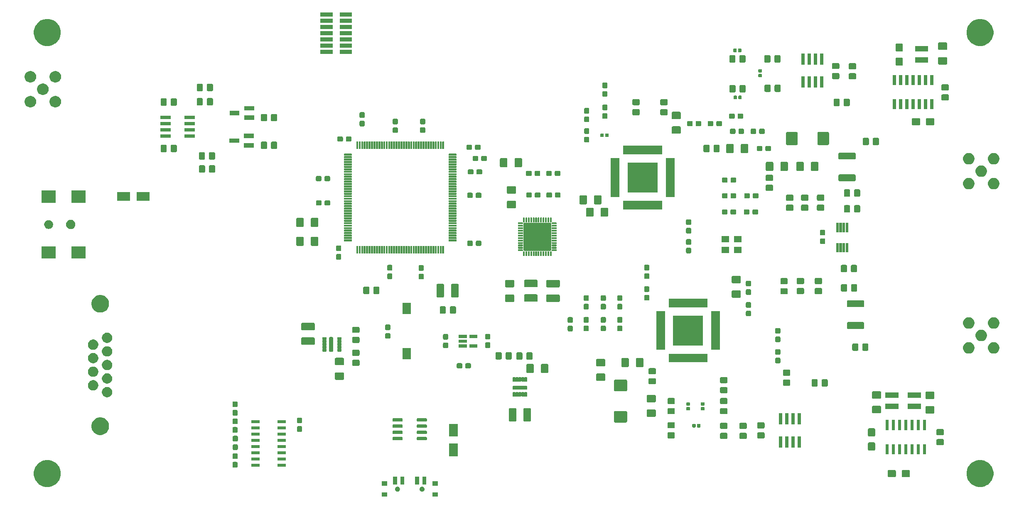
<source format=gbr>
G04 #@! TF.GenerationSoftware,KiCad,Pcbnew,(5.1.2)-1*
G04 #@! TF.CreationDate,2019-08-13T15:01:43-05:00*
G04 #@! TF.ProjectId,EMI_sensor_control_Rev1.0,454d495f-7365-46e7-936f-725f636f6e74,rev?*
G04 #@! TF.SameCoordinates,Original*
G04 #@! TF.FileFunction,Soldermask,Top*
G04 #@! TF.FilePolarity,Negative*
%FSLAX46Y46*%
G04 Gerber Fmt 4.6, Leading zero omitted, Abs format (unit mm)*
G04 Created by KiCad (PCBNEW (5.1.2)-1) date 2019-08-13 15:01:43*
%MOMM*%
%LPD*%
G04 APERTURE LIST*
%ADD10C,0.100000*%
G04 APERTURE END LIST*
D10*
G36*
X141697680Y-149244180D02*
G01*
X140595680Y-149244180D01*
X140595680Y-148342180D01*
X141697680Y-148342180D01*
X141697680Y-149244180D01*
X141697680Y-149244180D01*
G37*
G36*
X131397680Y-149244180D02*
G01*
X130295680Y-149244180D01*
X130295680Y-148342180D01*
X131397680Y-148342180D01*
X131397680Y-149244180D01*
X131397680Y-149244180D01*
G37*
G36*
X133642819Y-147211433D02*
G01*
X133733992Y-147249199D01*
X133816049Y-147304028D01*
X133885832Y-147373811D01*
X133940661Y-147455868D01*
X133978427Y-147547041D01*
X133997680Y-147643836D01*
X133997680Y-147742524D01*
X133978427Y-147839319D01*
X133940661Y-147930492D01*
X133885832Y-148012549D01*
X133816049Y-148082332D01*
X133733992Y-148137161D01*
X133642819Y-148174927D01*
X133546024Y-148194180D01*
X133447336Y-148194180D01*
X133350541Y-148174927D01*
X133259368Y-148137161D01*
X133177311Y-148082332D01*
X133107528Y-148012549D01*
X133052699Y-147930492D01*
X133014933Y-147839319D01*
X132995680Y-147742524D01*
X132995680Y-147643836D01*
X133014933Y-147547041D01*
X133052699Y-147455868D01*
X133107528Y-147373811D01*
X133177311Y-147304028D01*
X133259368Y-147249199D01*
X133350541Y-147211433D01*
X133447336Y-147192180D01*
X133546024Y-147192180D01*
X133642819Y-147211433D01*
X133642819Y-147211433D01*
G37*
G36*
X138642819Y-147211433D02*
G01*
X138733992Y-147249199D01*
X138816049Y-147304028D01*
X138885832Y-147373811D01*
X138940661Y-147455868D01*
X138978427Y-147547041D01*
X138997680Y-147643836D01*
X138997680Y-147742524D01*
X138978427Y-147839319D01*
X138940661Y-147930492D01*
X138885832Y-148012549D01*
X138816049Y-148082332D01*
X138733992Y-148137161D01*
X138642819Y-148174927D01*
X138546024Y-148194180D01*
X138447336Y-148194180D01*
X138350541Y-148174927D01*
X138259368Y-148137161D01*
X138177311Y-148082332D01*
X138107528Y-148012549D01*
X138052699Y-147930492D01*
X138014933Y-147839319D01*
X137995680Y-147742524D01*
X137995680Y-147643836D01*
X138014933Y-147547041D01*
X138052699Y-147455868D01*
X138107528Y-147373811D01*
X138177311Y-147304028D01*
X138259368Y-147249199D01*
X138350541Y-147211433D01*
X138447336Y-147192180D01*
X138546024Y-147192180D01*
X138642819Y-147211433D01*
X138642819Y-147211433D01*
G37*
G36*
X62930837Y-141880719D02*
G01*
X63431487Y-142088095D01*
X63566069Y-142178020D01*
X63882062Y-142389160D01*
X64265240Y-142772338D01*
X64265241Y-142772340D01*
X64566305Y-143222913D01*
X64773681Y-143723563D01*
X64879400Y-144255050D01*
X64879400Y-144796950D01*
X64773681Y-145328437D01*
X64566305Y-145829087D01*
X64566304Y-145829088D01*
X64265240Y-146279662D01*
X63882062Y-146662840D01*
X63775294Y-146734180D01*
X63431487Y-146963905D01*
X62930837Y-147171281D01*
X62399350Y-147277000D01*
X61857450Y-147277000D01*
X61325963Y-147171281D01*
X60825313Y-146963905D01*
X60481506Y-146734180D01*
X60374738Y-146662840D01*
X59991560Y-146279662D01*
X59690496Y-145829088D01*
X59690495Y-145829087D01*
X59483119Y-145328437D01*
X59377400Y-144796950D01*
X59377400Y-144255050D01*
X59483119Y-143723563D01*
X59690495Y-143222913D01*
X59991559Y-142772340D01*
X59991560Y-142772338D01*
X60374738Y-142389160D01*
X60690731Y-142178020D01*
X60825313Y-142088095D01*
X61325963Y-141880719D01*
X61857450Y-141775000D01*
X62399350Y-141775000D01*
X62930837Y-141880719D01*
X62930837Y-141880719D01*
G37*
G36*
X253024437Y-141880719D02*
G01*
X253525087Y-142088095D01*
X253659669Y-142178020D01*
X253975662Y-142389160D01*
X254358840Y-142772338D01*
X254358841Y-142772340D01*
X254659905Y-143222913D01*
X254867281Y-143723563D01*
X254973000Y-144255050D01*
X254973000Y-144796950D01*
X254867281Y-145328437D01*
X254659905Y-145829087D01*
X254659904Y-145829088D01*
X254358840Y-146279662D01*
X253975662Y-146662840D01*
X253868894Y-146734180D01*
X253525087Y-146963905D01*
X253024437Y-147171281D01*
X252492950Y-147277000D01*
X251951050Y-147277000D01*
X251419563Y-147171281D01*
X250918913Y-146963905D01*
X250575106Y-146734180D01*
X250468338Y-146662840D01*
X250085160Y-146279662D01*
X249784096Y-145829088D01*
X249784095Y-145829087D01*
X249576719Y-145328437D01*
X249471000Y-144796950D01*
X249471000Y-144255050D01*
X249576719Y-143723563D01*
X249784095Y-143222913D01*
X250085159Y-142772340D01*
X250085160Y-142772338D01*
X250468338Y-142389160D01*
X250784331Y-142178020D01*
X250918913Y-142088095D01*
X251419563Y-141880719D01*
X251951050Y-141775000D01*
X252492950Y-141775000D01*
X253024437Y-141880719D01*
X253024437Y-141880719D01*
G37*
G36*
X141697680Y-147034180D02*
G01*
X140595680Y-147034180D01*
X140595680Y-146132180D01*
X141697680Y-146132180D01*
X141697680Y-147034180D01*
X141697680Y-147034180D01*
G37*
G36*
X131397680Y-147034180D02*
G01*
X130295680Y-147034180D01*
X130295680Y-146132180D01*
X131397680Y-146132180D01*
X131397680Y-147034180D01*
X131397680Y-147034180D01*
G37*
G36*
X137897680Y-146734180D02*
G01*
X137095680Y-146734180D01*
X137095680Y-145132180D01*
X137897680Y-145132180D01*
X137897680Y-146734180D01*
X137897680Y-146734180D01*
G37*
G36*
X134897680Y-146734180D02*
G01*
X134095680Y-146734180D01*
X134095680Y-145132180D01*
X134897680Y-145132180D01*
X134897680Y-146734180D01*
X134897680Y-146734180D01*
G37*
G36*
X133397680Y-146734180D02*
G01*
X132595680Y-146734180D01*
X132595680Y-145132180D01*
X133397680Y-145132180D01*
X133397680Y-146734180D01*
X133397680Y-146734180D01*
G37*
G36*
X139397680Y-146734180D02*
G01*
X138595680Y-146734180D01*
X138595680Y-145132180D01*
X139397680Y-145132180D01*
X139397680Y-146734180D01*
X139397680Y-146734180D01*
G37*
G36*
X237753554Y-143804840D02*
G01*
X237798703Y-143818536D01*
X237840317Y-143840779D01*
X237876790Y-143870710D01*
X237906721Y-143907183D01*
X237928964Y-143948797D01*
X237942660Y-143993946D01*
X237947500Y-144043086D01*
X237947500Y-145008914D01*
X237942660Y-145058054D01*
X237928964Y-145103203D01*
X237906721Y-145144817D01*
X237876790Y-145181290D01*
X237840317Y-145211221D01*
X237798703Y-145233464D01*
X237753554Y-145247160D01*
X237704414Y-145252000D01*
X236513586Y-145252000D01*
X236464446Y-145247160D01*
X236419297Y-145233464D01*
X236377683Y-145211221D01*
X236341210Y-145181290D01*
X236311279Y-145144817D01*
X236289036Y-145103203D01*
X236275340Y-145058054D01*
X236270500Y-145008914D01*
X236270500Y-144043086D01*
X236275340Y-143993946D01*
X236289036Y-143948797D01*
X236311279Y-143907183D01*
X236341210Y-143870710D01*
X236377683Y-143840779D01*
X236419297Y-143818536D01*
X236464446Y-143804840D01*
X236513586Y-143800000D01*
X237704414Y-143800000D01*
X237753554Y-143804840D01*
X237753554Y-143804840D01*
G37*
G36*
X234878554Y-143804840D02*
G01*
X234923703Y-143818536D01*
X234965317Y-143840779D01*
X235001790Y-143870710D01*
X235031721Y-143907183D01*
X235053964Y-143948797D01*
X235067660Y-143993946D01*
X235072500Y-144043086D01*
X235072500Y-145008914D01*
X235067660Y-145058054D01*
X235053964Y-145103203D01*
X235031721Y-145144817D01*
X235001790Y-145181290D01*
X234965317Y-145211221D01*
X234923703Y-145233464D01*
X234878554Y-145247160D01*
X234829414Y-145252000D01*
X233638586Y-145252000D01*
X233589446Y-145247160D01*
X233544297Y-145233464D01*
X233502683Y-145211221D01*
X233466210Y-145181290D01*
X233436279Y-145144817D01*
X233414036Y-145103203D01*
X233400340Y-145058054D01*
X233395500Y-145008914D01*
X233395500Y-144043086D01*
X233400340Y-143993946D01*
X233414036Y-143948797D01*
X233436279Y-143907183D01*
X233466210Y-143870710D01*
X233502683Y-143840779D01*
X233544297Y-143818536D01*
X233589446Y-143804840D01*
X233638586Y-143800000D01*
X234829414Y-143800000D01*
X234878554Y-143804840D01*
X234878554Y-143804840D01*
G37*
G36*
X100725655Y-142162837D02*
G01*
X100770785Y-142176527D01*
X100812370Y-142198755D01*
X100848827Y-142228673D01*
X100878745Y-142265130D01*
X100900973Y-142306715D01*
X100914663Y-142351845D01*
X100919500Y-142400958D01*
X100919500Y-143067042D01*
X100914663Y-143116155D01*
X100900973Y-143161285D01*
X100878745Y-143202870D01*
X100848827Y-143239327D01*
X100812370Y-143269245D01*
X100770785Y-143291473D01*
X100725655Y-143305163D01*
X100676542Y-143310000D01*
X100110458Y-143310000D01*
X100061345Y-143305163D01*
X100016215Y-143291473D01*
X99974630Y-143269245D01*
X99938173Y-143239327D01*
X99908255Y-143202870D01*
X99886027Y-143161285D01*
X99872337Y-143116155D01*
X99867500Y-143067042D01*
X99867500Y-142400958D01*
X99872337Y-142351845D01*
X99886027Y-142306715D01*
X99908255Y-142265130D01*
X99938173Y-142228673D01*
X99974630Y-142198755D01*
X100016215Y-142176527D01*
X100061345Y-142162837D01*
X100110458Y-142158000D01*
X100676542Y-142158000D01*
X100725655Y-142162837D01*
X100725655Y-142162837D01*
G37*
G36*
X110751820Y-143149520D02*
G01*
X109049620Y-143149520D01*
X109049620Y-142539520D01*
X110751820Y-142539520D01*
X110751820Y-143149520D01*
X110751820Y-143149520D01*
G37*
G36*
X105443220Y-143149520D02*
G01*
X103741020Y-143149520D01*
X103741020Y-142539520D01*
X105443220Y-142539520D01*
X105443220Y-143149520D01*
X105443220Y-143149520D01*
G37*
G36*
X110751820Y-141879520D02*
G01*
X109049620Y-141879520D01*
X109049620Y-141269520D01*
X110751820Y-141269520D01*
X110751820Y-141879520D01*
X110751820Y-141879520D01*
G37*
G36*
X105443220Y-141879520D02*
G01*
X103741020Y-141879520D01*
X103741020Y-141269520D01*
X105443220Y-141269520D01*
X105443220Y-141879520D01*
X105443220Y-141879520D01*
G37*
G36*
X100725655Y-140412837D02*
G01*
X100770785Y-140426527D01*
X100812370Y-140448755D01*
X100848827Y-140478673D01*
X100878745Y-140515130D01*
X100900973Y-140556715D01*
X100914663Y-140601845D01*
X100919500Y-140650958D01*
X100919500Y-141317042D01*
X100914663Y-141366155D01*
X100900973Y-141411285D01*
X100878745Y-141452870D01*
X100848827Y-141489327D01*
X100812370Y-141519245D01*
X100770785Y-141541473D01*
X100725655Y-141555163D01*
X100676542Y-141560000D01*
X100110458Y-141560000D01*
X100061345Y-141555163D01*
X100016215Y-141541473D01*
X99974630Y-141519245D01*
X99938173Y-141489327D01*
X99908255Y-141452870D01*
X99886027Y-141411285D01*
X99872337Y-141366155D01*
X99867500Y-141317042D01*
X99867500Y-140650958D01*
X99872337Y-140601845D01*
X99886027Y-140556715D01*
X99908255Y-140515130D01*
X99938173Y-140478673D01*
X99974630Y-140448755D01*
X100016215Y-140426527D01*
X100061345Y-140412837D01*
X100110458Y-140408000D01*
X100676542Y-140408000D01*
X100725655Y-140412837D01*
X100725655Y-140412837D01*
G37*
G36*
X145774980Y-140979160D02*
G01*
X143972980Y-140979160D01*
X143972980Y-138377160D01*
X145774980Y-138377160D01*
X145774980Y-140979160D01*
X145774980Y-140979160D01*
G37*
G36*
X105443220Y-140609520D02*
G01*
X103741020Y-140609520D01*
X103741020Y-139999520D01*
X105443220Y-139999520D01*
X105443220Y-140609520D01*
X105443220Y-140609520D01*
G37*
G36*
X110751820Y-140609520D02*
G01*
X109049620Y-140609520D01*
X109049620Y-139999520D01*
X110751820Y-139999520D01*
X110751820Y-140609520D01*
X110751820Y-140609520D01*
G37*
G36*
X241249400Y-140601900D02*
G01*
X240588600Y-140601900D01*
X240588600Y-138518700D01*
X241249400Y-138518700D01*
X241249400Y-140601900D01*
X241249400Y-140601900D01*
G37*
G36*
X239979400Y-140601900D02*
G01*
X239318600Y-140601900D01*
X239318600Y-138518700D01*
X239979400Y-138518700D01*
X239979400Y-140601900D01*
X239979400Y-140601900D01*
G37*
G36*
X233629400Y-140601900D02*
G01*
X232968600Y-140601900D01*
X232968600Y-138518700D01*
X233629400Y-138518700D01*
X233629400Y-140601900D01*
X233629400Y-140601900D01*
G37*
G36*
X236169400Y-140601900D02*
G01*
X235508600Y-140601900D01*
X235508600Y-138518700D01*
X236169400Y-138518700D01*
X236169400Y-140601900D01*
X236169400Y-140601900D01*
G37*
G36*
X237439400Y-140601900D02*
G01*
X236778600Y-140601900D01*
X236778600Y-138518700D01*
X237439400Y-138518700D01*
X237439400Y-140601900D01*
X237439400Y-140601900D01*
G37*
G36*
X238709400Y-140601900D02*
G01*
X238048600Y-140601900D01*
X238048600Y-138518700D01*
X238709400Y-138518700D01*
X238709400Y-140601900D01*
X238709400Y-140601900D01*
G37*
G36*
X234899400Y-140601900D02*
G01*
X234238600Y-140601900D01*
X234238600Y-138518700D01*
X234899400Y-138518700D01*
X234899400Y-140601900D01*
X234899400Y-140601900D01*
G37*
G36*
X230656054Y-138167840D02*
G01*
X230701203Y-138181536D01*
X230742817Y-138203779D01*
X230779290Y-138233710D01*
X230809221Y-138270183D01*
X230831464Y-138311797D01*
X230845160Y-138356946D01*
X230850000Y-138406086D01*
X230850000Y-139596914D01*
X230845160Y-139646054D01*
X230831464Y-139691203D01*
X230809221Y-139732817D01*
X230779290Y-139769290D01*
X230742817Y-139799221D01*
X230701203Y-139821464D01*
X230656054Y-139835160D01*
X230606914Y-139840000D01*
X229641086Y-139840000D01*
X229591946Y-139835160D01*
X229546797Y-139821464D01*
X229505183Y-139799221D01*
X229468710Y-139769290D01*
X229438779Y-139732817D01*
X229416536Y-139691203D01*
X229402840Y-139646054D01*
X229398000Y-139596914D01*
X229398000Y-138406086D01*
X229402840Y-138356946D01*
X229416536Y-138311797D01*
X229438779Y-138270183D01*
X229468710Y-138233710D01*
X229505183Y-138203779D01*
X229546797Y-138181536D01*
X229591946Y-138167840D01*
X229641086Y-138163000D01*
X230606914Y-138163000D01*
X230656054Y-138167840D01*
X230656054Y-138167840D01*
G37*
G36*
X100766295Y-138576357D02*
G01*
X100811425Y-138590047D01*
X100853010Y-138612275D01*
X100889467Y-138642193D01*
X100919385Y-138678650D01*
X100941613Y-138720235D01*
X100955303Y-138765365D01*
X100960140Y-138814478D01*
X100960140Y-139480562D01*
X100955303Y-139529675D01*
X100941613Y-139574805D01*
X100919385Y-139616390D01*
X100889467Y-139652847D01*
X100853010Y-139682765D01*
X100811425Y-139704993D01*
X100766295Y-139718683D01*
X100717182Y-139723520D01*
X100151098Y-139723520D01*
X100101985Y-139718683D01*
X100056855Y-139704993D01*
X100015270Y-139682765D01*
X99978813Y-139652847D01*
X99948895Y-139616390D01*
X99926667Y-139574805D01*
X99912977Y-139529675D01*
X99908140Y-139480562D01*
X99908140Y-138814478D01*
X99912977Y-138765365D01*
X99926667Y-138720235D01*
X99948895Y-138678650D01*
X99978813Y-138642193D01*
X100015270Y-138612275D01*
X100056855Y-138590047D01*
X100101985Y-138576357D01*
X100151098Y-138571520D01*
X100717182Y-138571520D01*
X100766295Y-138576357D01*
X100766295Y-138576357D01*
G37*
G36*
X110751820Y-139339520D02*
G01*
X109049620Y-139339520D01*
X109049620Y-138729520D01*
X110751820Y-138729520D01*
X110751820Y-139339520D01*
X110751820Y-139339520D01*
G37*
G36*
X105443220Y-139339520D02*
G01*
X103741020Y-139339520D01*
X103741020Y-138729520D01*
X105443220Y-138729520D01*
X105443220Y-139339520D01*
X105443220Y-139339520D01*
G37*
G36*
X211937800Y-139243000D02*
G01*
X211277000Y-139243000D01*
X211277000Y-136956600D01*
X211937800Y-136956600D01*
X211937800Y-139243000D01*
X211937800Y-139243000D01*
G37*
G36*
X214477800Y-139243000D02*
G01*
X213817000Y-139243000D01*
X213817000Y-136956600D01*
X214477800Y-136956600D01*
X214477800Y-139243000D01*
X214477800Y-139243000D01*
G37*
G36*
X215747800Y-139243000D02*
G01*
X215087000Y-139243000D01*
X215087000Y-136956600D01*
X215747800Y-136956600D01*
X215747800Y-139243000D01*
X215747800Y-139243000D01*
G37*
G36*
X213207800Y-139243000D02*
G01*
X212547000Y-139243000D01*
X212547000Y-136956600D01*
X213207800Y-136956600D01*
X213207800Y-139243000D01*
X213207800Y-139243000D01*
G37*
G36*
X244646106Y-137491458D02*
G01*
X244692408Y-137505504D01*
X244735088Y-137528316D01*
X244772489Y-137559011D01*
X244803184Y-137596412D01*
X244825996Y-137639092D01*
X244840042Y-137685394D01*
X244845000Y-137735734D01*
X244845000Y-138489266D01*
X244840042Y-138539606D01*
X244825996Y-138585908D01*
X244803184Y-138628588D01*
X244772489Y-138665989D01*
X244735088Y-138696684D01*
X244692408Y-138719496D01*
X244646106Y-138733542D01*
X244595766Y-138738500D01*
X243592234Y-138738500D01*
X243541894Y-138733542D01*
X243495592Y-138719496D01*
X243452912Y-138696684D01*
X243415511Y-138665989D01*
X243384816Y-138628588D01*
X243362004Y-138585908D01*
X243347958Y-138539606D01*
X243343000Y-138489266D01*
X243343000Y-137735734D01*
X243347958Y-137685394D01*
X243362004Y-137639092D01*
X243384816Y-137596412D01*
X243415511Y-137559011D01*
X243452912Y-137528316D01*
X243495592Y-137505504D01*
X243541894Y-137491458D01*
X243592234Y-137486500D01*
X244595766Y-137486500D01*
X244646106Y-137491458D01*
X244646106Y-137491458D01*
G37*
G36*
X110751820Y-138069520D02*
G01*
X109049620Y-138069520D01*
X109049620Y-137459520D01*
X110751820Y-137459520D01*
X110751820Y-138069520D01*
X110751820Y-138069520D01*
G37*
G36*
X105443220Y-138069520D02*
G01*
X103741020Y-138069520D01*
X103741020Y-137459520D01*
X105443220Y-137459520D01*
X105443220Y-138069520D01*
X105443220Y-138069520D01*
G37*
G36*
X100766295Y-136826357D02*
G01*
X100811425Y-136840047D01*
X100853010Y-136862275D01*
X100889467Y-136892193D01*
X100919385Y-136928650D01*
X100941613Y-136970235D01*
X100955303Y-137015365D01*
X100960140Y-137064478D01*
X100960140Y-137730562D01*
X100955303Y-137779675D01*
X100941613Y-137824805D01*
X100919385Y-137866390D01*
X100889467Y-137902847D01*
X100853010Y-137932765D01*
X100811425Y-137954993D01*
X100766295Y-137968683D01*
X100717182Y-137973520D01*
X100151098Y-137973520D01*
X100101985Y-137968683D01*
X100056855Y-137954993D01*
X100015270Y-137932765D01*
X99978813Y-137902847D01*
X99948895Y-137866390D01*
X99926667Y-137824805D01*
X99912977Y-137779675D01*
X99908140Y-137730562D01*
X99908140Y-137064478D01*
X99912977Y-137015365D01*
X99926667Y-136970235D01*
X99948895Y-136928650D01*
X99978813Y-136892193D01*
X100015270Y-136862275D01*
X100056855Y-136840047D01*
X100101985Y-136826357D01*
X100151098Y-136821520D01*
X100717182Y-136821520D01*
X100766295Y-136826357D01*
X100766295Y-136826357D01*
G37*
G36*
X139369186Y-137055996D02*
G01*
X139397901Y-137064707D01*
X139424358Y-137078848D01*
X139447555Y-137097885D01*
X139466592Y-137121082D01*
X139480733Y-137147539D01*
X139489444Y-137176254D01*
X139492600Y-137208299D01*
X139492600Y-137599381D01*
X139489444Y-137631426D01*
X139480733Y-137660141D01*
X139466592Y-137686598D01*
X139447555Y-137709795D01*
X139424358Y-137728832D01*
X139397901Y-137742973D01*
X139369186Y-137751684D01*
X139337141Y-137754840D01*
X137596059Y-137754840D01*
X137564014Y-137751684D01*
X137535299Y-137742973D01*
X137508842Y-137728832D01*
X137485645Y-137709795D01*
X137466608Y-137686598D01*
X137452467Y-137660141D01*
X137443756Y-137631426D01*
X137440600Y-137599381D01*
X137440600Y-137208299D01*
X137443756Y-137176254D01*
X137452467Y-137147539D01*
X137466608Y-137121082D01*
X137485645Y-137097885D01*
X137508842Y-137078848D01*
X137535299Y-137064707D01*
X137564014Y-137055996D01*
X137596059Y-137052840D01*
X139337141Y-137052840D01*
X139369186Y-137055996D01*
X139369186Y-137055996D01*
G37*
G36*
X134419186Y-137055996D02*
G01*
X134447901Y-137064707D01*
X134474358Y-137078848D01*
X134497555Y-137097885D01*
X134516592Y-137121082D01*
X134530733Y-137147539D01*
X134539444Y-137176254D01*
X134542600Y-137208299D01*
X134542600Y-137599381D01*
X134539444Y-137631426D01*
X134530733Y-137660141D01*
X134516592Y-137686598D01*
X134497555Y-137709795D01*
X134474358Y-137728832D01*
X134447901Y-137742973D01*
X134419186Y-137751684D01*
X134387141Y-137754840D01*
X132646059Y-137754840D01*
X132614014Y-137751684D01*
X132585299Y-137742973D01*
X132558842Y-137728832D01*
X132535645Y-137709795D01*
X132516608Y-137686598D01*
X132502467Y-137660141D01*
X132493756Y-137631426D01*
X132490600Y-137599381D01*
X132490600Y-137208299D01*
X132493756Y-137176254D01*
X132502467Y-137147539D01*
X132516608Y-137121082D01*
X132535645Y-137097885D01*
X132558842Y-137078848D01*
X132585299Y-137064707D01*
X132614014Y-137055996D01*
X132646059Y-137052840D01*
X134387141Y-137052840D01*
X134419186Y-137055996D01*
X134419186Y-137055996D01*
G37*
G36*
X204488706Y-136226758D02*
G01*
X204535008Y-136240804D01*
X204577688Y-136263616D01*
X204615089Y-136294311D01*
X204645784Y-136331712D01*
X204668596Y-136374392D01*
X204682642Y-136420694D01*
X204687600Y-136471034D01*
X204687600Y-137224566D01*
X204682642Y-137274906D01*
X204668596Y-137321208D01*
X204645784Y-137363888D01*
X204615089Y-137401289D01*
X204577688Y-137431984D01*
X204535008Y-137454796D01*
X204488706Y-137468842D01*
X204438366Y-137473800D01*
X203434834Y-137473800D01*
X203384494Y-137468842D01*
X203338192Y-137454796D01*
X203295512Y-137431984D01*
X203258111Y-137401289D01*
X203227416Y-137363888D01*
X203204604Y-137321208D01*
X203190558Y-137274906D01*
X203185600Y-137224566D01*
X203185600Y-136471034D01*
X203190558Y-136420694D01*
X203204604Y-136374392D01*
X203227416Y-136331712D01*
X203258111Y-136294311D01*
X203295512Y-136263616D01*
X203338192Y-136240804D01*
X203384494Y-136226758D01*
X203434834Y-136221800D01*
X204438366Y-136221800D01*
X204488706Y-136226758D01*
X204488706Y-136226758D01*
G37*
G36*
X200551706Y-136221458D02*
G01*
X200598008Y-136235504D01*
X200640688Y-136258316D01*
X200678089Y-136289011D01*
X200708784Y-136326412D01*
X200731596Y-136369092D01*
X200745642Y-136415394D01*
X200750600Y-136465734D01*
X200750600Y-137219266D01*
X200745642Y-137269606D01*
X200731596Y-137315908D01*
X200708784Y-137358588D01*
X200678089Y-137395989D01*
X200640688Y-137426684D01*
X200598008Y-137449496D01*
X200551706Y-137463542D01*
X200501366Y-137468500D01*
X199497834Y-137468500D01*
X199447494Y-137463542D01*
X199401192Y-137449496D01*
X199358512Y-137426684D01*
X199321111Y-137395989D01*
X199290416Y-137358588D01*
X199267604Y-137315908D01*
X199253558Y-137269606D01*
X199248600Y-137219266D01*
X199248600Y-136465734D01*
X199253558Y-136415394D01*
X199267604Y-136369092D01*
X199290416Y-136326412D01*
X199321111Y-136289011D01*
X199358512Y-136258316D01*
X199401192Y-136235504D01*
X199447494Y-136221458D01*
X199497834Y-136216500D01*
X200501366Y-136216500D01*
X200551706Y-136221458D01*
X200551706Y-136221458D01*
G37*
G36*
X208120906Y-136125158D02*
G01*
X208167208Y-136139204D01*
X208209888Y-136162016D01*
X208247289Y-136192711D01*
X208277984Y-136230112D01*
X208300796Y-136272792D01*
X208314842Y-136319094D01*
X208319800Y-136369434D01*
X208319800Y-137122966D01*
X208314842Y-137173306D01*
X208300796Y-137219608D01*
X208277984Y-137262288D01*
X208247289Y-137299689D01*
X208209888Y-137330384D01*
X208167208Y-137353196D01*
X208120906Y-137367242D01*
X208070566Y-137372200D01*
X207067034Y-137372200D01*
X207016694Y-137367242D01*
X206970392Y-137353196D01*
X206927712Y-137330384D01*
X206890311Y-137299689D01*
X206859616Y-137262288D01*
X206836804Y-137219608D01*
X206822758Y-137173306D01*
X206817800Y-137122966D01*
X206817800Y-136369434D01*
X206822758Y-136319094D01*
X206836804Y-136272792D01*
X206859616Y-136230112D01*
X206890311Y-136192711D01*
X206927712Y-136162016D01*
X206970392Y-136139204D01*
X207016694Y-136125158D01*
X207067034Y-136120200D01*
X208070566Y-136120200D01*
X208120906Y-136125158D01*
X208120906Y-136125158D01*
G37*
G36*
X189820206Y-136094458D02*
G01*
X189866508Y-136108504D01*
X189909188Y-136131316D01*
X189946589Y-136162011D01*
X189977284Y-136199412D01*
X190000096Y-136242092D01*
X190014142Y-136288394D01*
X190019100Y-136338734D01*
X190019100Y-137092266D01*
X190014142Y-137142606D01*
X190000096Y-137188908D01*
X189977284Y-137231588D01*
X189946589Y-137268989D01*
X189909188Y-137299684D01*
X189866508Y-137322496D01*
X189820206Y-137336542D01*
X189769866Y-137341500D01*
X188766334Y-137341500D01*
X188715994Y-137336542D01*
X188669692Y-137322496D01*
X188627012Y-137299684D01*
X188589611Y-137268989D01*
X188558916Y-137231588D01*
X188536104Y-137188908D01*
X188522058Y-137142606D01*
X188517100Y-137092266D01*
X188517100Y-136338734D01*
X188522058Y-136288394D01*
X188536104Y-136242092D01*
X188558916Y-136199412D01*
X188589611Y-136162011D01*
X188627012Y-136131316D01*
X188669692Y-136108504D01*
X188715994Y-136094458D01*
X188766334Y-136089500D01*
X189769866Y-136089500D01*
X189820206Y-136094458D01*
X189820206Y-136094458D01*
G37*
G36*
X145774980Y-136979160D02*
G01*
X143972980Y-136979160D01*
X143972980Y-134377160D01*
X145774980Y-134377160D01*
X145774980Y-136979160D01*
X145774980Y-136979160D01*
G37*
G36*
X230656054Y-135292840D02*
G01*
X230701203Y-135306536D01*
X230742817Y-135328779D01*
X230779290Y-135358710D01*
X230809221Y-135395183D01*
X230831464Y-135436797D01*
X230845160Y-135481946D01*
X230850000Y-135531086D01*
X230850000Y-136721914D01*
X230845160Y-136771054D01*
X230831464Y-136816203D01*
X230809221Y-136857817D01*
X230779290Y-136894290D01*
X230742817Y-136924221D01*
X230701203Y-136946464D01*
X230656054Y-136960160D01*
X230606914Y-136965000D01*
X229641086Y-136965000D01*
X229591946Y-136960160D01*
X229546797Y-136946464D01*
X229505183Y-136924221D01*
X229468710Y-136894290D01*
X229438779Y-136857817D01*
X229416536Y-136816203D01*
X229402840Y-136771054D01*
X229398000Y-136721914D01*
X229398000Y-135531086D01*
X229402840Y-135481946D01*
X229416536Y-135436797D01*
X229438779Y-135395183D01*
X229468710Y-135358710D01*
X229505183Y-135328779D01*
X229546797Y-135306536D01*
X229591946Y-135292840D01*
X229641086Y-135288000D01*
X230606914Y-135288000D01*
X230656054Y-135292840D01*
X230656054Y-135292840D01*
G37*
G36*
X110751820Y-136799520D02*
G01*
X109049620Y-136799520D01*
X109049620Y-136189520D01*
X110751820Y-136189520D01*
X110751820Y-136799520D01*
X110751820Y-136799520D01*
G37*
G36*
X105443220Y-136799520D02*
G01*
X103741020Y-136799520D01*
X103741020Y-136189520D01*
X105443220Y-136189520D01*
X105443220Y-136799520D01*
X105443220Y-136799520D01*
G37*
G36*
X244646106Y-135441458D02*
G01*
X244692408Y-135455504D01*
X244735088Y-135478316D01*
X244772489Y-135509011D01*
X244803184Y-135546412D01*
X244825996Y-135589092D01*
X244840042Y-135635394D01*
X244845000Y-135685734D01*
X244845000Y-136439266D01*
X244840042Y-136489606D01*
X244825996Y-136535908D01*
X244803184Y-136578588D01*
X244772489Y-136615989D01*
X244735088Y-136646684D01*
X244692408Y-136669496D01*
X244646106Y-136683542D01*
X244595766Y-136688500D01*
X243592234Y-136688500D01*
X243541894Y-136683542D01*
X243495592Y-136669496D01*
X243452912Y-136646684D01*
X243415511Y-136615989D01*
X243384816Y-136578588D01*
X243362004Y-136535908D01*
X243347958Y-136489606D01*
X243343000Y-136439266D01*
X243343000Y-135685734D01*
X243347958Y-135635394D01*
X243362004Y-135589092D01*
X243384816Y-135546412D01*
X243415511Y-135509011D01*
X243452912Y-135478316D01*
X243495592Y-135455504D01*
X243541894Y-135441458D01*
X243592234Y-135436500D01*
X244595766Y-135436500D01*
X244646106Y-135441458D01*
X244646106Y-135441458D01*
G37*
G36*
X73423332Y-133127712D02*
G01*
X73751093Y-133263475D01*
X73751094Y-133263476D01*
X73751097Y-133263477D01*
X74046071Y-133460572D01*
X74296928Y-133711429D01*
X74494023Y-134006403D01*
X74494024Y-134006406D01*
X74494025Y-134006407D01*
X74629788Y-134334168D01*
X74699000Y-134682117D01*
X74699000Y-135036883D01*
X74629788Y-135384832D01*
X74494025Y-135712593D01*
X74494023Y-135712597D01*
X74296928Y-136007571D01*
X74046071Y-136258428D01*
X73751097Y-136455523D01*
X73751094Y-136455524D01*
X73751093Y-136455525D01*
X73423332Y-136591288D01*
X73075383Y-136660500D01*
X72720617Y-136660500D01*
X72372668Y-136591288D01*
X72044907Y-136455525D01*
X72044906Y-136455524D01*
X72044903Y-136455523D01*
X71749929Y-136258428D01*
X71499072Y-136007571D01*
X71301977Y-135712597D01*
X71301975Y-135712593D01*
X71166212Y-135384832D01*
X71097000Y-135036883D01*
X71097000Y-134682117D01*
X71166212Y-134334168D01*
X71301975Y-134006407D01*
X71301976Y-134006406D01*
X71301977Y-134006403D01*
X71499072Y-133711429D01*
X71749929Y-133460572D01*
X72044903Y-133263477D01*
X72044906Y-133263476D01*
X72044907Y-133263475D01*
X72372668Y-133127712D01*
X72720617Y-133058500D01*
X73075383Y-133058500D01*
X73423332Y-133127712D01*
X73423332Y-133127712D01*
G37*
G36*
X139369186Y-135785996D02*
G01*
X139397901Y-135794707D01*
X139424358Y-135808848D01*
X139447555Y-135827885D01*
X139466592Y-135851082D01*
X139480733Y-135877539D01*
X139489444Y-135906254D01*
X139492600Y-135938299D01*
X139492600Y-136329381D01*
X139489444Y-136361426D01*
X139480733Y-136390141D01*
X139466592Y-136416598D01*
X139447555Y-136439795D01*
X139424358Y-136458832D01*
X139397901Y-136472973D01*
X139369186Y-136481684D01*
X139337141Y-136484840D01*
X137596059Y-136484840D01*
X137564014Y-136481684D01*
X137535299Y-136472973D01*
X137508842Y-136458832D01*
X137485645Y-136439795D01*
X137466608Y-136416598D01*
X137452467Y-136390141D01*
X137443756Y-136361426D01*
X137440600Y-136329381D01*
X137440600Y-135938299D01*
X137443756Y-135906254D01*
X137452467Y-135877539D01*
X137466608Y-135851082D01*
X137485645Y-135827885D01*
X137508842Y-135808848D01*
X137535299Y-135794707D01*
X137564014Y-135785996D01*
X137596059Y-135782840D01*
X139337141Y-135782840D01*
X139369186Y-135785996D01*
X139369186Y-135785996D01*
G37*
G36*
X134419186Y-135785996D02*
G01*
X134447901Y-135794707D01*
X134474358Y-135808848D01*
X134497555Y-135827885D01*
X134516592Y-135851082D01*
X134530733Y-135877539D01*
X134539444Y-135906254D01*
X134542600Y-135938299D01*
X134542600Y-136329381D01*
X134539444Y-136361426D01*
X134530733Y-136390141D01*
X134516592Y-136416598D01*
X134497555Y-136439795D01*
X134474358Y-136458832D01*
X134447901Y-136472973D01*
X134419186Y-136481684D01*
X134387141Y-136484840D01*
X132646059Y-136484840D01*
X132614014Y-136481684D01*
X132585299Y-136472973D01*
X132558842Y-136458832D01*
X132535645Y-136439795D01*
X132516608Y-136416598D01*
X132502467Y-136390141D01*
X132493756Y-136361426D01*
X132490600Y-136329381D01*
X132490600Y-135938299D01*
X132493756Y-135906254D01*
X132502467Y-135877539D01*
X132516608Y-135851082D01*
X132535645Y-135827885D01*
X132558842Y-135808848D01*
X132585299Y-135794707D01*
X132614014Y-135785996D01*
X132646059Y-135782840D01*
X134387141Y-135782840D01*
X134419186Y-135785996D01*
X134419186Y-135785996D01*
G37*
G36*
X100725655Y-135050837D02*
G01*
X100770785Y-135064527D01*
X100812370Y-135086755D01*
X100848827Y-135116673D01*
X100878745Y-135153130D01*
X100900973Y-135194715D01*
X100914663Y-135239845D01*
X100919500Y-135288958D01*
X100919500Y-135955042D01*
X100914663Y-136004155D01*
X100900973Y-136049285D01*
X100878745Y-136090870D01*
X100848827Y-136127327D01*
X100812370Y-136157245D01*
X100770785Y-136179473D01*
X100725655Y-136193163D01*
X100676542Y-136198000D01*
X100110458Y-136198000D01*
X100061345Y-136193163D01*
X100016215Y-136179473D01*
X99974630Y-136157245D01*
X99938173Y-136127327D01*
X99908255Y-136090870D01*
X99886027Y-136049285D01*
X99872337Y-136004155D01*
X99867500Y-135955042D01*
X99867500Y-135288958D01*
X99872337Y-135239845D01*
X99886027Y-135194715D01*
X99908255Y-135153130D01*
X99938173Y-135116673D01*
X99974630Y-135086755D01*
X100016215Y-135064527D01*
X100061345Y-135050837D01*
X100110458Y-135046000D01*
X100676542Y-135046000D01*
X100725655Y-135050837D01*
X100725655Y-135050837D01*
G37*
G36*
X113870155Y-134860337D02*
G01*
X113915285Y-134874027D01*
X113956870Y-134896255D01*
X113993327Y-134926173D01*
X114023245Y-134962630D01*
X114045473Y-135004215D01*
X114059163Y-135049345D01*
X114064000Y-135098458D01*
X114064000Y-135764542D01*
X114059163Y-135813655D01*
X114045473Y-135858785D01*
X114023245Y-135900370D01*
X113993327Y-135936827D01*
X113956870Y-135966745D01*
X113915285Y-135988973D01*
X113870155Y-136002663D01*
X113821042Y-136007500D01*
X113254958Y-136007500D01*
X113205845Y-136002663D01*
X113160715Y-135988973D01*
X113119130Y-135966745D01*
X113082673Y-135936827D01*
X113052755Y-135900370D01*
X113030527Y-135858785D01*
X113016837Y-135813655D01*
X113012000Y-135764542D01*
X113012000Y-135098458D01*
X113016837Y-135049345D01*
X113030527Y-135004215D01*
X113052755Y-134962630D01*
X113082673Y-134926173D01*
X113119130Y-134896255D01*
X113160715Y-134874027D01*
X113205845Y-134860337D01*
X113254958Y-134855500D01*
X113821042Y-134855500D01*
X113870155Y-134860337D01*
X113870155Y-134860337D01*
G37*
G36*
X237439400Y-135674300D02*
G01*
X236778600Y-135674300D01*
X236778600Y-133591100D01*
X237439400Y-133591100D01*
X237439400Y-135674300D01*
X237439400Y-135674300D01*
G37*
G36*
X241249400Y-135674300D02*
G01*
X240588600Y-135674300D01*
X240588600Y-133591100D01*
X241249400Y-133591100D01*
X241249400Y-135674300D01*
X241249400Y-135674300D01*
G37*
G36*
X239979400Y-135674300D02*
G01*
X239318600Y-135674300D01*
X239318600Y-133591100D01*
X239979400Y-133591100D01*
X239979400Y-135674300D01*
X239979400Y-135674300D01*
G37*
G36*
X238709400Y-135674300D02*
G01*
X238048600Y-135674300D01*
X238048600Y-133591100D01*
X238709400Y-133591100D01*
X238709400Y-135674300D01*
X238709400Y-135674300D01*
G37*
G36*
X236169400Y-135674300D02*
G01*
X235508600Y-135674300D01*
X235508600Y-133591100D01*
X236169400Y-133591100D01*
X236169400Y-135674300D01*
X236169400Y-135674300D01*
G37*
G36*
X234899400Y-135674300D02*
G01*
X234238600Y-135674300D01*
X234238600Y-133591100D01*
X234899400Y-133591100D01*
X234899400Y-135674300D01*
X234899400Y-135674300D01*
G37*
G36*
X233629400Y-135674300D02*
G01*
X232968600Y-135674300D01*
X232968600Y-133591100D01*
X233629400Y-133591100D01*
X233629400Y-135674300D01*
X233629400Y-135674300D01*
G37*
G36*
X110751820Y-135529520D02*
G01*
X109049620Y-135529520D01*
X109049620Y-134919520D01*
X110751820Y-134919520D01*
X110751820Y-135529520D01*
X110751820Y-135529520D01*
G37*
G36*
X105443220Y-135529520D02*
G01*
X103741020Y-135529520D01*
X103741020Y-134919520D01*
X105443220Y-134919520D01*
X105443220Y-135529520D01*
X105443220Y-135529520D01*
G37*
G36*
X204488706Y-134176758D02*
G01*
X204535008Y-134190804D01*
X204577688Y-134213616D01*
X204615089Y-134244311D01*
X204645784Y-134281712D01*
X204668596Y-134324392D01*
X204682642Y-134370694D01*
X204687600Y-134421034D01*
X204687600Y-135174566D01*
X204682642Y-135224906D01*
X204668596Y-135271208D01*
X204645784Y-135313888D01*
X204615089Y-135351289D01*
X204577688Y-135381984D01*
X204535008Y-135404796D01*
X204488706Y-135418842D01*
X204438366Y-135423800D01*
X203434834Y-135423800D01*
X203384494Y-135418842D01*
X203338192Y-135404796D01*
X203295512Y-135381984D01*
X203258111Y-135351289D01*
X203227416Y-135313888D01*
X203204604Y-135271208D01*
X203190558Y-135224906D01*
X203185600Y-135174566D01*
X203185600Y-134421034D01*
X203190558Y-134370694D01*
X203204604Y-134324392D01*
X203227416Y-134281712D01*
X203258111Y-134244311D01*
X203295512Y-134213616D01*
X203338192Y-134190804D01*
X203384494Y-134176758D01*
X203434834Y-134171800D01*
X204438366Y-134171800D01*
X204488706Y-134176758D01*
X204488706Y-134176758D01*
G37*
G36*
X200551706Y-134171458D02*
G01*
X200598008Y-134185504D01*
X200640688Y-134208316D01*
X200678089Y-134239011D01*
X200708784Y-134276412D01*
X200731596Y-134319092D01*
X200745642Y-134365394D01*
X200750600Y-134415734D01*
X200750600Y-135169266D01*
X200745642Y-135219606D01*
X200731596Y-135265908D01*
X200708784Y-135308588D01*
X200678089Y-135345989D01*
X200640688Y-135376684D01*
X200598008Y-135399496D01*
X200551706Y-135413542D01*
X200501366Y-135418500D01*
X199497834Y-135418500D01*
X199447494Y-135413542D01*
X199401192Y-135399496D01*
X199358512Y-135376684D01*
X199321111Y-135345989D01*
X199290416Y-135308588D01*
X199267604Y-135265908D01*
X199253558Y-135219606D01*
X199248600Y-135169266D01*
X199248600Y-134415734D01*
X199253558Y-134365394D01*
X199267604Y-134319092D01*
X199290416Y-134276412D01*
X199321111Y-134239011D01*
X199358512Y-134208316D01*
X199401192Y-134185504D01*
X199447494Y-134171458D01*
X199497834Y-134166500D01*
X200501366Y-134166500D01*
X200551706Y-134171458D01*
X200551706Y-134171458D01*
G37*
G36*
X208120906Y-134075158D02*
G01*
X208167208Y-134089204D01*
X208209888Y-134112016D01*
X208247289Y-134142711D01*
X208277984Y-134180112D01*
X208300796Y-134222792D01*
X208314842Y-134269094D01*
X208319800Y-134319434D01*
X208319800Y-135072966D01*
X208314842Y-135123306D01*
X208300796Y-135169608D01*
X208277984Y-135212288D01*
X208247289Y-135249689D01*
X208209888Y-135280384D01*
X208167208Y-135303196D01*
X208120906Y-135317242D01*
X208070566Y-135322200D01*
X207067034Y-135322200D01*
X207016694Y-135317242D01*
X206970392Y-135303196D01*
X206927712Y-135280384D01*
X206890311Y-135249689D01*
X206859616Y-135212288D01*
X206836804Y-135169608D01*
X206822758Y-135123306D01*
X206817800Y-135072966D01*
X206817800Y-134319434D01*
X206822758Y-134269094D01*
X206836804Y-134222792D01*
X206859616Y-134180112D01*
X206890311Y-134142711D01*
X206927712Y-134112016D01*
X206970392Y-134089204D01*
X207016694Y-134075158D01*
X207067034Y-134070200D01*
X208070566Y-134070200D01*
X208120906Y-134075158D01*
X208120906Y-134075158D01*
G37*
G36*
X189820206Y-134044458D02*
G01*
X189866508Y-134058504D01*
X189909188Y-134081316D01*
X189946589Y-134112011D01*
X189977284Y-134149412D01*
X190000096Y-134192092D01*
X190014142Y-134238394D01*
X190019100Y-134288734D01*
X190019100Y-135042266D01*
X190014142Y-135092606D01*
X190000096Y-135138908D01*
X189977284Y-135181588D01*
X189946589Y-135218989D01*
X189909188Y-135249684D01*
X189866508Y-135272496D01*
X189820206Y-135286542D01*
X189769866Y-135291500D01*
X188766334Y-135291500D01*
X188715994Y-135286542D01*
X188669692Y-135272496D01*
X188627012Y-135249684D01*
X188589611Y-135218989D01*
X188558916Y-135181588D01*
X188536104Y-135138908D01*
X188522058Y-135092606D01*
X188517100Y-135042266D01*
X188517100Y-134288734D01*
X188522058Y-134238394D01*
X188536104Y-134192092D01*
X188558916Y-134149412D01*
X188589611Y-134112011D01*
X188627012Y-134081316D01*
X188669692Y-134058504D01*
X188715994Y-134044458D01*
X188766334Y-134039500D01*
X189769866Y-134039500D01*
X189820206Y-134044458D01*
X189820206Y-134044458D01*
G37*
G36*
X134419186Y-134515996D02*
G01*
X134447901Y-134524707D01*
X134474358Y-134538848D01*
X134497555Y-134557885D01*
X134516592Y-134581082D01*
X134530733Y-134607539D01*
X134539444Y-134636254D01*
X134542600Y-134668299D01*
X134542600Y-135059381D01*
X134539444Y-135091426D01*
X134530733Y-135120141D01*
X134516592Y-135146598D01*
X134497555Y-135169795D01*
X134474358Y-135188832D01*
X134447901Y-135202973D01*
X134419186Y-135211684D01*
X134387141Y-135214840D01*
X132646059Y-135214840D01*
X132614014Y-135211684D01*
X132585299Y-135202973D01*
X132558842Y-135188832D01*
X132535645Y-135169795D01*
X132516608Y-135146598D01*
X132502467Y-135120141D01*
X132493756Y-135091426D01*
X132490600Y-135059381D01*
X132490600Y-134668299D01*
X132493756Y-134636254D01*
X132502467Y-134607539D01*
X132516608Y-134581082D01*
X132535645Y-134557885D01*
X132558842Y-134538848D01*
X132585299Y-134524707D01*
X132614014Y-134515996D01*
X132646059Y-134512840D01*
X134387141Y-134512840D01*
X134419186Y-134515996D01*
X134419186Y-134515996D01*
G37*
G36*
X139369186Y-134515996D02*
G01*
X139397901Y-134524707D01*
X139424358Y-134538848D01*
X139447555Y-134557885D01*
X139466592Y-134581082D01*
X139480733Y-134607539D01*
X139489444Y-134636254D01*
X139492600Y-134668299D01*
X139492600Y-135059381D01*
X139489444Y-135091426D01*
X139480733Y-135120141D01*
X139466592Y-135146598D01*
X139447555Y-135169795D01*
X139424358Y-135188832D01*
X139397901Y-135202973D01*
X139369186Y-135211684D01*
X139337141Y-135214840D01*
X137596059Y-135214840D01*
X137564014Y-135211684D01*
X137535299Y-135202973D01*
X137508842Y-135188832D01*
X137485645Y-135169795D01*
X137466608Y-135146598D01*
X137452467Y-135120141D01*
X137443756Y-135091426D01*
X137440600Y-135059381D01*
X137440600Y-134668299D01*
X137443756Y-134636254D01*
X137452467Y-134607539D01*
X137466608Y-134581082D01*
X137485645Y-134557885D01*
X137508842Y-134538848D01*
X137535299Y-134524707D01*
X137564014Y-134515996D01*
X137596059Y-134512840D01*
X139337141Y-134512840D01*
X139369186Y-134515996D01*
X139369186Y-134515996D01*
G37*
G36*
X195121198Y-134391808D02*
G01*
X195149442Y-134400376D01*
X195175471Y-134414288D01*
X195198287Y-134433013D01*
X195217012Y-134455829D01*
X195230924Y-134481858D01*
X195239492Y-134510102D01*
X195242600Y-134541659D01*
X195242600Y-134977741D01*
X195239492Y-135009298D01*
X195230924Y-135037542D01*
X195217012Y-135063571D01*
X195198287Y-135086387D01*
X195175471Y-135105112D01*
X195149442Y-135119024D01*
X195121198Y-135127592D01*
X195089641Y-135130700D01*
X194703559Y-135130700D01*
X194672002Y-135127592D01*
X194643758Y-135119024D01*
X194617729Y-135105112D01*
X194594913Y-135086387D01*
X194576188Y-135063571D01*
X194562276Y-135037542D01*
X194553708Y-135009298D01*
X194550600Y-134977741D01*
X194550600Y-134541659D01*
X194553708Y-134510102D01*
X194562276Y-134481858D01*
X194576188Y-134455829D01*
X194594913Y-134433013D01*
X194617729Y-134414288D01*
X194643758Y-134400376D01*
X194672002Y-134391808D01*
X194703559Y-134388700D01*
X195089641Y-134388700D01*
X195121198Y-134391808D01*
X195121198Y-134391808D01*
G37*
G36*
X194151198Y-134391808D02*
G01*
X194179442Y-134400376D01*
X194205471Y-134414288D01*
X194228287Y-134433013D01*
X194247012Y-134455829D01*
X194260924Y-134481858D01*
X194269492Y-134510102D01*
X194272600Y-134541659D01*
X194272600Y-134977741D01*
X194269492Y-135009298D01*
X194260924Y-135037542D01*
X194247012Y-135063571D01*
X194228287Y-135086387D01*
X194205471Y-135105112D01*
X194179442Y-135119024D01*
X194151198Y-135127592D01*
X194119641Y-135130700D01*
X193733559Y-135130700D01*
X193702002Y-135127592D01*
X193673758Y-135119024D01*
X193647729Y-135105112D01*
X193624913Y-135086387D01*
X193606188Y-135063571D01*
X193592276Y-135037542D01*
X193583708Y-135009298D01*
X193580600Y-134977741D01*
X193580600Y-134541659D01*
X193583708Y-134510102D01*
X193592276Y-134481858D01*
X193606188Y-134455829D01*
X193624913Y-134433013D01*
X193647729Y-134414288D01*
X193673758Y-134400376D01*
X193702002Y-134391808D01*
X193733559Y-134388700D01*
X194119641Y-134388700D01*
X194151198Y-134391808D01*
X194151198Y-134391808D01*
G37*
G36*
X211937800Y-134518600D02*
G01*
X211277000Y-134518600D01*
X211277000Y-132232200D01*
X211937800Y-132232200D01*
X211937800Y-134518600D01*
X211937800Y-134518600D01*
G37*
G36*
X215747800Y-134518600D02*
G01*
X215087000Y-134518600D01*
X215087000Y-132232200D01*
X215747800Y-132232200D01*
X215747800Y-134518600D01*
X215747800Y-134518600D01*
G37*
G36*
X213207800Y-134518600D02*
G01*
X212547000Y-134518600D01*
X212547000Y-132232200D01*
X213207800Y-132232200D01*
X213207800Y-134518600D01*
X213207800Y-134518600D01*
G37*
G36*
X214477800Y-134518600D02*
G01*
X213817000Y-134518600D01*
X213817000Y-132232200D01*
X214477800Y-132232200D01*
X214477800Y-134518600D01*
X214477800Y-134518600D01*
G37*
G36*
X100725655Y-133300837D02*
G01*
X100770785Y-133314527D01*
X100812370Y-133336755D01*
X100848827Y-133366673D01*
X100878745Y-133403130D01*
X100900973Y-133444715D01*
X100914663Y-133489845D01*
X100919500Y-133538958D01*
X100919500Y-134205042D01*
X100914663Y-134254155D01*
X100900973Y-134299285D01*
X100878745Y-134340870D01*
X100848827Y-134377327D01*
X100812370Y-134407245D01*
X100770785Y-134429473D01*
X100725655Y-134443163D01*
X100676542Y-134448000D01*
X100110458Y-134448000D01*
X100061345Y-134443163D01*
X100016215Y-134429473D01*
X99974630Y-134407245D01*
X99938173Y-134377327D01*
X99908255Y-134340870D01*
X99886027Y-134299285D01*
X99872337Y-134254155D01*
X99867500Y-134205042D01*
X99867500Y-133538958D01*
X99872337Y-133489845D01*
X99886027Y-133444715D01*
X99908255Y-133403130D01*
X99938173Y-133366673D01*
X99974630Y-133336755D01*
X100016215Y-133314527D01*
X100061345Y-133300837D01*
X100110458Y-133296000D01*
X100676542Y-133296000D01*
X100725655Y-133300837D01*
X100725655Y-133300837D01*
G37*
G36*
X105443220Y-134259520D02*
G01*
X103741020Y-134259520D01*
X103741020Y-133649520D01*
X105443220Y-133649520D01*
X105443220Y-134259520D01*
X105443220Y-134259520D01*
G37*
G36*
X110751820Y-134259520D02*
G01*
X109049620Y-134259520D01*
X109049620Y-133649520D01*
X110751820Y-133649520D01*
X110751820Y-134259520D01*
X110751820Y-134259520D01*
G37*
G36*
X113870155Y-133110337D02*
G01*
X113915285Y-133124027D01*
X113956870Y-133146255D01*
X113993327Y-133176173D01*
X114023245Y-133212630D01*
X114045473Y-133254215D01*
X114059163Y-133299345D01*
X114064000Y-133348458D01*
X114064000Y-134014542D01*
X114059163Y-134063655D01*
X114045473Y-134108785D01*
X114023245Y-134150370D01*
X113993327Y-134186827D01*
X113956870Y-134216745D01*
X113915285Y-134238973D01*
X113870155Y-134252663D01*
X113821042Y-134257500D01*
X113254958Y-134257500D01*
X113205845Y-134252663D01*
X113160715Y-134238973D01*
X113119130Y-134216745D01*
X113082673Y-134186827D01*
X113052755Y-134150370D01*
X113030527Y-134108785D01*
X113016837Y-134063655D01*
X113012000Y-134014542D01*
X113012000Y-133348458D01*
X113016837Y-133299345D01*
X113030527Y-133254215D01*
X113052755Y-133212630D01*
X113082673Y-133176173D01*
X113119130Y-133146255D01*
X113160715Y-133124027D01*
X113205845Y-133110337D01*
X113254958Y-133105500D01*
X113821042Y-133105500D01*
X113870155Y-133110337D01*
X113870155Y-133110337D01*
G37*
G36*
X180111836Y-131771368D02*
G01*
X180154333Y-131784260D01*
X180193502Y-131805196D01*
X180227831Y-131833369D01*
X180256004Y-131867698D01*
X180276940Y-131906867D01*
X180289832Y-131949364D01*
X180294400Y-131995745D01*
X180294400Y-133889855D01*
X180289832Y-133936236D01*
X180276940Y-133978733D01*
X180256004Y-134017902D01*
X180227831Y-134052231D01*
X180193502Y-134080404D01*
X180154333Y-134101340D01*
X180111836Y-134114232D01*
X180065455Y-134118800D01*
X177871345Y-134118800D01*
X177824964Y-134114232D01*
X177782467Y-134101340D01*
X177743298Y-134080404D01*
X177708969Y-134052231D01*
X177680796Y-134017902D01*
X177659860Y-133978733D01*
X177646968Y-133936236D01*
X177642400Y-133889855D01*
X177642400Y-131995745D01*
X177646968Y-131949364D01*
X177659860Y-131906867D01*
X177680796Y-131867698D01*
X177708969Y-131833369D01*
X177743298Y-131805196D01*
X177782467Y-131784260D01*
X177824964Y-131771368D01*
X177871345Y-131766800D01*
X180065455Y-131766800D01*
X180111836Y-131771368D01*
X180111836Y-131771368D01*
G37*
G36*
X139369186Y-133245996D02*
G01*
X139397901Y-133254707D01*
X139424358Y-133268848D01*
X139447555Y-133287885D01*
X139466592Y-133311082D01*
X139480733Y-133337539D01*
X139489444Y-133366254D01*
X139492600Y-133398299D01*
X139492600Y-133789381D01*
X139489444Y-133821426D01*
X139480733Y-133850141D01*
X139466592Y-133876598D01*
X139447555Y-133899795D01*
X139424358Y-133918832D01*
X139397901Y-133932973D01*
X139369186Y-133941684D01*
X139337141Y-133944840D01*
X137596059Y-133944840D01*
X137564014Y-133941684D01*
X137535299Y-133932973D01*
X137508842Y-133918832D01*
X137485645Y-133899795D01*
X137466608Y-133876598D01*
X137452467Y-133850141D01*
X137443756Y-133821426D01*
X137440600Y-133789381D01*
X137440600Y-133398299D01*
X137443756Y-133366254D01*
X137452467Y-133337539D01*
X137466608Y-133311082D01*
X137485645Y-133287885D01*
X137508842Y-133268848D01*
X137535299Y-133254707D01*
X137564014Y-133245996D01*
X137596059Y-133242840D01*
X139337141Y-133242840D01*
X139369186Y-133245996D01*
X139369186Y-133245996D01*
G37*
G36*
X134419186Y-133245996D02*
G01*
X134447901Y-133254707D01*
X134474358Y-133268848D01*
X134497555Y-133287885D01*
X134516592Y-133311082D01*
X134530733Y-133337539D01*
X134539444Y-133366254D01*
X134542600Y-133398299D01*
X134542600Y-133789381D01*
X134539444Y-133821426D01*
X134530733Y-133850141D01*
X134516592Y-133876598D01*
X134497555Y-133899795D01*
X134474358Y-133918832D01*
X134447901Y-133932973D01*
X134419186Y-133941684D01*
X134387141Y-133944840D01*
X132646059Y-133944840D01*
X132614014Y-133941684D01*
X132585299Y-133932973D01*
X132558842Y-133918832D01*
X132535645Y-133899795D01*
X132516608Y-133876598D01*
X132502467Y-133850141D01*
X132493756Y-133821426D01*
X132490600Y-133789381D01*
X132490600Y-133398299D01*
X132493756Y-133366254D01*
X132502467Y-133337539D01*
X132516608Y-133311082D01*
X132535645Y-133287885D01*
X132558842Y-133268848D01*
X132585299Y-133254707D01*
X132614014Y-133245996D01*
X132646059Y-133242840D01*
X134387141Y-133242840D01*
X134419186Y-133245996D01*
X134419186Y-133245996D01*
G37*
G36*
X160503751Y-131166004D02*
G01*
X160548555Y-131179595D01*
X160589843Y-131201664D01*
X160626034Y-131231366D01*
X160655736Y-131267557D01*
X160677805Y-131308845D01*
X160691396Y-131353649D01*
X160696200Y-131402426D01*
X160696200Y-133671974D01*
X160691396Y-133720751D01*
X160677805Y-133765555D01*
X160655736Y-133806843D01*
X160626034Y-133843034D01*
X160589843Y-133872736D01*
X160548555Y-133894805D01*
X160503751Y-133908396D01*
X160454974Y-133913200D01*
X159410426Y-133913200D01*
X159361649Y-133908396D01*
X159316845Y-133894805D01*
X159275557Y-133872736D01*
X159239366Y-133843034D01*
X159209664Y-133806843D01*
X159187595Y-133765555D01*
X159174004Y-133720751D01*
X159169200Y-133671974D01*
X159169200Y-131402426D01*
X159174004Y-131353649D01*
X159187595Y-131308845D01*
X159209664Y-131267557D01*
X159239366Y-131231366D01*
X159275557Y-131201664D01*
X159316845Y-131179595D01*
X159361649Y-131166004D01*
X159410426Y-131161200D01*
X160454974Y-131161200D01*
X160503751Y-131166004D01*
X160503751Y-131166004D01*
G37*
G36*
X157528751Y-131166004D02*
G01*
X157573555Y-131179595D01*
X157614843Y-131201664D01*
X157651034Y-131231366D01*
X157680736Y-131267557D01*
X157702805Y-131308845D01*
X157716396Y-131353649D01*
X157721200Y-131402426D01*
X157721200Y-133671974D01*
X157716396Y-133720751D01*
X157702805Y-133765555D01*
X157680736Y-133806843D01*
X157651034Y-133843034D01*
X157614843Y-133872736D01*
X157573555Y-133894805D01*
X157528751Y-133908396D01*
X157479974Y-133913200D01*
X156435426Y-133913200D01*
X156386649Y-133908396D01*
X156341845Y-133894805D01*
X156300557Y-133872736D01*
X156264366Y-133843034D01*
X156234664Y-133806843D01*
X156212595Y-133765555D01*
X156199004Y-133720751D01*
X156194200Y-133671974D01*
X156194200Y-131402426D01*
X156199004Y-131353649D01*
X156212595Y-131308845D01*
X156234664Y-131267557D01*
X156264366Y-131231366D01*
X156300557Y-131201664D01*
X156341845Y-131179595D01*
X156386649Y-131166004D01*
X156435426Y-131161200D01*
X157479974Y-131161200D01*
X157528751Y-131166004D01*
X157528751Y-131166004D01*
G37*
G36*
X185950351Y-131437204D02*
G01*
X185995155Y-131450795D01*
X186036443Y-131472864D01*
X186072634Y-131502566D01*
X186102336Y-131538757D01*
X186124405Y-131580045D01*
X186137996Y-131624849D01*
X186142800Y-131673626D01*
X186142800Y-132718174D01*
X186137996Y-132766951D01*
X186124405Y-132811755D01*
X186102336Y-132853043D01*
X186072634Y-132889234D01*
X186036443Y-132918936D01*
X185995155Y-132941005D01*
X185950351Y-132954596D01*
X185901574Y-132959400D01*
X184532026Y-132959400D01*
X184483249Y-132954596D01*
X184438445Y-132941005D01*
X184397157Y-132918936D01*
X184360966Y-132889234D01*
X184331264Y-132853043D01*
X184309195Y-132811755D01*
X184295604Y-132766951D01*
X184290800Y-132718174D01*
X184290800Y-131673626D01*
X184295604Y-131624849D01*
X184309195Y-131580045D01*
X184331264Y-131538757D01*
X184360966Y-131502566D01*
X184397157Y-131472864D01*
X184438445Y-131450795D01*
X184483249Y-131437204D01*
X184532026Y-131432400D01*
X185901574Y-131432400D01*
X185950351Y-131437204D01*
X185950351Y-131437204D01*
G37*
G36*
X100725655Y-131558337D02*
G01*
X100770785Y-131572027D01*
X100812370Y-131594255D01*
X100848827Y-131624173D01*
X100878745Y-131660630D01*
X100900973Y-131702215D01*
X100914663Y-131747345D01*
X100919500Y-131796458D01*
X100919500Y-132462542D01*
X100914663Y-132511655D01*
X100900973Y-132556785D01*
X100878745Y-132598370D01*
X100848827Y-132634827D01*
X100812370Y-132664745D01*
X100770785Y-132686973D01*
X100725655Y-132700663D01*
X100676542Y-132705500D01*
X100110458Y-132705500D01*
X100061345Y-132700663D01*
X100016215Y-132686973D01*
X99974630Y-132664745D01*
X99938173Y-132634827D01*
X99908255Y-132598370D01*
X99886027Y-132556785D01*
X99872337Y-132511655D01*
X99867500Y-132462542D01*
X99867500Y-131796458D01*
X99872337Y-131747345D01*
X99886027Y-131702215D01*
X99908255Y-131660630D01*
X99938173Y-131624173D01*
X99974630Y-131594255D01*
X100016215Y-131572027D01*
X100061345Y-131558337D01*
X100110458Y-131553500D01*
X100676542Y-131553500D01*
X100725655Y-131558337D01*
X100725655Y-131558337D01*
G37*
G36*
X200551706Y-131166858D02*
G01*
X200598008Y-131180904D01*
X200640688Y-131203716D01*
X200678089Y-131234411D01*
X200708784Y-131271812D01*
X200731596Y-131314492D01*
X200745642Y-131360794D01*
X200750600Y-131411134D01*
X200750600Y-132164666D01*
X200745642Y-132215006D01*
X200731596Y-132261308D01*
X200708784Y-132303988D01*
X200678089Y-132341389D01*
X200640688Y-132372084D01*
X200598008Y-132394896D01*
X200551706Y-132408942D01*
X200501366Y-132413900D01*
X199497834Y-132413900D01*
X199447494Y-132408942D01*
X199401192Y-132394896D01*
X199358512Y-132372084D01*
X199321111Y-132341389D01*
X199290416Y-132303988D01*
X199267604Y-132261308D01*
X199253558Y-132215006D01*
X199248600Y-132164666D01*
X199248600Y-131411134D01*
X199253558Y-131360794D01*
X199267604Y-131314492D01*
X199290416Y-131271812D01*
X199321111Y-131234411D01*
X199358512Y-131203716D01*
X199401192Y-131180904D01*
X199447494Y-131166858D01*
X199497834Y-131161900D01*
X200501366Y-131161900D01*
X200551706Y-131166858D01*
X200551706Y-131166858D01*
G37*
G36*
X189820206Y-131166858D02*
G01*
X189866508Y-131180904D01*
X189909188Y-131203716D01*
X189946589Y-131234411D01*
X189977284Y-131271812D01*
X190000096Y-131314492D01*
X190014142Y-131360794D01*
X190019100Y-131411134D01*
X190019100Y-132164666D01*
X190014142Y-132215006D01*
X190000096Y-132261308D01*
X189977284Y-132303988D01*
X189946589Y-132341389D01*
X189909188Y-132372084D01*
X189866508Y-132394896D01*
X189820206Y-132408942D01*
X189769866Y-132413900D01*
X188766334Y-132413900D01*
X188715994Y-132408942D01*
X188669692Y-132394896D01*
X188627012Y-132372084D01*
X188589611Y-132341389D01*
X188558916Y-132303988D01*
X188536104Y-132261308D01*
X188522058Y-132215006D01*
X188517100Y-132164666D01*
X188517100Y-131411134D01*
X188522058Y-131360794D01*
X188536104Y-131314492D01*
X188558916Y-131271812D01*
X188589611Y-131234411D01*
X188627012Y-131203716D01*
X188669692Y-131180904D01*
X188715994Y-131166858D01*
X188766334Y-131161900D01*
X189769866Y-131161900D01*
X189820206Y-131166858D01*
X189820206Y-131166858D01*
G37*
G36*
X242744751Y-130762504D02*
G01*
X242789555Y-130776095D01*
X242830843Y-130798164D01*
X242867034Y-130827866D01*
X242896736Y-130864057D01*
X242918805Y-130905345D01*
X242932396Y-130950149D01*
X242937200Y-130998926D01*
X242937200Y-132043474D01*
X242932396Y-132092251D01*
X242918805Y-132137055D01*
X242896736Y-132178343D01*
X242867034Y-132214534D01*
X242830843Y-132244236D01*
X242789555Y-132266305D01*
X242744751Y-132279896D01*
X242695974Y-132284700D01*
X241326426Y-132284700D01*
X241277649Y-132279896D01*
X241232845Y-132266305D01*
X241191557Y-132244236D01*
X241155366Y-132214534D01*
X241125664Y-132178343D01*
X241103595Y-132137055D01*
X241090004Y-132092251D01*
X241085200Y-132043474D01*
X241085200Y-130998926D01*
X241090004Y-130950149D01*
X241103595Y-130905345D01*
X241125664Y-130864057D01*
X241155366Y-130827866D01*
X241191557Y-130798164D01*
X241232845Y-130776095D01*
X241277649Y-130762504D01*
X241326426Y-130757700D01*
X242695974Y-130757700D01*
X242744751Y-130762504D01*
X242744751Y-130762504D01*
G37*
G36*
X231873551Y-130711704D02*
G01*
X231918355Y-130725295D01*
X231959643Y-130747364D01*
X231995834Y-130777066D01*
X232025536Y-130813257D01*
X232047605Y-130854545D01*
X232061196Y-130899349D01*
X232066000Y-130948126D01*
X232066000Y-131992674D01*
X232061196Y-132041451D01*
X232047605Y-132086255D01*
X232025536Y-132127543D01*
X231995834Y-132163734D01*
X231959643Y-132193436D01*
X231918355Y-132215505D01*
X231873551Y-132229096D01*
X231824774Y-132233900D01*
X230455226Y-132233900D01*
X230406449Y-132229096D01*
X230361645Y-132215505D01*
X230320357Y-132193436D01*
X230284166Y-132163734D01*
X230254464Y-132127543D01*
X230232395Y-132086255D01*
X230218804Y-132041451D01*
X230214000Y-131992674D01*
X230214000Y-130948126D01*
X230218804Y-130899349D01*
X230232395Y-130854545D01*
X230254464Y-130813257D01*
X230284166Y-130777066D01*
X230320357Y-130747364D01*
X230361645Y-130725295D01*
X230406449Y-130711704D01*
X230455226Y-130706900D01*
X231824774Y-130706900D01*
X231873551Y-130711704D01*
X231873551Y-130711704D01*
G37*
G36*
X192997498Y-130962408D02*
G01*
X193025742Y-130970976D01*
X193051771Y-130984888D01*
X193074587Y-131003613D01*
X193093312Y-131026429D01*
X193107224Y-131052458D01*
X193115792Y-131080702D01*
X193118900Y-131112259D01*
X193118900Y-131498341D01*
X193115792Y-131529898D01*
X193107224Y-131558142D01*
X193093312Y-131584171D01*
X193074587Y-131606987D01*
X193051771Y-131625712D01*
X193025742Y-131639624D01*
X192997498Y-131648192D01*
X192965941Y-131651300D01*
X192529859Y-131651300D01*
X192498302Y-131648192D01*
X192470058Y-131639624D01*
X192444029Y-131625712D01*
X192421213Y-131606987D01*
X192402488Y-131584171D01*
X192388576Y-131558142D01*
X192380008Y-131529898D01*
X192376900Y-131498341D01*
X192376900Y-131112259D01*
X192380008Y-131080702D01*
X192388576Y-131052458D01*
X192402488Y-131026429D01*
X192421213Y-131003613D01*
X192444029Y-130984888D01*
X192470058Y-130970976D01*
X192498302Y-130962408D01*
X192529859Y-130959300D01*
X192965941Y-130959300D01*
X192997498Y-130962408D01*
X192997498Y-130962408D01*
G37*
G36*
X195956598Y-130952108D02*
G01*
X195984842Y-130960676D01*
X196010871Y-130974588D01*
X196033687Y-130993313D01*
X196052412Y-131016129D01*
X196066324Y-131042158D01*
X196074892Y-131070402D01*
X196078000Y-131101959D01*
X196078000Y-131488041D01*
X196074892Y-131519598D01*
X196066324Y-131547842D01*
X196052412Y-131573871D01*
X196033687Y-131596687D01*
X196010871Y-131615412D01*
X195984842Y-131629324D01*
X195956598Y-131637892D01*
X195925041Y-131641000D01*
X195488959Y-131641000D01*
X195457402Y-131637892D01*
X195429158Y-131629324D01*
X195403129Y-131615412D01*
X195380313Y-131596687D01*
X195361588Y-131573871D01*
X195347676Y-131547842D01*
X195339108Y-131519598D01*
X195336000Y-131488041D01*
X195336000Y-131101959D01*
X195339108Y-131070402D01*
X195347676Y-131042158D01*
X195361588Y-131016129D01*
X195380313Y-130993313D01*
X195403129Y-130974588D01*
X195429158Y-130960676D01*
X195457402Y-130952108D01*
X195488959Y-130949000D01*
X195925041Y-130949000D01*
X195956598Y-130952108D01*
X195956598Y-130952108D01*
G37*
G36*
X240157200Y-131381700D02*
G01*
X237515200Y-131381700D01*
X237515200Y-130263700D01*
X240157200Y-130263700D01*
X240157200Y-131381700D01*
X240157200Y-131381700D01*
G37*
G36*
X235585200Y-131381700D02*
G01*
X232943200Y-131381700D01*
X232943200Y-130263700D01*
X235585200Y-130263700D01*
X235585200Y-131381700D01*
X235585200Y-131381700D01*
G37*
G36*
X100725655Y-129808337D02*
G01*
X100770785Y-129822027D01*
X100812370Y-129844255D01*
X100848827Y-129874173D01*
X100878745Y-129910630D01*
X100900973Y-129952215D01*
X100914663Y-129997345D01*
X100919500Y-130046458D01*
X100919500Y-130712542D01*
X100914663Y-130761655D01*
X100900973Y-130806785D01*
X100878745Y-130848370D01*
X100848827Y-130884827D01*
X100812370Y-130914745D01*
X100770785Y-130936973D01*
X100725655Y-130950663D01*
X100676542Y-130955500D01*
X100110458Y-130955500D01*
X100061345Y-130950663D01*
X100016215Y-130936973D01*
X99974630Y-130914745D01*
X99938173Y-130884827D01*
X99908255Y-130848370D01*
X99886027Y-130806785D01*
X99872337Y-130761655D01*
X99867500Y-130712542D01*
X99867500Y-130046458D01*
X99872337Y-129997345D01*
X99886027Y-129952215D01*
X99908255Y-129910630D01*
X99938173Y-129874173D01*
X99974630Y-129844255D01*
X100016215Y-129822027D01*
X100061345Y-129808337D01*
X100110458Y-129803500D01*
X100676542Y-129803500D01*
X100725655Y-129808337D01*
X100725655Y-129808337D01*
G37*
G36*
X192997498Y-129992408D02*
G01*
X193025742Y-130000976D01*
X193051771Y-130014888D01*
X193074587Y-130033613D01*
X193093312Y-130056429D01*
X193107224Y-130082458D01*
X193115792Y-130110702D01*
X193118900Y-130142259D01*
X193118900Y-130528341D01*
X193115792Y-130559898D01*
X193107224Y-130588142D01*
X193093312Y-130614171D01*
X193074587Y-130636987D01*
X193051771Y-130655712D01*
X193025742Y-130669624D01*
X192997498Y-130678192D01*
X192965941Y-130681300D01*
X192529859Y-130681300D01*
X192498302Y-130678192D01*
X192470058Y-130669624D01*
X192444029Y-130655712D01*
X192421213Y-130636987D01*
X192402488Y-130614171D01*
X192388576Y-130588142D01*
X192380008Y-130559898D01*
X192376900Y-130528341D01*
X192376900Y-130142259D01*
X192380008Y-130110702D01*
X192388576Y-130082458D01*
X192402488Y-130056429D01*
X192421213Y-130033613D01*
X192444029Y-130014888D01*
X192470058Y-130000976D01*
X192498302Y-129992408D01*
X192529859Y-129989300D01*
X192965941Y-129989300D01*
X192997498Y-129992408D01*
X192997498Y-129992408D01*
G37*
G36*
X195956598Y-129982108D02*
G01*
X195984842Y-129990676D01*
X196010871Y-130004588D01*
X196033687Y-130023313D01*
X196052412Y-130046129D01*
X196066324Y-130072158D01*
X196074892Y-130100402D01*
X196078000Y-130131959D01*
X196078000Y-130518041D01*
X196074892Y-130549598D01*
X196066324Y-130577842D01*
X196052412Y-130603871D01*
X196033687Y-130626687D01*
X196010871Y-130645412D01*
X195984842Y-130659324D01*
X195956598Y-130667892D01*
X195925041Y-130671000D01*
X195488959Y-130671000D01*
X195457402Y-130667892D01*
X195429158Y-130659324D01*
X195403129Y-130645412D01*
X195380313Y-130626687D01*
X195361588Y-130603871D01*
X195347676Y-130577842D01*
X195339108Y-130549598D01*
X195336000Y-130518041D01*
X195336000Y-130131959D01*
X195339108Y-130100402D01*
X195347676Y-130072158D01*
X195361588Y-130046129D01*
X195380313Y-130023313D01*
X195403129Y-130004588D01*
X195429158Y-129990676D01*
X195457402Y-129982108D01*
X195488959Y-129979000D01*
X195925041Y-129979000D01*
X195956598Y-129982108D01*
X195956598Y-129982108D01*
G37*
G36*
X200551706Y-129116858D02*
G01*
X200598008Y-129130904D01*
X200640688Y-129153716D01*
X200678089Y-129184411D01*
X200708784Y-129221812D01*
X200731596Y-129264492D01*
X200745642Y-129310794D01*
X200750600Y-129361134D01*
X200750600Y-130114666D01*
X200745642Y-130165006D01*
X200731596Y-130211308D01*
X200708784Y-130253988D01*
X200678089Y-130291389D01*
X200640688Y-130322084D01*
X200598008Y-130344896D01*
X200551706Y-130358942D01*
X200501366Y-130363900D01*
X199497834Y-130363900D01*
X199447494Y-130358942D01*
X199401192Y-130344896D01*
X199358512Y-130322084D01*
X199321111Y-130291389D01*
X199290416Y-130253988D01*
X199267604Y-130211308D01*
X199253558Y-130165006D01*
X199248600Y-130114666D01*
X199248600Y-129361134D01*
X199253558Y-129310794D01*
X199267604Y-129264492D01*
X199290416Y-129221812D01*
X199321111Y-129184411D01*
X199358512Y-129153716D01*
X199401192Y-129130904D01*
X199447494Y-129116858D01*
X199497834Y-129111900D01*
X200501366Y-129111900D01*
X200551706Y-129116858D01*
X200551706Y-129116858D01*
G37*
G36*
X189820206Y-129116858D02*
G01*
X189866508Y-129130904D01*
X189909188Y-129153716D01*
X189946589Y-129184411D01*
X189977284Y-129221812D01*
X190000096Y-129264492D01*
X190014142Y-129310794D01*
X190019100Y-129361134D01*
X190019100Y-130114666D01*
X190014142Y-130165006D01*
X190000096Y-130211308D01*
X189977284Y-130253988D01*
X189946589Y-130291389D01*
X189909188Y-130322084D01*
X189866508Y-130344896D01*
X189820206Y-130358942D01*
X189769866Y-130363900D01*
X188766334Y-130363900D01*
X188715994Y-130358942D01*
X188669692Y-130344896D01*
X188627012Y-130322084D01*
X188589611Y-130291389D01*
X188558916Y-130253988D01*
X188536104Y-130211308D01*
X188522058Y-130165006D01*
X188517100Y-130114666D01*
X188517100Y-129361134D01*
X188522058Y-129310794D01*
X188536104Y-129264492D01*
X188558916Y-129221812D01*
X188589611Y-129184411D01*
X188627012Y-129153716D01*
X188669692Y-129130904D01*
X188715994Y-129116858D01*
X188766334Y-129111900D01*
X189769866Y-129111900D01*
X189820206Y-129116858D01*
X189820206Y-129116858D01*
G37*
G36*
X185950351Y-128462204D02*
G01*
X185995155Y-128475795D01*
X186036443Y-128497864D01*
X186072634Y-128527566D01*
X186102336Y-128563757D01*
X186124405Y-128605045D01*
X186137996Y-128649849D01*
X186142800Y-128698626D01*
X186142800Y-129743174D01*
X186137996Y-129791951D01*
X186124405Y-129836755D01*
X186102336Y-129878043D01*
X186072634Y-129914234D01*
X186036443Y-129943936D01*
X185995155Y-129966005D01*
X185950351Y-129979596D01*
X185901574Y-129984400D01*
X184532026Y-129984400D01*
X184483249Y-129979596D01*
X184438445Y-129966005D01*
X184397157Y-129943936D01*
X184360966Y-129914234D01*
X184331264Y-129878043D01*
X184309195Y-129836755D01*
X184295604Y-129791951D01*
X184290800Y-129743174D01*
X184290800Y-128698626D01*
X184295604Y-128649849D01*
X184309195Y-128605045D01*
X184331264Y-128563757D01*
X184360966Y-128527566D01*
X184397157Y-128497864D01*
X184438445Y-128475795D01*
X184483249Y-128462204D01*
X184532026Y-128457400D01*
X185901574Y-128457400D01*
X185950351Y-128462204D01*
X185950351Y-128462204D01*
G37*
G36*
X242744751Y-127787504D02*
G01*
X242789555Y-127801095D01*
X242830843Y-127823164D01*
X242867034Y-127852866D01*
X242896736Y-127889057D01*
X242918805Y-127930345D01*
X242932396Y-127975149D01*
X242937200Y-128023926D01*
X242937200Y-129068474D01*
X242932396Y-129117251D01*
X242918805Y-129162055D01*
X242896736Y-129203343D01*
X242867034Y-129239534D01*
X242830843Y-129269236D01*
X242789555Y-129291305D01*
X242744751Y-129304896D01*
X242695974Y-129309700D01*
X241326426Y-129309700D01*
X241277649Y-129304896D01*
X241232845Y-129291305D01*
X241191557Y-129269236D01*
X241155366Y-129239534D01*
X241125664Y-129203343D01*
X241103595Y-129162055D01*
X241090004Y-129117251D01*
X241085200Y-129068474D01*
X241085200Y-128023926D01*
X241090004Y-127975149D01*
X241103595Y-127930345D01*
X241125664Y-127889057D01*
X241155366Y-127852866D01*
X241191557Y-127823164D01*
X241232845Y-127801095D01*
X241277649Y-127787504D01*
X241326426Y-127782700D01*
X242695974Y-127782700D01*
X242744751Y-127787504D01*
X242744751Y-127787504D01*
G37*
G36*
X231873551Y-127736704D02*
G01*
X231918355Y-127750295D01*
X231959643Y-127772364D01*
X231995834Y-127802066D01*
X232025536Y-127838257D01*
X232047605Y-127879545D01*
X232061196Y-127924349D01*
X232066000Y-127973126D01*
X232066000Y-129017674D01*
X232061196Y-129066451D01*
X232047605Y-129111255D01*
X232025536Y-129152543D01*
X231995834Y-129188734D01*
X231959643Y-129218436D01*
X231918355Y-129240505D01*
X231873551Y-129254096D01*
X231824774Y-129258900D01*
X230455226Y-129258900D01*
X230406449Y-129254096D01*
X230361645Y-129240505D01*
X230320357Y-129218436D01*
X230284166Y-129188734D01*
X230254464Y-129152543D01*
X230232395Y-129111255D01*
X230218804Y-129066451D01*
X230214000Y-129017674D01*
X230214000Y-127973126D01*
X230218804Y-127924349D01*
X230232395Y-127879545D01*
X230254464Y-127838257D01*
X230284166Y-127802066D01*
X230320357Y-127772364D01*
X230361645Y-127750295D01*
X230406449Y-127736704D01*
X230455226Y-127731900D01*
X231824774Y-127731900D01*
X231873551Y-127736704D01*
X231873551Y-127736704D01*
G37*
G36*
X240157200Y-129095700D02*
G01*
X237515200Y-129095700D01*
X237515200Y-127977700D01*
X240157200Y-127977700D01*
X240157200Y-129095700D01*
X240157200Y-129095700D01*
G37*
G36*
X235585200Y-129095700D02*
G01*
X232943200Y-129095700D01*
X232943200Y-127977700D01*
X235585200Y-127977700D01*
X235585200Y-129095700D01*
X235585200Y-129095700D01*
G37*
G36*
X74624565Y-126893890D02*
G01*
X74815835Y-126973116D01*
X74987973Y-127088135D01*
X75134365Y-127234527D01*
X75249384Y-127406665D01*
X75328610Y-127597935D01*
X75369000Y-127800986D01*
X75369000Y-128008014D01*
X75328610Y-128211065D01*
X75249384Y-128402335D01*
X75134365Y-128574473D01*
X74987973Y-128720865D01*
X74815835Y-128835884D01*
X74624565Y-128915110D01*
X74421514Y-128955500D01*
X74214486Y-128955500D01*
X74011435Y-128915110D01*
X73820165Y-128835884D01*
X73648027Y-128720865D01*
X73501635Y-128574473D01*
X73386616Y-128402335D01*
X73307390Y-128211065D01*
X73267000Y-128008014D01*
X73267000Y-127800986D01*
X73307390Y-127597935D01*
X73386616Y-127406665D01*
X73501635Y-127234527D01*
X73648027Y-127088135D01*
X73820165Y-126973116D01*
X74011435Y-126893890D01*
X74214486Y-126853500D01*
X74421514Y-126853500D01*
X74624565Y-126893890D01*
X74624565Y-126893890D01*
G37*
G36*
X157427971Y-127924036D02*
G01*
X157449647Y-127930611D01*
X157469626Y-127941290D01*
X157487138Y-127955662D01*
X157501510Y-127973174D01*
X157506000Y-127981574D01*
X157510841Y-127988819D01*
X157517003Y-127994980D01*
X157524248Y-127999821D01*
X157532298Y-128003155D01*
X157540844Y-128004855D01*
X157549558Y-128004855D01*
X157558104Y-128003155D01*
X157566154Y-127999820D01*
X157573399Y-127994979D01*
X157579560Y-127988817D01*
X157584400Y-127981574D01*
X157588890Y-127973174D01*
X157603262Y-127955662D01*
X157620774Y-127941290D01*
X157640753Y-127930611D01*
X157662429Y-127924036D01*
X157687159Y-127921600D01*
X158003241Y-127921600D01*
X158027971Y-127924036D01*
X158049647Y-127930611D01*
X158069626Y-127941290D01*
X158087138Y-127955662D01*
X158101510Y-127973174D01*
X158106000Y-127981574D01*
X158110841Y-127988819D01*
X158117003Y-127994980D01*
X158124248Y-127999821D01*
X158132298Y-128003155D01*
X158140844Y-128004855D01*
X158149558Y-128004855D01*
X158158104Y-128003155D01*
X158166154Y-127999820D01*
X158173399Y-127994979D01*
X158179560Y-127988817D01*
X158184400Y-127981574D01*
X158188890Y-127973174D01*
X158203262Y-127955662D01*
X158220774Y-127941290D01*
X158240753Y-127930611D01*
X158262429Y-127924036D01*
X158287159Y-127921600D01*
X158603241Y-127921600D01*
X158627971Y-127924036D01*
X158649647Y-127930611D01*
X158669626Y-127941290D01*
X158687138Y-127955662D01*
X158701510Y-127973174D01*
X158706000Y-127981574D01*
X158710841Y-127988819D01*
X158717003Y-127994980D01*
X158724248Y-127999821D01*
X158732298Y-128003155D01*
X158740844Y-128004855D01*
X158749558Y-128004855D01*
X158758104Y-128003155D01*
X158766154Y-127999820D01*
X158773399Y-127994979D01*
X158779560Y-127988817D01*
X158784400Y-127981574D01*
X158788890Y-127973174D01*
X158803262Y-127955662D01*
X158820774Y-127941290D01*
X158840753Y-127930611D01*
X158862429Y-127924036D01*
X158887159Y-127921600D01*
X159203241Y-127921600D01*
X159227971Y-127924036D01*
X159249647Y-127930611D01*
X159269626Y-127941290D01*
X159287138Y-127955662D01*
X159301510Y-127973174D01*
X159306000Y-127981574D01*
X159310841Y-127988819D01*
X159317003Y-127994980D01*
X159324248Y-127999821D01*
X159332298Y-128003155D01*
X159340844Y-128004855D01*
X159349558Y-128004855D01*
X159358104Y-128003155D01*
X159366154Y-127999820D01*
X159373399Y-127994979D01*
X159379560Y-127988817D01*
X159384400Y-127981574D01*
X159388890Y-127973174D01*
X159403262Y-127955662D01*
X159420774Y-127941290D01*
X159440753Y-127930611D01*
X159462429Y-127924036D01*
X159487159Y-127921600D01*
X159803241Y-127921600D01*
X159827971Y-127924036D01*
X159849647Y-127930611D01*
X159869626Y-127941290D01*
X159887138Y-127955662D01*
X159901510Y-127973174D01*
X159912189Y-127993153D01*
X159918764Y-128014829D01*
X159921200Y-128039559D01*
X159921200Y-128705641D01*
X159918764Y-128730371D01*
X159912189Y-128752047D01*
X159901510Y-128772026D01*
X159887138Y-128789538D01*
X159869626Y-128803910D01*
X159849647Y-128814589D01*
X159827971Y-128821164D01*
X159803241Y-128823600D01*
X159487159Y-128823600D01*
X159462429Y-128821164D01*
X159440753Y-128814589D01*
X159420774Y-128803910D01*
X159403262Y-128789538D01*
X159388890Y-128772026D01*
X159384400Y-128763626D01*
X159379559Y-128756381D01*
X159373397Y-128750220D01*
X159366152Y-128745379D01*
X159358102Y-128742045D01*
X159349556Y-128740345D01*
X159340842Y-128740345D01*
X159332296Y-128742045D01*
X159324246Y-128745380D01*
X159317001Y-128750221D01*
X159310840Y-128756383D01*
X159306000Y-128763626D01*
X159301510Y-128772026D01*
X159287138Y-128789538D01*
X159269626Y-128803910D01*
X159249647Y-128814589D01*
X159227971Y-128821164D01*
X159203241Y-128823600D01*
X158887159Y-128823600D01*
X158862429Y-128821164D01*
X158840753Y-128814589D01*
X158820774Y-128803910D01*
X158803262Y-128789538D01*
X158788890Y-128772026D01*
X158784400Y-128763626D01*
X158779559Y-128756381D01*
X158773397Y-128750220D01*
X158766152Y-128745379D01*
X158758102Y-128742045D01*
X158749556Y-128740345D01*
X158740842Y-128740345D01*
X158732296Y-128742045D01*
X158724246Y-128745380D01*
X158717001Y-128750221D01*
X158710840Y-128756383D01*
X158706000Y-128763626D01*
X158701510Y-128772026D01*
X158687138Y-128789538D01*
X158669626Y-128803910D01*
X158649647Y-128814589D01*
X158627971Y-128821164D01*
X158603241Y-128823600D01*
X158287159Y-128823600D01*
X158262429Y-128821164D01*
X158240753Y-128814589D01*
X158220774Y-128803910D01*
X158203262Y-128789538D01*
X158188890Y-128772026D01*
X158184400Y-128763626D01*
X158179559Y-128756381D01*
X158173397Y-128750220D01*
X158166152Y-128745379D01*
X158158102Y-128742045D01*
X158149556Y-128740345D01*
X158140842Y-128740345D01*
X158132296Y-128742045D01*
X158124246Y-128745380D01*
X158117001Y-128750221D01*
X158110840Y-128756383D01*
X158106000Y-128763626D01*
X158101510Y-128772026D01*
X158087138Y-128789538D01*
X158069626Y-128803910D01*
X158049647Y-128814589D01*
X158027971Y-128821164D01*
X158003241Y-128823600D01*
X157687159Y-128823600D01*
X157662429Y-128821164D01*
X157640753Y-128814589D01*
X157620774Y-128803910D01*
X157603262Y-128789538D01*
X157588890Y-128772026D01*
X157584400Y-128763626D01*
X157579559Y-128756381D01*
X157573397Y-128750220D01*
X157566152Y-128745379D01*
X157558102Y-128742045D01*
X157549556Y-128740345D01*
X157540842Y-128740345D01*
X157532296Y-128742045D01*
X157524246Y-128745380D01*
X157517001Y-128750221D01*
X157510840Y-128756383D01*
X157506000Y-128763626D01*
X157501510Y-128772026D01*
X157487138Y-128789538D01*
X157469626Y-128803910D01*
X157449647Y-128814589D01*
X157427971Y-128821164D01*
X157403241Y-128823600D01*
X157087159Y-128823600D01*
X157062429Y-128821164D01*
X157040753Y-128814589D01*
X157020774Y-128803910D01*
X157003262Y-128789538D01*
X156988890Y-128772026D01*
X156978211Y-128752047D01*
X156971636Y-128730371D01*
X156969200Y-128705641D01*
X156969200Y-128039559D01*
X156971636Y-128014829D01*
X156978211Y-127993153D01*
X156988890Y-127973174D01*
X157003262Y-127955662D01*
X157020774Y-127941290D01*
X157040753Y-127930611D01*
X157062429Y-127924036D01*
X157087159Y-127921600D01*
X157403241Y-127921600D01*
X157427971Y-127924036D01*
X157427971Y-127924036D01*
G37*
G36*
X200551706Y-126886958D02*
G01*
X200598008Y-126901004D01*
X200640688Y-126923816D01*
X200678089Y-126954511D01*
X200708784Y-126991912D01*
X200731596Y-127034592D01*
X200745642Y-127080894D01*
X200750600Y-127131234D01*
X200750600Y-127884766D01*
X200745642Y-127935106D01*
X200731596Y-127981408D01*
X200708784Y-128024088D01*
X200678089Y-128061489D01*
X200640688Y-128092184D01*
X200598008Y-128114996D01*
X200551706Y-128129042D01*
X200501366Y-128134000D01*
X199497834Y-128134000D01*
X199447494Y-128129042D01*
X199401192Y-128114996D01*
X199358512Y-128092184D01*
X199321111Y-128061489D01*
X199290416Y-128024088D01*
X199267604Y-127981408D01*
X199253558Y-127935106D01*
X199248600Y-127884766D01*
X199248600Y-127131234D01*
X199253558Y-127080894D01*
X199267604Y-127034592D01*
X199290416Y-126991912D01*
X199321111Y-126954511D01*
X199358512Y-126923816D01*
X199401192Y-126901004D01*
X199447494Y-126886958D01*
X199497834Y-126882000D01*
X200501366Y-126882000D01*
X200551706Y-126886958D01*
X200551706Y-126886958D01*
G37*
G36*
X180111836Y-125371368D02*
G01*
X180154333Y-125384260D01*
X180193502Y-125405196D01*
X180227831Y-125433369D01*
X180256004Y-125467698D01*
X180276940Y-125506867D01*
X180289832Y-125549364D01*
X180294400Y-125595745D01*
X180294400Y-127489855D01*
X180289832Y-127536236D01*
X180276940Y-127578733D01*
X180256004Y-127617902D01*
X180227831Y-127652231D01*
X180193502Y-127680404D01*
X180154333Y-127701340D01*
X180111836Y-127714232D01*
X180065455Y-127718800D01*
X177871345Y-127718800D01*
X177824964Y-127714232D01*
X177782467Y-127701340D01*
X177743298Y-127680404D01*
X177708969Y-127652231D01*
X177680796Y-127617902D01*
X177659860Y-127578733D01*
X177646968Y-127536236D01*
X177642400Y-127489855D01*
X177642400Y-125595745D01*
X177646968Y-125549364D01*
X177659860Y-125506867D01*
X177680796Y-125467698D01*
X177708969Y-125433369D01*
X177743298Y-125405196D01*
X177782467Y-125384260D01*
X177824964Y-125371368D01*
X177871345Y-125366800D01*
X180065455Y-125366800D01*
X180111836Y-125371368D01*
X180111836Y-125371368D01*
G37*
G36*
X71784565Y-125508890D02*
G01*
X71975835Y-125588116D01*
X72147973Y-125703135D01*
X72294365Y-125849527D01*
X72409384Y-126021665D01*
X72488610Y-126212935D01*
X72529000Y-126415986D01*
X72529000Y-126623014D01*
X72488610Y-126826065D01*
X72409384Y-127017335D01*
X72294365Y-127189473D01*
X72147973Y-127335865D01*
X71975835Y-127450884D01*
X71784565Y-127530110D01*
X71581514Y-127570500D01*
X71374486Y-127570500D01*
X71171435Y-127530110D01*
X70980165Y-127450884D01*
X70808027Y-127335865D01*
X70661635Y-127189473D01*
X70546616Y-127017335D01*
X70467390Y-126826065D01*
X70427000Y-126623014D01*
X70427000Y-126415986D01*
X70467390Y-126212935D01*
X70546616Y-126021665D01*
X70661635Y-125849527D01*
X70808027Y-125703135D01*
X70980165Y-125588116D01*
X71171435Y-125508890D01*
X71374486Y-125468500D01*
X71581514Y-125468500D01*
X71784565Y-125508890D01*
X71784565Y-125508890D01*
G37*
G36*
X159802664Y-126625237D02*
G01*
X159836067Y-126635369D01*
X159866847Y-126651822D01*
X159893833Y-126673967D01*
X159915978Y-126700953D01*
X159932431Y-126731733D01*
X159942563Y-126765136D01*
X159946200Y-126802059D01*
X159946200Y-127243141D01*
X159942563Y-127280064D01*
X159932431Y-127313467D01*
X159915978Y-127344247D01*
X159893833Y-127371233D01*
X159866847Y-127393378D01*
X159836067Y-127409831D01*
X159802664Y-127419963D01*
X159765741Y-127423600D01*
X157124659Y-127423600D01*
X157087736Y-127419963D01*
X157054333Y-127409831D01*
X157023553Y-127393378D01*
X156996567Y-127371233D01*
X156974422Y-127344247D01*
X156957969Y-127313467D01*
X156947837Y-127280064D01*
X156944200Y-127243141D01*
X156944200Y-126802059D01*
X156947837Y-126765136D01*
X156957969Y-126731733D01*
X156974422Y-126700953D01*
X156996567Y-126673967D01*
X157023553Y-126651822D01*
X157054333Y-126635369D01*
X157087736Y-126625237D01*
X157124659Y-126621600D01*
X159765741Y-126621600D01*
X159802664Y-126625237D01*
X159802664Y-126625237D01*
G37*
G36*
X218943306Y-125288758D02*
G01*
X218989608Y-125302804D01*
X219032288Y-125325616D01*
X219069689Y-125356311D01*
X219100384Y-125393712D01*
X219123196Y-125436392D01*
X219137242Y-125482694D01*
X219142200Y-125533034D01*
X219142200Y-126536566D01*
X219137242Y-126586906D01*
X219123196Y-126633208D01*
X219100384Y-126675888D01*
X219069689Y-126713289D01*
X219032288Y-126743984D01*
X218989608Y-126766796D01*
X218943306Y-126780842D01*
X218892966Y-126785800D01*
X218139434Y-126785800D01*
X218089094Y-126780842D01*
X218042792Y-126766796D01*
X218000112Y-126743984D01*
X217962711Y-126713289D01*
X217932016Y-126675888D01*
X217909204Y-126633208D01*
X217895158Y-126586906D01*
X217890200Y-126536566D01*
X217890200Y-125533034D01*
X217895158Y-125482694D01*
X217909204Y-125436392D01*
X217932016Y-125393712D01*
X217962711Y-125356311D01*
X218000112Y-125325616D01*
X218042792Y-125302804D01*
X218089094Y-125288758D01*
X218139434Y-125283800D01*
X218892966Y-125283800D01*
X218943306Y-125288758D01*
X218943306Y-125288758D01*
G37*
G36*
X220993306Y-125288758D02*
G01*
X221039608Y-125302804D01*
X221082288Y-125325616D01*
X221119689Y-125356311D01*
X221150384Y-125393712D01*
X221173196Y-125436392D01*
X221187242Y-125482694D01*
X221192200Y-125533034D01*
X221192200Y-126536566D01*
X221187242Y-126586906D01*
X221173196Y-126633208D01*
X221150384Y-126675888D01*
X221119689Y-126713289D01*
X221082288Y-126743984D01*
X221039608Y-126766796D01*
X220993306Y-126780842D01*
X220942966Y-126785800D01*
X220189434Y-126785800D01*
X220139094Y-126780842D01*
X220092792Y-126766796D01*
X220050112Y-126743984D01*
X220012711Y-126713289D01*
X219982016Y-126675888D01*
X219959204Y-126633208D01*
X219945158Y-126586906D01*
X219940200Y-126536566D01*
X219940200Y-125533034D01*
X219945158Y-125482694D01*
X219959204Y-125436392D01*
X219982016Y-125393712D01*
X220012711Y-125356311D01*
X220050112Y-125325616D01*
X220092792Y-125302804D01*
X220139094Y-125288758D01*
X220189434Y-125283800D01*
X220942966Y-125283800D01*
X220993306Y-125288758D01*
X220993306Y-125288758D01*
G37*
G36*
X213353306Y-125371958D02*
G01*
X213399608Y-125386004D01*
X213442288Y-125408816D01*
X213479689Y-125439511D01*
X213510384Y-125476912D01*
X213533196Y-125519592D01*
X213547242Y-125565894D01*
X213552200Y-125616234D01*
X213552200Y-126369766D01*
X213547242Y-126420106D01*
X213533196Y-126466408D01*
X213510384Y-126509088D01*
X213479689Y-126546489D01*
X213442288Y-126577184D01*
X213399608Y-126599996D01*
X213353306Y-126614042D01*
X213302966Y-126619000D01*
X212299434Y-126619000D01*
X212249094Y-126614042D01*
X212202792Y-126599996D01*
X212160112Y-126577184D01*
X212122711Y-126546489D01*
X212092016Y-126509088D01*
X212069204Y-126466408D01*
X212055158Y-126420106D01*
X212050200Y-126369766D01*
X212050200Y-125616234D01*
X212055158Y-125565894D01*
X212069204Y-125519592D01*
X212092016Y-125476912D01*
X212122711Y-125439511D01*
X212160112Y-125408816D01*
X212202792Y-125386004D01*
X212249094Y-125371958D01*
X212299434Y-125367000D01*
X213302966Y-125367000D01*
X213353306Y-125371958D01*
X213353306Y-125371958D01*
G37*
G36*
X185972106Y-125076158D02*
G01*
X186018408Y-125090204D01*
X186061088Y-125113016D01*
X186098489Y-125143711D01*
X186129184Y-125181112D01*
X186151996Y-125223792D01*
X186166042Y-125270094D01*
X186171000Y-125320434D01*
X186171000Y-126073966D01*
X186166042Y-126124306D01*
X186151996Y-126170608D01*
X186129184Y-126213288D01*
X186098489Y-126250689D01*
X186061088Y-126281384D01*
X186018408Y-126304196D01*
X185972106Y-126318242D01*
X185921766Y-126323200D01*
X184918234Y-126323200D01*
X184867894Y-126318242D01*
X184821592Y-126304196D01*
X184778912Y-126281384D01*
X184741511Y-126250689D01*
X184710816Y-126213288D01*
X184688004Y-126170608D01*
X184673958Y-126124306D01*
X184669000Y-126073966D01*
X184669000Y-125320434D01*
X184673958Y-125270094D01*
X184688004Y-125223792D01*
X184710816Y-125181112D01*
X184741511Y-125143711D01*
X184778912Y-125113016D01*
X184821592Y-125090204D01*
X184867894Y-125076158D01*
X184918234Y-125071200D01*
X185921766Y-125071200D01*
X185972106Y-125076158D01*
X185972106Y-125076158D01*
G37*
G36*
X74624565Y-124123890D02*
G01*
X74815835Y-124203116D01*
X74987973Y-124318135D01*
X75134365Y-124464527D01*
X75249384Y-124636665D01*
X75328610Y-124827935D01*
X75369000Y-125030986D01*
X75369000Y-125238014D01*
X75328610Y-125441065D01*
X75249384Y-125632335D01*
X75134365Y-125804473D01*
X74987973Y-125950865D01*
X74815835Y-126065884D01*
X74624565Y-126145110D01*
X74421514Y-126185500D01*
X74214486Y-126185500D01*
X74011435Y-126145110D01*
X73820165Y-126065884D01*
X73648027Y-125950865D01*
X73501635Y-125804473D01*
X73386616Y-125632335D01*
X73307390Y-125441065D01*
X73267000Y-125238014D01*
X73267000Y-125030986D01*
X73307390Y-124827935D01*
X73386616Y-124636665D01*
X73501635Y-124464527D01*
X73648027Y-124318135D01*
X73820165Y-124203116D01*
X74011435Y-124123890D01*
X74214486Y-124083500D01*
X74421514Y-124083500D01*
X74624565Y-124123890D01*
X74624565Y-124123890D01*
G37*
G36*
X200551706Y-124836958D02*
G01*
X200598008Y-124851004D01*
X200640688Y-124873816D01*
X200678089Y-124904511D01*
X200708784Y-124941912D01*
X200731596Y-124984592D01*
X200745642Y-125030894D01*
X200750600Y-125081234D01*
X200750600Y-125834766D01*
X200745642Y-125885106D01*
X200731596Y-125931408D01*
X200708784Y-125974088D01*
X200678089Y-126011489D01*
X200640688Y-126042184D01*
X200598008Y-126064996D01*
X200551706Y-126079042D01*
X200501366Y-126084000D01*
X199497834Y-126084000D01*
X199447494Y-126079042D01*
X199401192Y-126064996D01*
X199358512Y-126042184D01*
X199321111Y-126011489D01*
X199290416Y-125974088D01*
X199267604Y-125931408D01*
X199253558Y-125885106D01*
X199248600Y-125834766D01*
X199248600Y-125081234D01*
X199253558Y-125030894D01*
X199267604Y-124984592D01*
X199290416Y-124941912D01*
X199321111Y-124904511D01*
X199358512Y-124873816D01*
X199401192Y-124851004D01*
X199447494Y-124836958D01*
X199497834Y-124832000D01*
X200501366Y-124832000D01*
X200551706Y-124836958D01*
X200551706Y-124836958D01*
G37*
G36*
X157427971Y-124874036D02*
G01*
X157449647Y-124880611D01*
X157469626Y-124891290D01*
X157487138Y-124905662D01*
X157501510Y-124923174D01*
X157506000Y-124931574D01*
X157510841Y-124938819D01*
X157517003Y-124944980D01*
X157524248Y-124949821D01*
X157532298Y-124953155D01*
X157540844Y-124954855D01*
X157549558Y-124954855D01*
X157558104Y-124953155D01*
X157566154Y-124949820D01*
X157573399Y-124944979D01*
X157579560Y-124938817D01*
X157584400Y-124931574D01*
X157588890Y-124923174D01*
X157603262Y-124905662D01*
X157620774Y-124891290D01*
X157640753Y-124880611D01*
X157662429Y-124874036D01*
X157687159Y-124871600D01*
X158003241Y-124871600D01*
X158027971Y-124874036D01*
X158049647Y-124880611D01*
X158069626Y-124891290D01*
X158087138Y-124905662D01*
X158101510Y-124923174D01*
X158106000Y-124931574D01*
X158110841Y-124938819D01*
X158117003Y-124944980D01*
X158124248Y-124949821D01*
X158132298Y-124953155D01*
X158140844Y-124954855D01*
X158149558Y-124954855D01*
X158158104Y-124953155D01*
X158166154Y-124949820D01*
X158173399Y-124944979D01*
X158179560Y-124938817D01*
X158184400Y-124931574D01*
X158188890Y-124923174D01*
X158203262Y-124905662D01*
X158220774Y-124891290D01*
X158240753Y-124880611D01*
X158262429Y-124874036D01*
X158287159Y-124871600D01*
X158603241Y-124871600D01*
X158627971Y-124874036D01*
X158649647Y-124880611D01*
X158669626Y-124891290D01*
X158687138Y-124905662D01*
X158701510Y-124923174D01*
X158706000Y-124931574D01*
X158710841Y-124938819D01*
X158717003Y-124944980D01*
X158724248Y-124949821D01*
X158732298Y-124953155D01*
X158740844Y-124954855D01*
X158749558Y-124954855D01*
X158758104Y-124953155D01*
X158766154Y-124949820D01*
X158773399Y-124944979D01*
X158779560Y-124938817D01*
X158784400Y-124931574D01*
X158788890Y-124923174D01*
X158803262Y-124905662D01*
X158820774Y-124891290D01*
X158840753Y-124880611D01*
X158862429Y-124874036D01*
X158887159Y-124871600D01*
X159203241Y-124871600D01*
X159227971Y-124874036D01*
X159249647Y-124880611D01*
X159269626Y-124891290D01*
X159287138Y-124905662D01*
X159301510Y-124923174D01*
X159306000Y-124931574D01*
X159310841Y-124938819D01*
X159317003Y-124944980D01*
X159324248Y-124949821D01*
X159332298Y-124953155D01*
X159340844Y-124954855D01*
X159349558Y-124954855D01*
X159358104Y-124953155D01*
X159366154Y-124949820D01*
X159373399Y-124944979D01*
X159379560Y-124938817D01*
X159384400Y-124931574D01*
X159388890Y-124923174D01*
X159403262Y-124905662D01*
X159420774Y-124891290D01*
X159440753Y-124880611D01*
X159462429Y-124874036D01*
X159487159Y-124871600D01*
X159803241Y-124871600D01*
X159827971Y-124874036D01*
X159849647Y-124880611D01*
X159869626Y-124891290D01*
X159887138Y-124905662D01*
X159901510Y-124923174D01*
X159912189Y-124943153D01*
X159918764Y-124964829D01*
X159921200Y-124989559D01*
X159921200Y-125655641D01*
X159918764Y-125680371D01*
X159912189Y-125702047D01*
X159901510Y-125722026D01*
X159887138Y-125739538D01*
X159869626Y-125753910D01*
X159849647Y-125764589D01*
X159827971Y-125771164D01*
X159803241Y-125773600D01*
X159487159Y-125773600D01*
X159462429Y-125771164D01*
X159440753Y-125764589D01*
X159420774Y-125753910D01*
X159403262Y-125739538D01*
X159388890Y-125722026D01*
X159384400Y-125713626D01*
X159379559Y-125706381D01*
X159373397Y-125700220D01*
X159366152Y-125695379D01*
X159358102Y-125692045D01*
X159349556Y-125690345D01*
X159340842Y-125690345D01*
X159332296Y-125692045D01*
X159324246Y-125695380D01*
X159317001Y-125700221D01*
X159310840Y-125706383D01*
X159306000Y-125713626D01*
X159301510Y-125722026D01*
X159287138Y-125739538D01*
X159269626Y-125753910D01*
X159249647Y-125764589D01*
X159227971Y-125771164D01*
X159203241Y-125773600D01*
X158887159Y-125773600D01*
X158862429Y-125771164D01*
X158840753Y-125764589D01*
X158820774Y-125753910D01*
X158803262Y-125739538D01*
X158788890Y-125722026D01*
X158784400Y-125713626D01*
X158779559Y-125706381D01*
X158773397Y-125700220D01*
X158766152Y-125695379D01*
X158758102Y-125692045D01*
X158749556Y-125690345D01*
X158740842Y-125690345D01*
X158732296Y-125692045D01*
X158724246Y-125695380D01*
X158717001Y-125700221D01*
X158710840Y-125706383D01*
X158706000Y-125713626D01*
X158701510Y-125722026D01*
X158687138Y-125739538D01*
X158669626Y-125753910D01*
X158649647Y-125764589D01*
X158627971Y-125771164D01*
X158603241Y-125773600D01*
X158287159Y-125773600D01*
X158262429Y-125771164D01*
X158240753Y-125764589D01*
X158220774Y-125753910D01*
X158203262Y-125739538D01*
X158188890Y-125722026D01*
X158184400Y-125713626D01*
X158179559Y-125706381D01*
X158173397Y-125700220D01*
X158166152Y-125695379D01*
X158158102Y-125692045D01*
X158149556Y-125690345D01*
X158140842Y-125690345D01*
X158132296Y-125692045D01*
X158124246Y-125695380D01*
X158117001Y-125700221D01*
X158110840Y-125706383D01*
X158106000Y-125713626D01*
X158101510Y-125722026D01*
X158087138Y-125739538D01*
X158069626Y-125753910D01*
X158049647Y-125764589D01*
X158027971Y-125771164D01*
X158003241Y-125773600D01*
X157687159Y-125773600D01*
X157662429Y-125771164D01*
X157640753Y-125764589D01*
X157620774Y-125753910D01*
X157603262Y-125739538D01*
X157588890Y-125722026D01*
X157584400Y-125713626D01*
X157579559Y-125706381D01*
X157573397Y-125700220D01*
X157566152Y-125695379D01*
X157558102Y-125692045D01*
X157549556Y-125690345D01*
X157540842Y-125690345D01*
X157532296Y-125692045D01*
X157524246Y-125695380D01*
X157517001Y-125700221D01*
X157510840Y-125706383D01*
X157506000Y-125713626D01*
X157501510Y-125722026D01*
X157487138Y-125739538D01*
X157469626Y-125753910D01*
X157449647Y-125764589D01*
X157427971Y-125771164D01*
X157403241Y-125773600D01*
X157087159Y-125773600D01*
X157062429Y-125771164D01*
X157040753Y-125764589D01*
X157020774Y-125753910D01*
X157003262Y-125739538D01*
X156988890Y-125722026D01*
X156978211Y-125702047D01*
X156971636Y-125680371D01*
X156969200Y-125655641D01*
X156969200Y-124989559D01*
X156971636Y-124964829D01*
X156978211Y-124943153D01*
X156988890Y-124923174D01*
X157003262Y-124905662D01*
X157020774Y-124891290D01*
X157040753Y-124880611D01*
X157062429Y-124874036D01*
X157087159Y-124871600D01*
X157403241Y-124871600D01*
X157427971Y-124874036D01*
X157427971Y-124874036D01*
G37*
G36*
X175637951Y-124107704D02*
G01*
X175682755Y-124121295D01*
X175724043Y-124143364D01*
X175760234Y-124173066D01*
X175789936Y-124209257D01*
X175812005Y-124250545D01*
X175825596Y-124295349D01*
X175830400Y-124344126D01*
X175830400Y-125388674D01*
X175825596Y-125437451D01*
X175812005Y-125482255D01*
X175789936Y-125523543D01*
X175760234Y-125559734D01*
X175724043Y-125589436D01*
X175682755Y-125611505D01*
X175637951Y-125625096D01*
X175589174Y-125629900D01*
X174219626Y-125629900D01*
X174170849Y-125625096D01*
X174126045Y-125611505D01*
X174084757Y-125589436D01*
X174048566Y-125559734D01*
X174018864Y-125523543D01*
X173996795Y-125482255D01*
X173983204Y-125437451D01*
X173978400Y-125388674D01*
X173978400Y-124344126D01*
X173983204Y-124295349D01*
X173996795Y-124250545D01*
X174018864Y-124209257D01*
X174048566Y-124173066D01*
X174084757Y-124143364D01*
X174126045Y-124121295D01*
X174170849Y-124107704D01*
X174219626Y-124102900D01*
X175589174Y-124102900D01*
X175637951Y-124107704D01*
X175637951Y-124107704D01*
G37*
G36*
X122399551Y-123882304D02*
G01*
X122444355Y-123895895D01*
X122485643Y-123917964D01*
X122521834Y-123947666D01*
X122551536Y-123983857D01*
X122573605Y-124025145D01*
X122587196Y-124069949D01*
X122592000Y-124118726D01*
X122592000Y-125163274D01*
X122587196Y-125212051D01*
X122573605Y-125256855D01*
X122551536Y-125298143D01*
X122521834Y-125334334D01*
X122485643Y-125364036D01*
X122444355Y-125386105D01*
X122399551Y-125399696D01*
X122350774Y-125404500D01*
X120981226Y-125404500D01*
X120932449Y-125399696D01*
X120887645Y-125386105D01*
X120846357Y-125364036D01*
X120810166Y-125334334D01*
X120780464Y-125298143D01*
X120758395Y-125256855D01*
X120744804Y-125212051D01*
X120740000Y-125163274D01*
X120740000Y-124118726D01*
X120744804Y-124069949D01*
X120758395Y-124025145D01*
X120780464Y-123983857D01*
X120810166Y-123947666D01*
X120846357Y-123917964D01*
X120887645Y-123895895D01*
X120932449Y-123882304D01*
X120981226Y-123877500D01*
X122350774Y-123877500D01*
X122399551Y-123882304D01*
X122399551Y-123882304D01*
G37*
G36*
X71784565Y-122738890D02*
G01*
X71975835Y-122818116D01*
X72147973Y-122933135D01*
X72294365Y-123079527D01*
X72409384Y-123251665D01*
X72488610Y-123442935D01*
X72529000Y-123645986D01*
X72529000Y-123853014D01*
X72488610Y-124056065D01*
X72409384Y-124247335D01*
X72294365Y-124419473D01*
X72147973Y-124565865D01*
X71975835Y-124680884D01*
X71784565Y-124760110D01*
X71581514Y-124800500D01*
X71374486Y-124800500D01*
X71171435Y-124760110D01*
X70980165Y-124680884D01*
X70808027Y-124565865D01*
X70661635Y-124419473D01*
X70546616Y-124247335D01*
X70467390Y-124056065D01*
X70427000Y-123853014D01*
X70427000Y-123645986D01*
X70467390Y-123442935D01*
X70546616Y-123251665D01*
X70661635Y-123079527D01*
X70808027Y-122933135D01*
X70980165Y-122818116D01*
X71171435Y-122738890D01*
X71374486Y-122698500D01*
X71581514Y-122698500D01*
X71784565Y-122738890D01*
X71784565Y-122738890D01*
G37*
G36*
X213353306Y-123321958D02*
G01*
X213399608Y-123336004D01*
X213442288Y-123358816D01*
X213479689Y-123389511D01*
X213510384Y-123426912D01*
X213533196Y-123469592D01*
X213547242Y-123515894D01*
X213552200Y-123566234D01*
X213552200Y-124319766D01*
X213547242Y-124370106D01*
X213533196Y-124416408D01*
X213510384Y-124459088D01*
X213479689Y-124496489D01*
X213442288Y-124527184D01*
X213399608Y-124549996D01*
X213353306Y-124564042D01*
X213302966Y-124569000D01*
X212299434Y-124569000D01*
X212249094Y-124564042D01*
X212202792Y-124549996D01*
X212160112Y-124527184D01*
X212122711Y-124496489D01*
X212092016Y-124459088D01*
X212069204Y-124416408D01*
X212055158Y-124370106D01*
X212050200Y-124319766D01*
X212050200Y-123566234D01*
X212055158Y-123515894D01*
X212069204Y-123469592D01*
X212092016Y-123426912D01*
X212122711Y-123389511D01*
X212160112Y-123358816D01*
X212202792Y-123336004D01*
X212249094Y-123321958D01*
X212299434Y-123317000D01*
X213302966Y-123317000D01*
X213353306Y-123321958D01*
X213353306Y-123321958D01*
G37*
G36*
X185972106Y-123026158D02*
G01*
X186018408Y-123040204D01*
X186061088Y-123063016D01*
X186098489Y-123093711D01*
X186129184Y-123131112D01*
X186151996Y-123173792D01*
X186166042Y-123220094D01*
X186171000Y-123270434D01*
X186171000Y-124023966D01*
X186166042Y-124074306D01*
X186151996Y-124120608D01*
X186129184Y-124163288D01*
X186098489Y-124200689D01*
X186061088Y-124231384D01*
X186018408Y-124254196D01*
X185972106Y-124268242D01*
X185921766Y-124273200D01*
X184918234Y-124273200D01*
X184867894Y-124268242D01*
X184821592Y-124254196D01*
X184778912Y-124231384D01*
X184741511Y-124200689D01*
X184710816Y-124163288D01*
X184688004Y-124120608D01*
X184673958Y-124074306D01*
X184669000Y-124023966D01*
X184669000Y-123270434D01*
X184673958Y-123220094D01*
X184688004Y-123173792D01*
X184710816Y-123131112D01*
X184741511Y-123093711D01*
X184778912Y-123063016D01*
X184821592Y-123040204D01*
X184867894Y-123026158D01*
X184918234Y-123021200D01*
X185921766Y-123021200D01*
X185972106Y-123026158D01*
X185972106Y-123026158D01*
G37*
G36*
X161084751Y-122167204D02*
G01*
X161129555Y-122180795D01*
X161170843Y-122202864D01*
X161207034Y-122232566D01*
X161236736Y-122268757D01*
X161258805Y-122310045D01*
X161272396Y-122354849D01*
X161277200Y-122403626D01*
X161277200Y-123773174D01*
X161272396Y-123821951D01*
X161258805Y-123866755D01*
X161236736Y-123908043D01*
X161207034Y-123944234D01*
X161170843Y-123973936D01*
X161129555Y-123996005D01*
X161084751Y-124009596D01*
X161035974Y-124014400D01*
X159991426Y-124014400D01*
X159942649Y-124009596D01*
X159897845Y-123996005D01*
X159856557Y-123973936D01*
X159820366Y-123944234D01*
X159790664Y-123908043D01*
X159768595Y-123866755D01*
X159755004Y-123821951D01*
X159750200Y-123773174D01*
X159750200Y-122403626D01*
X159755004Y-122354849D01*
X159768595Y-122310045D01*
X159790664Y-122268757D01*
X159820366Y-122232566D01*
X159856557Y-122202864D01*
X159897845Y-122180795D01*
X159942649Y-122167204D01*
X159991426Y-122162400D01*
X161035974Y-122162400D01*
X161084751Y-122167204D01*
X161084751Y-122167204D01*
G37*
G36*
X164059751Y-122167204D02*
G01*
X164104555Y-122180795D01*
X164145843Y-122202864D01*
X164182034Y-122232566D01*
X164211736Y-122268757D01*
X164233805Y-122310045D01*
X164247396Y-122354849D01*
X164252200Y-122403626D01*
X164252200Y-123773174D01*
X164247396Y-123821951D01*
X164233805Y-123866755D01*
X164211736Y-123908043D01*
X164182034Y-123944234D01*
X164145843Y-123973936D01*
X164104555Y-123996005D01*
X164059751Y-124009596D01*
X164010974Y-124014400D01*
X162966426Y-124014400D01*
X162917649Y-124009596D01*
X162872845Y-123996005D01*
X162831557Y-123973936D01*
X162795366Y-123944234D01*
X162765664Y-123908043D01*
X162743595Y-123866755D01*
X162730004Y-123821951D01*
X162725200Y-123773174D01*
X162725200Y-122403626D01*
X162730004Y-122354849D01*
X162743595Y-122310045D01*
X162765664Y-122268757D01*
X162795366Y-122232566D01*
X162831557Y-122202864D01*
X162872845Y-122180795D01*
X162917649Y-122167204D01*
X162966426Y-122162400D01*
X164010974Y-122162400D01*
X164059751Y-122167204D01*
X164059751Y-122167204D01*
G37*
G36*
X74624565Y-121353890D02*
G01*
X74815835Y-121433116D01*
X74987973Y-121548135D01*
X75134365Y-121694527D01*
X75249384Y-121866665D01*
X75328610Y-122057935D01*
X75369000Y-122260986D01*
X75369000Y-122468014D01*
X75328610Y-122671065D01*
X75249384Y-122862335D01*
X75134365Y-123034473D01*
X74987973Y-123180865D01*
X74815835Y-123295884D01*
X74624565Y-123375110D01*
X74421514Y-123415500D01*
X74214486Y-123415500D01*
X74011435Y-123375110D01*
X73820165Y-123295884D01*
X73648027Y-123180865D01*
X73501635Y-123034473D01*
X73386616Y-122862335D01*
X73307390Y-122671065D01*
X73267000Y-122468014D01*
X73267000Y-122260986D01*
X73307390Y-122057935D01*
X73386616Y-121866665D01*
X73501635Y-121694527D01*
X73648027Y-121548135D01*
X73820165Y-121433116D01*
X74011435Y-121353890D01*
X74214486Y-121313500D01*
X74421514Y-121313500D01*
X74624565Y-121353890D01*
X74624565Y-121353890D01*
G37*
G36*
X148272355Y-122008437D02*
G01*
X148317485Y-122022127D01*
X148359070Y-122044355D01*
X148395527Y-122074273D01*
X148425445Y-122110730D01*
X148447673Y-122152315D01*
X148461363Y-122197445D01*
X148466200Y-122246558D01*
X148466200Y-122812642D01*
X148461363Y-122861755D01*
X148447673Y-122906885D01*
X148425445Y-122948470D01*
X148395527Y-122984927D01*
X148359070Y-123014845D01*
X148317485Y-123037073D01*
X148272355Y-123050763D01*
X148223242Y-123055600D01*
X147557158Y-123055600D01*
X147508045Y-123050763D01*
X147462915Y-123037073D01*
X147421330Y-123014845D01*
X147384873Y-122984927D01*
X147354955Y-122948470D01*
X147332727Y-122906885D01*
X147319037Y-122861755D01*
X147314200Y-122812642D01*
X147314200Y-122246558D01*
X147319037Y-122197445D01*
X147332727Y-122152315D01*
X147354955Y-122110730D01*
X147384873Y-122074273D01*
X147421330Y-122044355D01*
X147462915Y-122022127D01*
X147508045Y-122008437D01*
X147557158Y-122003600D01*
X148223242Y-122003600D01*
X148272355Y-122008437D01*
X148272355Y-122008437D01*
G37*
G36*
X146522355Y-122008437D02*
G01*
X146567485Y-122022127D01*
X146609070Y-122044355D01*
X146645527Y-122074273D01*
X146675445Y-122110730D01*
X146697673Y-122152315D01*
X146711363Y-122197445D01*
X146716200Y-122246558D01*
X146716200Y-122812642D01*
X146711363Y-122861755D01*
X146697673Y-122906885D01*
X146675445Y-122948470D01*
X146645527Y-122984927D01*
X146609070Y-123014845D01*
X146567485Y-123037073D01*
X146522355Y-123050763D01*
X146473242Y-123055600D01*
X145807158Y-123055600D01*
X145758045Y-123050763D01*
X145712915Y-123037073D01*
X145671330Y-123014845D01*
X145634873Y-122984927D01*
X145604955Y-122948470D01*
X145582727Y-122906885D01*
X145569037Y-122861755D01*
X145564200Y-122812642D01*
X145564200Y-122246558D01*
X145569037Y-122197445D01*
X145582727Y-122152315D01*
X145604955Y-122110730D01*
X145634873Y-122074273D01*
X145671330Y-122044355D01*
X145712915Y-122022127D01*
X145758045Y-122008437D01*
X145807158Y-122003600D01*
X146473242Y-122003600D01*
X146522355Y-122008437D01*
X146522355Y-122008437D01*
G37*
G36*
X180453851Y-120948004D02*
G01*
X180498655Y-120961595D01*
X180539943Y-120983664D01*
X180576134Y-121013366D01*
X180605836Y-121049557D01*
X180627905Y-121090845D01*
X180641496Y-121135649D01*
X180646300Y-121184426D01*
X180646300Y-122553974D01*
X180641496Y-122602751D01*
X180627905Y-122647555D01*
X180605836Y-122688843D01*
X180576134Y-122725034D01*
X180539943Y-122754736D01*
X180498655Y-122776805D01*
X180453851Y-122790396D01*
X180405074Y-122795200D01*
X179360526Y-122795200D01*
X179311749Y-122790396D01*
X179266945Y-122776805D01*
X179225657Y-122754736D01*
X179189466Y-122725034D01*
X179159764Y-122688843D01*
X179137695Y-122647555D01*
X179124104Y-122602751D01*
X179119300Y-122553974D01*
X179119300Y-121184426D01*
X179124104Y-121135649D01*
X179137695Y-121090845D01*
X179159764Y-121049557D01*
X179189466Y-121013366D01*
X179225657Y-120983664D01*
X179266945Y-120961595D01*
X179311749Y-120948004D01*
X179360526Y-120943200D01*
X180405074Y-120943200D01*
X180453851Y-120948004D01*
X180453851Y-120948004D01*
G37*
G36*
X183428851Y-120948004D02*
G01*
X183473655Y-120961595D01*
X183514943Y-120983664D01*
X183551134Y-121013366D01*
X183580836Y-121049557D01*
X183602905Y-121090845D01*
X183616496Y-121135649D01*
X183621300Y-121184426D01*
X183621300Y-122553974D01*
X183616496Y-122602751D01*
X183602905Y-122647555D01*
X183580836Y-122688843D01*
X183551134Y-122725034D01*
X183514943Y-122754736D01*
X183473655Y-122776805D01*
X183428851Y-122790396D01*
X183380074Y-122795200D01*
X182335526Y-122795200D01*
X182286749Y-122790396D01*
X182241945Y-122776805D01*
X182200657Y-122754736D01*
X182164466Y-122725034D01*
X182134764Y-122688843D01*
X182112695Y-122647555D01*
X182099104Y-122602751D01*
X182094300Y-122553974D01*
X182094300Y-121184426D01*
X182099104Y-121135649D01*
X182112695Y-121090845D01*
X182134764Y-121049557D01*
X182164466Y-121013366D01*
X182200657Y-120983664D01*
X182241945Y-120961595D01*
X182286749Y-120948004D01*
X182335526Y-120943200D01*
X183380074Y-120943200D01*
X183428851Y-120948004D01*
X183428851Y-120948004D01*
G37*
G36*
X175637951Y-121132704D02*
G01*
X175682755Y-121146295D01*
X175724043Y-121168364D01*
X175760234Y-121198066D01*
X175789936Y-121234257D01*
X175812005Y-121275545D01*
X175825596Y-121320349D01*
X175830400Y-121369126D01*
X175830400Y-122413674D01*
X175825596Y-122462451D01*
X175812005Y-122507255D01*
X175789936Y-122548543D01*
X175760234Y-122584734D01*
X175724043Y-122614436D01*
X175682755Y-122636505D01*
X175637951Y-122650096D01*
X175589174Y-122654900D01*
X174219626Y-122654900D01*
X174170849Y-122650096D01*
X174126045Y-122636505D01*
X174084757Y-122614436D01*
X174048566Y-122584734D01*
X174018864Y-122548543D01*
X173996795Y-122507255D01*
X173983204Y-122462451D01*
X173978400Y-122413674D01*
X173978400Y-121369126D01*
X173983204Y-121320349D01*
X173996795Y-121275545D01*
X174018864Y-121234257D01*
X174048566Y-121198066D01*
X174084757Y-121168364D01*
X174126045Y-121146295D01*
X174170849Y-121132704D01*
X174219626Y-121127900D01*
X175589174Y-121127900D01*
X175637951Y-121132704D01*
X175637951Y-121132704D01*
G37*
G36*
X125570906Y-121307958D02*
G01*
X125617208Y-121322004D01*
X125659888Y-121344816D01*
X125697289Y-121375511D01*
X125727984Y-121412912D01*
X125750796Y-121455592D01*
X125764842Y-121501894D01*
X125769800Y-121552234D01*
X125769800Y-122305766D01*
X125764842Y-122356106D01*
X125750796Y-122402408D01*
X125727984Y-122445088D01*
X125697289Y-122482489D01*
X125659888Y-122513184D01*
X125617208Y-122535996D01*
X125570906Y-122550042D01*
X125520566Y-122555000D01*
X124517034Y-122555000D01*
X124466694Y-122550042D01*
X124420392Y-122535996D01*
X124377712Y-122513184D01*
X124340311Y-122482489D01*
X124309616Y-122445088D01*
X124286804Y-122402408D01*
X124272758Y-122356106D01*
X124267800Y-122305766D01*
X124267800Y-121552234D01*
X124272758Y-121501894D01*
X124286804Y-121455592D01*
X124309616Y-121412912D01*
X124340311Y-121375511D01*
X124377712Y-121344816D01*
X124420392Y-121322004D01*
X124466694Y-121307958D01*
X124517034Y-121303000D01*
X125520566Y-121303000D01*
X125570906Y-121307958D01*
X125570906Y-121307958D01*
G37*
G36*
X122399551Y-120907304D02*
G01*
X122444355Y-120920895D01*
X122485643Y-120942964D01*
X122521834Y-120972666D01*
X122551536Y-121008857D01*
X122573605Y-121050145D01*
X122587196Y-121094949D01*
X122592000Y-121143726D01*
X122592000Y-122188274D01*
X122587196Y-122237051D01*
X122573605Y-122281855D01*
X122551536Y-122323143D01*
X122521834Y-122359334D01*
X122485643Y-122389036D01*
X122444355Y-122411105D01*
X122399551Y-122424696D01*
X122350774Y-122429500D01*
X120981226Y-122429500D01*
X120932449Y-122424696D01*
X120887645Y-122411105D01*
X120846357Y-122389036D01*
X120810166Y-122359334D01*
X120780464Y-122323143D01*
X120758395Y-122281855D01*
X120744804Y-122237051D01*
X120740000Y-122188274D01*
X120740000Y-121143726D01*
X120744804Y-121094949D01*
X120758395Y-121050145D01*
X120780464Y-121008857D01*
X120810166Y-120972666D01*
X120846357Y-120942964D01*
X120887645Y-120920895D01*
X120932449Y-120907304D01*
X120981226Y-120902500D01*
X122350774Y-120902500D01*
X122399551Y-120907304D01*
X122399551Y-120907304D01*
G37*
G36*
X211355355Y-120891637D02*
G01*
X211400485Y-120905327D01*
X211442070Y-120927555D01*
X211478527Y-120957473D01*
X211508445Y-120993930D01*
X211530673Y-121035515D01*
X211544363Y-121080645D01*
X211549200Y-121129758D01*
X211549200Y-121795842D01*
X211544363Y-121844955D01*
X211530673Y-121890085D01*
X211508445Y-121931670D01*
X211478527Y-121968127D01*
X211442070Y-121998045D01*
X211400485Y-122020273D01*
X211355355Y-122033963D01*
X211306242Y-122038800D01*
X210740158Y-122038800D01*
X210691045Y-122033963D01*
X210645915Y-122020273D01*
X210604330Y-121998045D01*
X210567873Y-121968127D01*
X210537955Y-121931670D01*
X210515727Y-121890085D01*
X210502037Y-121844955D01*
X210497200Y-121795842D01*
X210497200Y-121129758D01*
X210502037Y-121080645D01*
X210515727Y-121035515D01*
X210537955Y-120993930D01*
X210567873Y-120957473D01*
X210604330Y-120927555D01*
X210645915Y-120905327D01*
X210691045Y-120891637D01*
X210740158Y-120886800D01*
X211306242Y-120886800D01*
X211355355Y-120891637D01*
X211355355Y-120891637D01*
G37*
G36*
X71784565Y-119968890D02*
G01*
X71975835Y-120048116D01*
X72147973Y-120163135D01*
X72294365Y-120309527D01*
X72409384Y-120481665D01*
X72488610Y-120672935D01*
X72529000Y-120875986D01*
X72529000Y-121083014D01*
X72488610Y-121286065D01*
X72409384Y-121477335D01*
X72294365Y-121649473D01*
X72147973Y-121795865D01*
X71975835Y-121910884D01*
X71784565Y-121990110D01*
X71581514Y-122030500D01*
X71374486Y-122030500D01*
X71171435Y-121990110D01*
X70980165Y-121910884D01*
X70808027Y-121795865D01*
X70661635Y-121649473D01*
X70546616Y-121477335D01*
X70467390Y-121286065D01*
X70427000Y-121083014D01*
X70427000Y-120875986D01*
X70467390Y-120672935D01*
X70546616Y-120481665D01*
X70661635Y-120309527D01*
X70808027Y-120163135D01*
X70980165Y-120048116D01*
X71171435Y-119968890D01*
X71374486Y-119928500D01*
X71581514Y-119928500D01*
X71784565Y-119968890D01*
X71784565Y-119968890D01*
G37*
G36*
X196701300Y-121831300D02*
G01*
X188769100Y-121831300D01*
X188769100Y-120065600D01*
X196701300Y-120065600D01*
X196701300Y-121831300D01*
X196701300Y-121831300D01*
G37*
G36*
X160820706Y-119802358D02*
G01*
X160867008Y-119816404D01*
X160909688Y-119839216D01*
X160947089Y-119869911D01*
X160977784Y-119907312D01*
X161000596Y-119949992D01*
X161014642Y-119996294D01*
X161019600Y-120046634D01*
X161019600Y-121050166D01*
X161014642Y-121100506D01*
X161000596Y-121146808D01*
X160977784Y-121189488D01*
X160947089Y-121226889D01*
X160909688Y-121257584D01*
X160867008Y-121280396D01*
X160820706Y-121294442D01*
X160770366Y-121299400D01*
X160016834Y-121299400D01*
X159966494Y-121294442D01*
X159920192Y-121280396D01*
X159877512Y-121257584D01*
X159840111Y-121226889D01*
X159809416Y-121189488D01*
X159786604Y-121146808D01*
X159772558Y-121100506D01*
X159767600Y-121050166D01*
X159767600Y-120046634D01*
X159772558Y-119996294D01*
X159786604Y-119949992D01*
X159809416Y-119907312D01*
X159840111Y-119869911D01*
X159877512Y-119839216D01*
X159920192Y-119816404D01*
X159966494Y-119802358D01*
X160016834Y-119797400D01*
X160770366Y-119797400D01*
X160820706Y-119802358D01*
X160820706Y-119802358D01*
G37*
G36*
X158770706Y-119802358D02*
G01*
X158817008Y-119816404D01*
X158859688Y-119839216D01*
X158897089Y-119869911D01*
X158927784Y-119907312D01*
X158950596Y-119949992D01*
X158964642Y-119996294D01*
X158969600Y-120046634D01*
X158969600Y-121050166D01*
X158964642Y-121100506D01*
X158950596Y-121146808D01*
X158927784Y-121189488D01*
X158897089Y-121226889D01*
X158859688Y-121257584D01*
X158817008Y-121280396D01*
X158770706Y-121294442D01*
X158720366Y-121299400D01*
X157966834Y-121299400D01*
X157916494Y-121294442D01*
X157870192Y-121280396D01*
X157827512Y-121257584D01*
X157790111Y-121226889D01*
X157759416Y-121189488D01*
X157736604Y-121146808D01*
X157722558Y-121100506D01*
X157717600Y-121050166D01*
X157717600Y-120046634D01*
X157722558Y-119996294D01*
X157736604Y-119949992D01*
X157759416Y-119907312D01*
X157790111Y-119869911D01*
X157827512Y-119839216D01*
X157870192Y-119816404D01*
X157916494Y-119802358D01*
X157966834Y-119797400D01*
X158720366Y-119797400D01*
X158770706Y-119802358D01*
X158770706Y-119802358D01*
G37*
G36*
X156586306Y-119751558D02*
G01*
X156632608Y-119765604D01*
X156675288Y-119788416D01*
X156712689Y-119819111D01*
X156743384Y-119856512D01*
X156766196Y-119899192D01*
X156780242Y-119945494D01*
X156785200Y-119995834D01*
X156785200Y-120999366D01*
X156780242Y-121049706D01*
X156766196Y-121096008D01*
X156743384Y-121138688D01*
X156712689Y-121176089D01*
X156675288Y-121206784D01*
X156632608Y-121229596D01*
X156586306Y-121243642D01*
X156535966Y-121248600D01*
X155782434Y-121248600D01*
X155732094Y-121243642D01*
X155685792Y-121229596D01*
X155643112Y-121206784D01*
X155605711Y-121176089D01*
X155575016Y-121138688D01*
X155552204Y-121096008D01*
X155538158Y-121049706D01*
X155533200Y-120999366D01*
X155533200Y-119995834D01*
X155538158Y-119945494D01*
X155552204Y-119899192D01*
X155575016Y-119856512D01*
X155605711Y-119819111D01*
X155643112Y-119788416D01*
X155685792Y-119765604D01*
X155732094Y-119751558D01*
X155782434Y-119746600D01*
X156535966Y-119746600D01*
X156586306Y-119751558D01*
X156586306Y-119751558D01*
G37*
G36*
X154536306Y-119751558D02*
G01*
X154582608Y-119765604D01*
X154625288Y-119788416D01*
X154662689Y-119819111D01*
X154693384Y-119856512D01*
X154716196Y-119899192D01*
X154730242Y-119945494D01*
X154735200Y-119995834D01*
X154735200Y-120999366D01*
X154730242Y-121049706D01*
X154716196Y-121096008D01*
X154693384Y-121138688D01*
X154662689Y-121176089D01*
X154625288Y-121206784D01*
X154582608Y-121229596D01*
X154536306Y-121243642D01*
X154485966Y-121248600D01*
X153732434Y-121248600D01*
X153682094Y-121243642D01*
X153635792Y-121229596D01*
X153593112Y-121206784D01*
X153555711Y-121176089D01*
X153525016Y-121138688D01*
X153502204Y-121096008D01*
X153488158Y-121049706D01*
X153483200Y-120999366D01*
X153483200Y-119995834D01*
X153488158Y-119945494D01*
X153502204Y-119899192D01*
X153525016Y-119856512D01*
X153555711Y-119819111D01*
X153593112Y-119788416D01*
X153635792Y-119765604D01*
X153682094Y-119751558D01*
X153732434Y-119746600D01*
X154485966Y-119746600D01*
X154536306Y-119751558D01*
X154536306Y-119751558D01*
G37*
G36*
X136223199Y-121205401D02*
G01*
X134521199Y-121205401D01*
X134521199Y-118923401D01*
X136223199Y-118923401D01*
X136223199Y-121205401D01*
X136223199Y-121205401D01*
G37*
G36*
X74624565Y-118583890D02*
G01*
X74815835Y-118663116D01*
X74987973Y-118778135D01*
X75134365Y-118924527D01*
X75249384Y-119096665D01*
X75328610Y-119287935D01*
X75369000Y-119490986D01*
X75369000Y-119698014D01*
X75328610Y-119901065D01*
X75249384Y-120092335D01*
X75134365Y-120264473D01*
X74987973Y-120410865D01*
X74815835Y-120525884D01*
X74624565Y-120605110D01*
X74421514Y-120645500D01*
X74214486Y-120645500D01*
X74011435Y-120605110D01*
X73820165Y-120525884D01*
X73648027Y-120410865D01*
X73501635Y-120264473D01*
X73386616Y-120092335D01*
X73307390Y-119901065D01*
X73267000Y-119698014D01*
X73267000Y-119490986D01*
X73307390Y-119287935D01*
X73386616Y-119096665D01*
X73501635Y-118924527D01*
X73648027Y-118778135D01*
X73820165Y-118663116D01*
X74011435Y-118583890D01*
X74214486Y-118543500D01*
X74421514Y-118543500D01*
X74624565Y-118583890D01*
X74624565Y-118583890D01*
G37*
G36*
X125570906Y-119257958D02*
G01*
X125617208Y-119272004D01*
X125659888Y-119294816D01*
X125697289Y-119325511D01*
X125727984Y-119362912D01*
X125750796Y-119405592D01*
X125764842Y-119451894D01*
X125769800Y-119502234D01*
X125769800Y-120255766D01*
X125764842Y-120306106D01*
X125750796Y-120352408D01*
X125727984Y-120395088D01*
X125697289Y-120432489D01*
X125659888Y-120463184D01*
X125617208Y-120485996D01*
X125570906Y-120500042D01*
X125520566Y-120505000D01*
X124517034Y-120505000D01*
X124466694Y-120500042D01*
X124420392Y-120485996D01*
X124377712Y-120463184D01*
X124340311Y-120432489D01*
X124309616Y-120395088D01*
X124286804Y-120352408D01*
X124272758Y-120306106D01*
X124267800Y-120255766D01*
X124267800Y-119502234D01*
X124272758Y-119451894D01*
X124286804Y-119405592D01*
X124309616Y-119362912D01*
X124340311Y-119325511D01*
X124377712Y-119294816D01*
X124420392Y-119272004D01*
X124466694Y-119257958D01*
X124517034Y-119253000D01*
X125520566Y-119253000D01*
X125570906Y-119257958D01*
X125570906Y-119257958D01*
G37*
G36*
X211355355Y-119141637D02*
G01*
X211400485Y-119155327D01*
X211442070Y-119177555D01*
X211478527Y-119207473D01*
X211508445Y-119243930D01*
X211530673Y-119285515D01*
X211544363Y-119330645D01*
X211549200Y-119379758D01*
X211549200Y-120045842D01*
X211544363Y-120094955D01*
X211530673Y-120140085D01*
X211508445Y-120181670D01*
X211478527Y-120218127D01*
X211442070Y-120248045D01*
X211400485Y-120270273D01*
X211355355Y-120283963D01*
X211306242Y-120288800D01*
X210740158Y-120288800D01*
X210691045Y-120283963D01*
X210645915Y-120270273D01*
X210604330Y-120248045D01*
X210567873Y-120218127D01*
X210537955Y-120181670D01*
X210515727Y-120140085D01*
X210502037Y-120094955D01*
X210497200Y-120045842D01*
X210497200Y-119379758D01*
X210502037Y-119330645D01*
X210515727Y-119285515D01*
X210537955Y-119243930D01*
X210567873Y-119207473D01*
X210604330Y-119177555D01*
X210645915Y-119155327D01*
X210691045Y-119141637D01*
X210740158Y-119136800D01*
X211306242Y-119136800D01*
X211355355Y-119141637D01*
X211355355Y-119141637D01*
G37*
G36*
X250279027Y-117741193D02*
G01*
X250493045Y-117829842D01*
X250685656Y-117958541D01*
X250849459Y-118122344D01*
X250978158Y-118314955D01*
X251066807Y-118528973D01*
X251112000Y-118756174D01*
X251112000Y-118987826D01*
X251066807Y-119215027D01*
X250978158Y-119429045D01*
X250849459Y-119621656D01*
X250685656Y-119785459D01*
X250493045Y-119914158D01*
X250279027Y-120002807D01*
X250051826Y-120048000D01*
X249820174Y-120048000D01*
X249592973Y-120002807D01*
X249378955Y-119914158D01*
X249186344Y-119785459D01*
X249022541Y-119621656D01*
X248893842Y-119429045D01*
X248805193Y-119215027D01*
X248760000Y-118987826D01*
X248760000Y-118756174D01*
X248805193Y-118528973D01*
X248893842Y-118314955D01*
X249022541Y-118122344D01*
X249186344Y-117958541D01*
X249378955Y-117829842D01*
X249592973Y-117741193D01*
X249820174Y-117696000D01*
X250051826Y-117696000D01*
X250279027Y-117741193D01*
X250279027Y-117741193D01*
G37*
G36*
X255359027Y-117741193D02*
G01*
X255573045Y-117829842D01*
X255765656Y-117958541D01*
X255929459Y-118122344D01*
X256058158Y-118314955D01*
X256146807Y-118528973D01*
X256192000Y-118756174D01*
X256192000Y-118987826D01*
X256146807Y-119215027D01*
X256058158Y-119429045D01*
X255929459Y-119621656D01*
X255765656Y-119785459D01*
X255573045Y-119914158D01*
X255359027Y-120002807D01*
X255131826Y-120048000D01*
X254900174Y-120048000D01*
X254672973Y-120002807D01*
X254458955Y-119914158D01*
X254266344Y-119785459D01*
X254102541Y-119621656D01*
X253973842Y-119429045D01*
X253885193Y-119215027D01*
X253840000Y-118987826D01*
X253840000Y-118756174D01*
X253885193Y-118528973D01*
X253973842Y-118314955D01*
X254102541Y-118122344D01*
X254266344Y-117958541D01*
X254458955Y-117829842D01*
X254672973Y-117741193D01*
X254900174Y-117696000D01*
X255131826Y-117696000D01*
X255359027Y-117741193D01*
X255359027Y-117741193D01*
G37*
G36*
X120224464Y-116663437D02*
G01*
X120257867Y-116673569D01*
X120288647Y-116690022D01*
X120315633Y-116712167D01*
X120337778Y-116739153D01*
X120354231Y-116769933D01*
X120364363Y-116803336D01*
X120368000Y-116840259D01*
X120368000Y-119481341D01*
X120364363Y-119518264D01*
X120354231Y-119551667D01*
X120337778Y-119582447D01*
X120315633Y-119609433D01*
X120288647Y-119631578D01*
X120257867Y-119648031D01*
X120224464Y-119658163D01*
X120187541Y-119661800D01*
X119746459Y-119661800D01*
X119709536Y-119658163D01*
X119676133Y-119648031D01*
X119645353Y-119631578D01*
X119618367Y-119609433D01*
X119596222Y-119582447D01*
X119579769Y-119551667D01*
X119569637Y-119518264D01*
X119566000Y-119481341D01*
X119566000Y-116840259D01*
X119569637Y-116803336D01*
X119579769Y-116769933D01*
X119596222Y-116739153D01*
X119618367Y-116712167D01*
X119645353Y-116690022D01*
X119676133Y-116673569D01*
X119709536Y-116663437D01*
X119746459Y-116659800D01*
X120187541Y-116659800D01*
X120224464Y-116663437D01*
X120224464Y-116663437D01*
G37*
G36*
X122024771Y-116687236D02*
G01*
X122046447Y-116693811D01*
X122066426Y-116704490D01*
X122083938Y-116718862D01*
X122098310Y-116736374D01*
X122108989Y-116756353D01*
X122115564Y-116778029D01*
X122118000Y-116802759D01*
X122118000Y-117118841D01*
X122115564Y-117143571D01*
X122108989Y-117165247D01*
X122098310Y-117185226D01*
X122083938Y-117202738D01*
X122066426Y-117217110D01*
X122058026Y-117221600D01*
X122050781Y-117226441D01*
X122044620Y-117232603D01*
X122039779Y-117239848D01*
X122036445Y-117247898D01*
X122034745Y-117256444D01*
X122034745Y-117265158D01*
X122036445Y-117273704D01*
X122039780Y-117281754D01*
X122044621Y-117288999D01*
X122050783Y-117295160D01*
X122058026Y-117300000D01*
X122066426Y-117304490D01*
X122083938Y-117318862D01*
X122098310Y-117336374D01*
X122108989Y-117356353D01*
X122115564Y-117378029D01*
X122118000Y-117402759D01*
X122118000Y-117718841D01*
X122115564Y-117743571D01*
X122108989Y-117765247D01*
X122098310Y-117785226D01*
X122083938Y-117802738D01*
X122066426Y-117817110D01*
X122058026Y-117821600D01*
X122050781Y-117826441D01*
X122044620Y-117832603D01*
X122039779Y-117839848D01*
X122036445Y-117847898D01*
X122034745Y-117856444D01*
X122034745Y-117865158D01*
X122036445Y-117873704D01*
X122039780Y-117881754D01*
X122044621Y-117888999D01*
X122050783Y-117895160D01*
X122058026Y-117900000D01*
X122066426Y-117904490D01*
X122083938Y-117918862D01*
X122098310Y-117936374D01*
X122108989Y-117956353D01*
X122115564Y-117978029D01*
X122118000Y-118002759D01*
X122118000Y-118318841D01*
X122115564Y-118343571D01*
X122108989Y-118365247D01*
X122098310Y-118385226D01*
X122083938Y-118402738D01*
X122066426Y-118417110D01*
X122058026Y-118421600D01*
X122050781Y-118426441D01*
X122044620Y-118432603D01*
X122039779Y-118439848D01*
X122036445Y-118447898D01*
X122034745Y-118456444D01*
X122034745Y-118465158D01*
X122036445Y-118473704D01*
X122039780Y-118481754D01*
X122044621Y-118488999D01*
X122050783Y-118495160D01*
X122058026Y-118500000D01*
X122066426Y-118504490D01*
X122083938Y-118518862D01*
X122098310Y-118536374D01*
X122108989Y-118556353D01*
X122115564Y-118578029D01*
X122118000Y-118602759D01*
X122118000Y-118918841D01*
X122115564Y-118943571D01*
X122108989Y-118965247D01*
X122098310Y-118985226D01*
X122083938Y-119002738D01*
X122066426Y-119017110D01*
X122058026Y-119021600D01*
X122050781Y-119026441D01*
X122044620Y-119032603D01*
X122039779Y-119039848D01*
X122036445Y-119047898D01*
X122034745Y-119056444D01*
X122034745Y-119065158D01*
X122036445Y-119073704D01*
X122039780Y-119081754D01*
X122044621Y-119088999D01*
X122050783Y-119095160D01*
X122058026Y-119100000D01*
X122066426Y-119104490D01*
X122083938Y-119118862D01*
X122098310Y-119136374D01*
X122108989Y-119156353D01*
X122115564Y-119178029D01*
X122118000Y-119202759D01*
X122118000Y-119518841D01*
X122115564Y-119543571D01*
X122108989Y-119565247D01*
X122098310Y-119585226D01*
X122083938Y-119602738D01*
X122066426Y-119617110D01*
X122046447Y-119627789D01*
X122024771Y-119634364D01*
X122000041Y-119636800D01*
X121333959Y-119636800D01*
X121309229Y-119634364D01*
X121287553Y-119627789D01*
X121267574Y-119617110D01*
X121250062Y-119602738D01*
X121235690Y-119585226D01*
X121225011Y-119565247D01*
X121218436Y-119543571D01*
X121216000Y-119518841D01*
X121216000Y-119202759D01*
X121218436Y-119178029D01*
X121225011Y-119156353D01*
X121235690Y-119136374D01*
X121250062Y-119118862D01*
X121267574Y-119104490D01*
X121275974Y-119100000D01*
X121283219Y-119095159D01*
X121289380Y-119088997D01*
X121294221Y-119081752D01*
X121297555Y-119073702D01*
X121299255Y-119065156D01*
X121299255Y-119056442D01*
X121297555Y-119047896D01*
X121294220Y-119039846D01*
X121289379Y-119032601D01*
X121283217Y-119026440D01*
X121275974Y-119021600D01*
X121267574Y-119017110D01*
X121250062Y-119002738D01*
X121235690Y-118985226D01*
X121225011Y-118965247D01*
X121218436Y-118943571D01*
X121216000Y-118918841D01*
X121216000Y-118602759D01*
X121218436Y-118578029D01*
X121225011Y-118556353D01*
X121235690Y-118536374D01*
X121250062Y-118518862D01*
X121267574Y-118504490D01*
X121275974Y-118500000D01*
X121283219Y-118495159D01*
X121289380Y-118488997D01*
X121294221Y-118481752D01*
X121297555Y-118473702D01*
X121299255Y-118465156D01*
X121299255Y-118456442D01*
X121297555Y-118447896D01*
X121294220Y-118439846D01*
X121289379Y-118432601D01*
X121283217Y-118426440D01*
X121275974Y-118421600D01*
X121267574Y-118417110D01*
X121250062Y-118402738D01*
X121235690Y-118385226D01*
X121225011Y-118365247D01*
X121218436Y-118343571D01*
X121216000Y-118318841D01*
X121216000Y-118002759D01*
X121218436Y-117978029D01*
X121225011Y-117956353D01*
X121235690Y-117936374D01*
X121250062Y-117918862D01*
X121267574Y-117904490D01*
X121275974Y-117900000D01*
X121283219Y-117895159D01*
X121289380Y-117888997D01*
X121294221Y-117881752D01*
X121297555Y-117873702D01*
X121299255Y-117865156D01*
X121299255Y-117856442D01*
X121297555Y-117847896D01*
X121294220Y-117839846D01*
X121289379Y-117832601D01*
X121283217Y-117826440D01*
X121275974Y-117821600D01*
X121267574Y-117817110D01*
X121250062Y-117802738D01*
X121235690Y-117785226D01*
X121225011Y-117765247D01*
X121218436Y-117743571D01*
X121216000Y-117718841D01*
X121216000Y-117402759D01*
X121218436Y-117378029D01*
X121225011Y-117356353D01*
X121235690Y-117336374D01*
X121250062Y-117318862D01*
X121267574Y-117304490D01*
X121275974Y-117300000D01*
X121283219Y-117295159D01*
X121289380Y-117288997D01*
X121294221Y-117281752D01*
X121297555Y-117273702D01*
X121299255Y-117265156D01*
X121299255Y-117256442D01*
X121297555Y-117247896D01*
X121294220Y-117239846D01*
X121289379Y-117232601D01*
X121283217Y-117226440D01*
X121275974Y-117221600D01*
X121267574Y-117217110D01*
X121250062Y-117202738D01*
X121235690Y-117185226D01*
X121225011Y-117165247D01*
X121218436Y-117143571D01*
X121216000Y-117118841D01*
X121216000Y-116802759D01*
X121218436Y-116778029D01*
X121225011Y-116756353D01*
X121235690Y-116736374D01*
X121250062Y-116718862D01*
X121267574Y-116704490D01*
X121287553Y-116693811D01*
X121309229Y-116687236D01*
X121333959Y-116684800D01*
X122000041Y-116684800D01*
X122024771Y-116687236D01*
X122024771Y-116687236D01*
G37*
G36*
X118974771Y-116687236D02*
G01*
X118996447Y-116693811D01*
X119016426Y-116704490D01*
X119033938Y-116718862D01*
X119048310Y-116736374D01*
X119058989Y-116756353D01*
X119065564Y-116778029D01*
X119068000Y-116802759D01*
X119068000Y-117118841D01*
X119065564Y-117143571D01*
X119058989Y-117165247D01*
X119048310Y-117185226D01*
X119033938Y-117202738D01*
X119016426Y-117217110D01*
X119008026Y-117221600D01*
X119000781Y-117226441D01*
X118994620Y-117232603D01*
X118989779Y-117239848D01*
X118986445Y-117247898D01*
X118984745Y-117256444D01*
X118984745Y-117265158D01*
X118986445Y-117273704D01*
X118989780Y-117281754D01*
X118994621Y-117288999D01*
X119000783Y-117295160D01*
X119008026Y-117300000D01*
X119016426Y-117304490D01*
X119033938Y-117318862D01*
X119048310Y-117336374D01*
X119058989Y-117356353D01*
X119065564Y-117378029D01*
X119068000Y-117402759D01*
X119068000Y-117718841D01*
X119065564Y-117743571D01*
X119058989Y-117765247D01*
X119048310Y-117785226D01*
X119033938Y-117802738D01*
X119016426Y-117817110D01*
X119008026Y-117821600D01*
X119000781Y-117826441D01*
X118994620Y-117832603D01*
X118989779Y-117839848D01*
X118986445Y-117847898D01*
X118984745Y-117856444D01*
X118984745Y-117865158D01*
X118986445Y-117873704D01*
X118989780Y-117881754D01*
X118994621Y-117888999D01*
X119000783Y-117895160D01*
X119008026Y-117900000D01*
X119016426Y-117904490D01*
X119033938Y-117918862D01*
X119048310Y-117936374D01*
X119058989Y-117956353D01*
X119065564Y-117978029D01*
X119068000Y-118002759D01*
X119068000Y-118318841D01*
X119065564Y-118343571D01*
X119058989Y-118365247D01*
X119048310Y-118385226D01*
X119033938Y-118402738D01*
X119016426Y-118417110D01*
X119008026Y-118421600D01*
X119000781Y-118426441D01*
X118994620Y-118432603D01*
X118989779Y-118439848D01*
X118986445Y-118447898D01*
X118984745Y-118456444D01*
X118984745Y-118465158D01*
X118986445Y-118473704D01*
X118989780Y-118481754D01*
X118994621Y-118488999D01*
X119000783Y-118495160D01*
X119008026Y-118500000D01*
X119016426Y-118504490D01*
X119033938Y-118518862D01*
X119048310Y-118536374D01*
X119058989Y-118556353D01*
X119065564Y-118578029D01*
X119068000Y-118602759D01*
X119068000Y-118918841D01*
X119065564Y-118943571D01*
X119058989Y-118965247D01*
X119048310Y-118985226D01*
X119033938Y-119002738D01*
X119016426Y-119017110D01*
X119008026Y-119021600D01*
X119000781Y-119026441D01*
X118994620Y-119032603D01*
X118989779Y-119039848D01*
X118986445Y-119047898D01*
X118984745Y-119056444D01*
X118984745Y-119065158D01*
X118986445Y-119073704D01*
X118989780Y-119081754D01*
X118994621Y-119088999D01*
X119000783Y-119095160D01*
X119008026Y-119100000D01*
X119016426Y-119104490D01*
X119033938Y-119118862D01*
X119048310Y-119136374D01*
X119058989Y-119156353D01*
X119065564Y-119178029D01*
X119068000Y-119202759D01*
X119068000Y-119518841D01*
X119065564Y-119543571D01*
X119058989Y-119565247D01*
X119048310Y-119585226D01*
X119033938Y-119602738D01*
X119016426Y-119617110D01*
X118996447Y-119627789D01*
X118974771Y-119634364D01*
X118950041Y-119636800D01*
X118283959Y-119636800D01*
X118259229Y-119634364D01*
X118237553Y-119627789D01*
X118217574Y-119617110D01*
X118200062Y-119602738D01*
X118185690Y-119585226D01*
X118175011Y-119565247D01*
X118168436Y-119543571D01*
X118166000Y-119518841D01*
X118166000Y-119202759D01*
X118168436Y-119178029D01*
X118175011Y-119156353D01*
X118185690Y-119136374D01*
X118200062Y-119118862D01*
X118217574Y-119104490D01*
X118225974Y-119100000D01*
X118233219Y-119095159D01*
X118239380Y-119088997D01*
X118244221Y-119081752D01*
X118247555Y-119073702D01*
X118249255Y-119065156D01*
X118249255Y-119056442D01*
X118247555Y-119047896D01*
X118244220Y-119039846D01*
X118239379Y-119032601D01*
X118233217Y-119026440D01*
X118225974Y-119021600D01*
X118217574Y-119017110D01*
X118200062Y-119002738D01*
X118185690Y-118985226D01*
X118175011Y-118965247D01*
X118168436Y-118943571D01*
X118166000Y-118918841D01*
X118166000Y-118602759D01*
X118168436Y-118578029D01*
X118175011Y-118556353D01*
X118185690Y-118536374D01*
X118200062Y-118518862D01*
X118217574Y-118504490D01*
X118225974Y-118500000D01*
X118233219Y-118495159D01*
X118239380Y-118488997D01*
X118244221Y-118481752D01*
X118247555Y-118473702D01*
X118249255Y-118465156D01*
X118249255Y-118456442D01*
X118247555Y-118447896D01*
X118244220Y-118439846D01*
X118239379Y-118432601D01*
X118233217Y-118426440D01*
X118225974Y-118421600D01*
X118217574Y-118417110D01*
X118200062Y-118402738D01*
X118185690Y-118385226D01*
X118175011Y-118365247D01*
X118168436Y-118343571D01*
X118166000Y-118318841D01*
X118166000Y-118002759D01*
X118168436Y-117978029D01*
X118175011Y-117956353D01*
X118185690Y-117936374D01*
X118200062Y-117918862D01*
X118217574Y-117904490D01*
X118225974Y-117900000D01*
X118233219Y-117895159D01*
X118239380Y-117888997D01*
X118244221Y-117881752D01*
X118247555Y-117873702D01*
X118249255Y-117865156D01*
X118249255Y-117856442D01*
X118247555Y-117847896D01*
X118244220Y-117839846D01*
X118239379Y-117832601D01*
X118233217Y-117826440D01*
X118225974Y-117821600D01*
X118217574Y-117817110D01*
X118200062Y-117802738D01*
X118185690Y-117785226D01*
X118175011Y-117765247D01*
X118168436Y-117743571D01*
X118166000Y-117718841D01*
X118166000Y-117402759D01*
X118168436Y-117378029D01*
X118175011Y-117356353D01*
X118185690Y-117336374D01*
X118200062Y-117318862D01*
X118217574Y-117304490D01*
X118225974Y-117300000D01*
X118233219Y-117295159D01*
X118239380Y-117288997D01*
X118244221Y-117281752D01*
X118247555Y-117273702D01*
X118249255Y-117265156D01*
X118249255Y-117256442D01*
X118247555Y-117247896D01*
X118244220Y-117239846D01*
X118239379Y-117232601D01*
X118233217Y-117226440D01*
X118225974Y-117221600D01*
X118217574Y-117217110D01*
X118200062Y-117202738D01*
X118185690Y-117185226D01*
X118175011Y-117165247D01*
X118168436Y-117143571D01*
X118166000Y-117118841D01*
X118166000Y-116802759D01*
X118168436Y-116778029D01*
X118175011Y-116756353D01*
X118185690Y-116736374D01*
X118200062Y-116718862D01*
X118217574Y-116704490D01*
X118237553Y-116693811D01*
X118259229Y-116687236D01*
X118283959Y-116684800D01*
X118950041Y-116684800D01*
X118974771Y-116687236D01*
X118974771Y-116687236D01*
G37*
G36*
X227231106Y-117973558D02*
G01*
X227277408Y-117987604D01*
X227320088Y-118010416D01*
X227357489Y-118041111D01*
X227388184Y-118078512D01*
X227410996Y-118121192D01*
X227425042Y-118167494D01*
X227430000Y-118217834D01*
X227430000Y-119221366D01*
X227425042Y-119271706D01*
X227410996Y-119318008D01*
X227388184Y-119360688D01*
X227357489Y-119398089D01*
X227320088Y-119428784D01*
X227277408Y-119451596D01*
X227231106Y-119465642D01*
X227180766Y-119470600D01*
X226427234Y-119470600D01*
X226376894Y-119465642D01*
X226330592Y-119451596D01*
X226287912Y-119428784D01*
X226250511Y-119398089D01*
X226219816Y-119360688D01*
X226197004Y-119318008D01*
X226182958Y-119271706D01*
X226178000Y-119221366D01*
X226178000Y-118217834D01*
X226182958Y-118167494D01*
X226197004Y-118121192D01*
X226219816Y-118078512D01*
X226250511Y-118041111D01*
X226287912Y-118010416D01*
X226330592Y-117987604D01*
X226376894Y-117973558D01*
X226427234Y-117968600D01*
X227180766Y-117968600D01*
X227231106Y-117973558D01*
X227231106Y-117973558D01*
G37*
G36*
X229281106Y-117973558D02*
G01*
X229327408Y-117987604D01*
X229370088Y-118010416D01*
X229407489Y-118041111D01*
X229438184Y-118078512D01*
X229460996Y-118121192D01*
X229475042Y-118167494D01*
X229480000Y-118217834D01*
X229480000Y-119221366D01*
X229475042Y-119271706D01*
X229460996Y-119318008D01*
X229438184Y-119360688D01*
X229407489Y-119398089D01*
X229370088Y-119428784D01*
X229327408Y-119451596D01*
X229281106Y-119465642D01*
X229230766Y-119470600D01*
X228477234Y-119470600D01*
X228426894Y-119465642D01*
X228380592Y-119451596D01*
X228337912Y-119428784D01*
X228300511Y-119398089D01*
X228269816Y-119360688D01*
X228247004Y-119318008D01*
X228232958Y-119271706D01*
X228228000Y-119221366D01*
X228228000Y-118217834D01*
X228232958Y-118167494D01*
X228247004Y-118121192D01*
X228269816Y-118078512D01*
X228300511Y-118041111D01*
X228337912Y-118010416D01*
X228380592Y-117987604D01*
X228426894Y-117973558D01*
X228477234Y-117968600D01*
X229230766Y-117968600D01*
X229281106Y-117973558D01*
X229281106Y-117973558D01*
G37*
G36*
X199237800Y-119294800D02*
G01*
X197472100Y-119294800D01*
X197472100Y-111362600D01*
X199237800Y-111362600D01*
X199237800Y-119294800D01*
X199237800Y-119294800D01*
G37*
G36*
X187998300Y-119294800D02*
G01*
X186232600Y-119294800D01*
X186232600Y-111362600D01*
X187998300Y-111362600D01*
X187998300Y-119294800D01*
X187998300Y-119294800D01*
G37*
G36*
X71784565Y-117198890D02*
G01*
X71975835Y-117278116D01*
X72147973Y-117393135D01*
X72294365Y-117539527D01*
X72409384Y-117711665D01*
X72488610Y-117902935D01*
X72529000Y-118105986D01*
X72529000Y-118313014D01*
X72488610Y-118516065D01*
X72409384Y-118707335D01*
X72294365Y-118879473D01*
X72147973Y-119025865D01*
X71975835Y-119140884D01*
X71784565Y-119220110D01*
X71581514Y-119260500D01*
X71374486Y-119260500D01*
X71171435Y-119220110D01*
X70980165Y-119140884D01*
X70808027Y-119025865D01*
X70661635Y-118879473D01*
X70546616Y-118707335D01*
X70467390Y-118516065D01*
X70427000Y-118313014D01*
X70427000Y-118105986D01*
X70467390Y-117902935D01*
X70546616Y-117711665D01*
X70661635Y-117539527D01*
X70808027Y-117393135D01*
X70980165Y-117278116D01*
X71171435Y-117198890D01*
X71374486Y-117158500D01*
X71581514Y-117158500D01*
X71784565Y-117198890D01*
X71784565Y-117198890D01*
G37*
G36*
X143638955Y-117792837D02*
G01*
X143684085Y-117806527D01*
X143725670Y-117828755D01*
X143762127Y-117858673D01*
X143792045Y-117895130D01*
X143814273Y-117936715D01*
X143827963Y-117981845D01*
X143832800Y-118030958D01*
X143832800Y-118697042D01*
X143827963Y-118746155D01*
X143814273Y-118791285D01*
X143792045Y-118832870D01*
X143762127Y-118869327D01*
X143725670Y-118899245D01*
X143684085Y-118921473D01*
X143638955Y-118935163D01*
X143589842Y-118940000D01*
X143023758Y-118940000D01*
X142974645Y-118935163D01*
X142929515Y-118921473D01*
X142887930Y-118899245D01*
X142851473Y-118869327D01*
X142821555Y-118832870D01*
X142799327Y-118791285D01*
X142785637Y-118746155D01*
X142780800Y-118697042D01*
X142780800Y-118030958D01*
X142785637Y-117981845D01*
X142799327Y-117936715D01*
X142821555Y-117895130D01*
X142851473Y-117858673D01*
X142887930Y-117828755D01*
X142929515Y-117806527D01*
X142974645Y-117792837D01*
X143023758Y-117788000D01*
X143589842Y-117788000D01*
X143638955Y-117792837D01*
X143638955Y-117792837D01*
G37*
G36*
X152224155Y-117753437D02*
G01*
X152269285Y-117767127D01*
X152310870Y-117789355D01*
X152347327Y-117819273D01*
X152377245Y-117855730D01*
X152399473Y-117897315D01*
X152413163Y-117942445D01*
X152418000Y-117991558D01*
X152418000Y-118657642D01*
X152413163Y-118706755D01*
X152399473Y-118751885D01*
X152377245Y-118793470D01*
X152347327Y-118829927D01*
X152310870Y-118859845D01*
X152269285Y-118882073D01*
X152224155Y-118895763D01*
X152175042Y-118900600D01*
X151608958Y-118900600D01*
X151559845Y-118895763D01*
X151514715Y-118882073D01*
X151473130Y-118859845D01*
X151436673Y-118829927D01*
X151406755Y-118793470D01*
X151384527Y-118751885D01*
X151370837Y-118706755D01*
X151366000Y-118657642D01*
X151366000Y-117991558D01*
X151370837Y-117942445D01*
X151384527Y-117897315D01*
X151406755Y-117855730D01*
X151436673Y-117819273D01*
X151473130Y-117789355D01*
X151514715Y-117767127D01*
X151559845Y-117753437D01*
X151608958Y-117748600D01*
X152175042Y-117748600D01*
X152224155Y-117753437D01*
X152224155Y-117753437D01*
G37*
G36*
X147625000Y-118793501D02*
G01*
X145948200Y-118793501D01*
X145948200Y-118132701D01*
X147625000Y-118132701D01*
X147625000Y-118793501D01*
X147625000Y-118793501D01*
G37*
G36*
X149809400Y-118793501D02*
G01*
X148132600Y-118793501D01*
X148132600Y-118132701D01*
X149809400Y-118132701D01*
X149809400Y-118793501D01*
X149809400Y-118793501D01*
G37*
G36*
X195783400Y-118376900D02*
G01*
X189687000Y-118376900D01*
X189687000Y-112280500D01*
X195783400Y-112280500D01*
X195783400Y-118376900D01*
X195783400Y-118376900D01*
G37*
G36*
X116448751Y-116756004D02*
G01*
X116493555Y-116769595D01*
X116534843Y-116791664D01*
X116571034Y-116821366D01*
X116600736Y-116857557D01*
X116622805Y-116898845D01*
X116636396Y-116943649D01*
X116641200Y-116992426D01*
X116641200Y-118036974D01*
X116636396Y-118085751D01*
X116622805Y-118130555D01*
X116600736Y-118171843D01*
X116571034Y-118208034D01*
X116534843Y-118237736D01*
X116493555Y-118259805D01*
X116448751Y-118273396D01*
X116399974Y-118278200D01*
X114130426Y-118278200D01*
X114081649Y-118273396D01*
X114036845Y-118259805D01*
X113995557Y-118237736D01*
X113959366Y-118208034D01*
X113929664Y-118171843D01*
X113907595Y-118130555D01*
X113894004Y-118085751D01*
X113889200Y-118036974D01*
X113889200Y-116992426D01*
X113894004Y-116943649D01*
X113907595Y-116898845D01*
X113929664Y-116857557D01*
X113959366Y-116821366D01*
X113995557Y-116791664D01*
X114036845Y-116769595D01*
X114081649Y-116756004D01*
X114130426Y-116751200D01*
X116399974Y-116751200D01*
X116448751Y-116756004D01*
X116448751Y-116756004D01*
G37*
G36*
X74624565Y-115813890D02*
G01*
X74815835Y-115893116D01*
X74987973Y-116008135D01*
X75134365Y-116154527D01*
X75249384Y-116326665D01*
X75328610Y-116517935D01*
X75369000Y-116720986D01*
X75369000Y-116928014D01*
X75328610Y-117131065D01*
X75249384Y-117322335D01*
X75134365Y-117494473D01*
X74987973Y-117640865D01*
X74815835Y-117755884D01*
X74624565Y-117835110D01*
X74421514Y-117875500D01*
X74214486Y-117875500D01*
X74011435Y-117835110D01*
X73820165Y-117755884D01*
X73648027Y-117640865D01*
X73501635Y-117494473D01*
X73386616Y-117322335D01*
X73307390Y-117131065D01*
X73267000Y-116928014D01*
X73267000Y-116720986D01*
X73307390Y-116517935D01*
X73386616Y-116326665D01*
X73501635Y-116154527D01*
X73648027Y-116008135D01*
X73820165Y-115893116D01*
X74011435Y-115813890D01*
X74214486Y-115773500D01*
X74421514Y-115773500D01*
X74624565Y-115813890D01*
X74624565Y-115813890D01*
G37*
G36*
X125570906Y-116625358D02*
G01*
X125617208Y-116639404D01*
X125659888Y-116662216D01*
X125697289Y-116692911D01*
X125727984Y-116730312D01*
X125750796Y-116772992D01*
X125764842Y-116819294D01*
X125769800Y-116869634D01*
X125769800Y-117623166D01*
X125764842Y-117673506D01*
X125750796Y-117719808D01*
X125727984Y-117762488D01*
X125697289Y-117799889D01*
X125659888Y-117830584D01*
X125617208Y-117853396D01*
X125570906Y-117867442D01*
X125520566Y-117872400D01*
X124517034Y-117872400D01*
X124466694Y-117867442D01*
X124420392Y-117853396D01*
X124377712Y-117830584D01*
X124340311Y-117799889D01*
X124309616Y-117762488D01*
X124286804Y-117719808D01*
X124272758Y-117673506D01*
X124267800Y-117623166D01*
X124267800Y-116869634D01*
X124272758Y-116819294D01*
X124286804Y-116772992D01*
X124309616Y-116730312D01*
X124340311Y-116692911D01*
X124377712Y-116662216D01*
X124420392Y-116639404D01*
X124466694Y-116625358D01*
X124517034Y-116620400D01*
X125520566Y-116620400D01*
X125570906Y-116625358D01*
X125570906Y-116625358D01*
G37*
G36*
X147625000Y-117843500D02*
G01*
X145948200Y-117843500D01*
X145948200Y-117182700D01*
X147625000Y-117182700D01*
X147625000Y-117843500D01*
X147625000Y-117843500D01*
G37*
G36*
X211355355Y-116573637D02*
G01*
X211400485Y-116587327D01*
X211442070Y-116609555D01*
X211478527Y-116639473D01*
X211508445Y-116675930D01*
X211530673Y-116717515D01*
X211544363Y-116762645D01*
X211549200Y-116811758D01*
X211549200Y-117477842D01*
X211544363Y-117526955D01*
X211530673Y-117572085D01*
X211508445Y-117613670D01*
X211478527Y-117650127D01*
X211442070Y-117680045D01*
X211400485Y-117702273D01*
X211355355Y-117715963D01*
X211306242Y-117720800D01*
X210740158Y-117720800D01*
X210691045Y-117715963D01*
X210645915Y-117702273D01*
X210604330Y-117680045D01*
X210567873Y-117650127D01*
X210537955Y-117613670D01*
X210515727Y-117572085D01*
X210502037Y-117526955D01*
X210497200Y-117477842D01*
X210497200Y-116811758D01*
X210502037Y-116762645D01*
X210515727Y-116717515D01*
X210537955Y-116675930D01*
X210567873Y-116639473D01*
X210604330Y-116609555D01*
X210645915Y-116587327D01*
X210691045Y-116573637D01*
X210740158Y-116568800D01*
X211306242Y-116568800D01*
X211355355Y-116573637D01*
X211355355Y-116573637D01*
G37*
G36*
X252819027Y-115201193D02*
G01*
X253033045Y-115289842D01*
X253225656Y-115418541D01*
X253389459Y-115582344D01*
X253518158Y-115774955D01*
X253606807Y-115988973D01*
X253652000Y-116216174D01*
X253652000Y-116447826D01*
X253606807Y-116675027D01*
X253518158Y-116889045D01*
X253389459Y-117081656D01*
X253225656Y-117245459D01*
X253033045Y-117374158D01*
X252819027Y-117462807D01*
X252591826Y-117508000D01*
X252360174Y-117508000D01*
X252132973Y-117462807D01*
X251918955Y-117374158D01*
X251726344Y-117245459D01*
X251562541Y-117081656D01*
X251433842Y-116889045D01*
X251345193Y-116675027D01*
X251300000Y-116447826D01*
X251300000Y-116216174D01*
X251345193Y-115988973D01*
X251433842Y-115774955D01*
X251562541Y-115582344D01*
X251726344Y-115418541D01*
X251918955Y-115289842D01*
X252132973Y-115201193D01*
X252360174Y-115156000D01*
X252591826Y-115156000D01*
X252819027Y-115201193D01*
X252819027Y-115201193D01*
G37*
G36*
X143638955Y-116042837D02*
G01*
X143684085Y-116056527D01*
X143725670Y-116078755D01*
X143762127Y-116108673D01*
X143792045Y-116145130D01*
X143814273Y-116186715D01*
X143827963Y-116231845D01*
X143832800Y-116280958D01*
X143832800Y-116947042D01*
X143827963Y-116996155D01*
X143814273Y-117041285D01*
X143792045Y-117082870D01*
X143762127Y-117119327D01*
X143725670Y-117149245D01*
X143684085Y-117171473D01*
X143638955Y-117185163D01*
X143589842Y-117190000D01*
X143023758Y-117190000D01*
X142974645Y-117185163D01*
X142929515Y-117171473D01*
X142887930Y-117149245D01*
X142851473Y-117119327D01*
X142821555Y-117082870D01*
X142799327Y-117041285D01*
X142785637Y-116996155D01*
X142780800Y-116947042D01*
X142780800Y-116280958D01*
X142785637Y-116231845D01*
X142799327Y-116186715D01*
X142821555Y-116145130D01*
X142851473Y-116108673D01*
X142887930Y-116078755D01*
X142929515Y-116056527D01*
X142974645Y-116042837D01*
X143023758Y-116038000D01*
X143589842Y-116038000D01*
X143638955Y-116042837D01*
X143638955Y-116042837D01*
G37*
G36*
X152224155Y-116003437D02*
G01*
X152269285Y-116017127D01*
X152310870Y-116039355D01*
X152347327Y-116069273D01*
X152377245Y-116105730D01*
X152399473Y-116147315D01*
X152413163Y-116192445D01*
X152418000Y-116241558D01*
X152418000Y-116907642D01*
X152413163Y-116956755D01*
X152399473Y-117001885D01*
X152377245Y-117043470D01*
X152347327Y-117079927D01*
X152310870Y-117109845D01*
X152269285Y-117132073D01*
X152224155Y-117145763D01*
X152175042Y-117150600D01*
X151608958Y-117150600D01*
X151559845Y-117145763D01*
X151514715Y-117132073D01*
X151473130Y-117109845D01*
X151436673Y-117079927D01*
X151406755Y-117043470D01*
X151384527Y-117001885D01*
X151370837Y-116956755D01*
X151366000Y-116907642D01*
X151366000Y-116241558D01*
X151370837Y-116192445D01*
X151384527Y-116147315D01*
X151406755Y-116105730D01*
X151436673Y-116069273D01*
X151473130Y-116039355D01*
X151514715Y-116017127D01*
X151559845Y-116003437D01*
X151608958Y-115998600D01*
X152175042Y-115998600D01*
X152224155Y-116003437D01*
X152224155Y-116003437D01*
G37*
G36*
X131853355Y-115862437D02*
G01*
X131898485Y-115876127D01*
X131940070Y-115898355D01*
X131976527Y-115928273D01*
X132006445Y-115964730D01*
X132028673Y-116006315D01*
X132042363Y-116051445D01*
X132047200Y-116100558D01*
X132047200Y-116766642D01*
X132042363Y-116815755D01*
X132028673Y-116860885D01*
X132006445Y-116902470D01*
X131976527Y-116938927D01*
X131940070Y-116968845D01*
X131898485Y-116991073D01*
X131853355Y-117004763D01*
X131804242Y-117009600D01*
X131238158Y-117009600D01*
X131189045Y-117004763D01*
X131143915Y-116991073D01*
X131102330Y-116968845D01*
X131065873Y-116938927D01*
X131035955Y-116902470D01*
X131013727Y-116860885D01*
X131000037Y-116815755D01*
X130995200Y-116766642D01*
X130995200Y-116100558D01*
X131000037Y-116051445D01*
X131013727Y-116006315D01*
X131035955Y-115964730D01*
X131065873Y-115928273D01*
X131102330Y-115898355D01*
X131143915Y-115876127D01*
X131189045Y-115862437D01*
X131238158Y-115857600D01*
X131804242Y-115857600D01*
X131853355Y-115862437D01*
X131853355Y-115862437D01*
G37*
G36*
X147625000Y-116893499D02*
G01*
X145948200Y-116893499D01*
X145948200Y-116232699D01*
X147625000Y-116232699D01*
X147625000Y-116893499D01*
X147625000Y-116893499D01*
G37*
G36*
X149809400Y-116893499D02*
G01*
X148132600Y-116893499D01*
X148132600Y-116232699D01*
X149809400Y-116232699D01*
X149809400Y-116893499D01*
X149809400Y-116893499D01*
G37*
G36*
X211355355Y-114823637D02*
G01*
X211400485Y-114837327D01*
X211442070Y-114859555D01*
X211478527Y-114889473D01*
X211508445Y-114925930D01*
X211530673Y-114967515D01*
X211544363Y-115012645D01*
X211549200Y-115061758D01*
X211549200Y-115727842D01*
X211544363Y-115776955D01*
X211530673Y-115822085D01*
X211508445Y-115863670D01*
X211478527Y-115900127D01*
X211442070Y-115930045D01*
X211400485Y-115952273D01*
X211355355Y-115965963D01*
X211306242Y-115970800D01*
X210740158Y-115970800D01*
X210691045Y-115965963D01*
X210645915Y-115952273D01*
X210604330Y-115930045D01*
X210567873Y-115900127D01*
X210537955Y-115863670D01*
X210515727Y-115822085D01*
X210502037Y-115776955D01*
X210497200Y-115727842D01*
X210497200Y-115061758D01*
X210502037Y-115012645D01*
X210515727Y-114967515D01*
X210537955Y-114925930D01*
X210567873Y-114889473D01*
X210604330Y-114859555D01*
X210645915Y-114837327D01*
X210691045Y-114823637D01*
X210740158Y-114818800D01*
X211306242Y-114818800D01*
X211355355Y-114823637D01*
X211355355Y-114823637D01*
G37*
G36*
X125570906Y-114575358D02*
G01*
X125617208Y-114589404D01*
X125659888Y-114612216D01*
X125697289Y-114642911D01*
X125727984Y-114680312D01*
X125750796Y-114722992D01*
X125764842Y-114769294D01*
X125769800Y-114819634D01*
X125769800Y-115573166D01*
X125764842Y-115623506D01*
X125750796Y-115669808D01*
X125727984Y-115712488D01*
X125697289Y-115749889D01*
X125659888Y-115780584D01*
X125617208Y-115803396D01*
X125570906Y-115817442D01*
X125520566Y-115822400D01*
X124517034Y-115822400D01*
X124466694Y-115817442D01*
X124420392Y-115803396D01*
X124377712Y-115780584D01*
X124340311Y-115749889D01*
X124309616Y-115712488D01*
X124286804Y-115669808D01*
X124272758Y-115623506D01*
X124267800Y-115573166D01*
X124267800Y-114819634D01*
X124272758Y-114769294D01*
X124286804Y-114722992D01*
X124309616Y-114680312D01*
X124340311Y-114642911D01*
X124377712Y-114612216D01*
X124420392Y-114589404D01*
X124466694Y-114575358D01*
X124517034Y-114570400D01*
X125520566Y-114570400D01*
X125570906Y-114575358D01*
X125570906Y-114575358D01*
G37*
G36*
X169038955Y-114361237D02*
G01*
X169084085Y-114374927D01*
X169125670Y-114397155D01*
X169162127Y-114427073D01*
X169192045Y-114463530D01*
X169214273Y-114505115D01*
X169227963Y-114550245D01*
X169232800Y-114599358D01*
X169232800Y-115265442D01*
X169227963Y-115314555D01*
X169214273Y-115359685D01*
X169192045Y-115401270D01*
X169162127Y-115437727D01*
X169125670Y-115467645D01*
X169084085Y-115489873D01*
X169038955Y-115503563D01*
X168989842Y-115508400D01*
X168423758Y-115508400D01*
X168374645Y-115503563D01*
X168329515Y-115489873D01*
X168287930Y-115467645D01*
X168251473Y-115437727D01*
X168221555Y-115401270D01*
X168199327Y-115359685D01*
X168185637Y-115314555D01*
X168180800Y-115265442D01*
X168180800Y-114599358D01*
X168185637Y-114550245D01*
X168199327Y-114505115D01*
X168221555Y-114463530D01*
X168251473Y-114427073D01*
X168287930Y-114397155D01*
X168329515Y-114374927D01*
X168374645Y-114361237D01*
X168423758Y-114356400D01*
X168989842Y-114356400D01*
X169038955Y-114361237D01*
X169038955Y-114361237D01*
G37*
G36*
X172290155Y-114338437D02*
G01*
X172335285Y-114352127D01*
X172376870Y-114374355D01*
X172413327Y-114404273D01*
X172443245Y-114440730D01*
X172465473Y-114482315D01*
X172479163Y-114527445D01*
X172484000Y-114576558D01*
X172484000Y-115242642D01*
X172479163Y-115291755D01*
X172465473Y-115336885D01*
X172443245Y-115378470D01*
X172413327Y-115414927D01*
X172376870Y-115444845D01*
X172335285Y-115467073D01*
X172290155Y-115480763D01*
X172241042Y-115485600D01*
X171674958Y-115485600D01*
X171625845Y-115480763D01*
X171580715Y-115467073D01*
X171539130Y-115444845D01*
X171502673Y-115414927D01*
X171472755Y-115378470D01*
X171450527Y-115336885D01*
X171436837Y-115291755D01*
X171432000Y-115242642D01*
X171432000Y-114576558D01*
X171436837Y-114527445D01*
X171450527Y-114482315D01*
X171472755Y-114440730D01*
X171502673Y-114404273D01*
X171539130Y-114374355D01*
X171580715Y-114352127D01*
X171625845Y-114338437D01*
X171674958Y-114333600D01*
X172241042Y-114333600D01*
X172290155Y-114338437D01*
X172290155Y-114338437D01*
G37*
G36*
X179148155Y-114338437D02*
G01*
X179193285Y-114352127D01*
X179234870Y-114374355D01*
X179271327Y-114404273D01*
X179301245Y-114440730D01*
X179323473Y-114482315D01*
X179337163Y-114527445D01*
X179342000Y-114576558D01*
X179342000Y-115242642D01*
X179337163Y-115291755D01*
X179323473Y-115336885D01*
X179301245Y-115378470D01*
X179271327Y-115414927D01*
X179234870Y-115444845D01*
X179193285Y-115467073D01*
X179148155Y-115480763D01*
X179099042Y-115485600D01*
X178532958Y-115485600D01*
X178483845Y-115480763D01*
X178438715Y-115467073D01*
X178397130Y-115444845D01*
X178360673Y-115414927D01*
X178330755Y-115378470D01*
X178308527Y-115336885D01*
X178294837Y-115291755D01*
X178290000Y-115242642D01*
X178290000Y-114576558D01*
X178294837Y-114527445D01*
X178308527Y-114482315D01*
X178330755Y-114440730D01*
X178360673Y-114404273D01*
X178397130Y-114374355D01*
X178438715Y-114352127D01*
X178483845Y-114338437D01*
X178532958Y-114333600D01*
X179099042Y-114333600D01*
X179148155Y-114338437D01*
X179148155Y-114338437D01*
G37*
G36*
X175782655Y-114335837D02*
G01*
X175827785Y-114349527D01*
X175869370Y-114371755D01*
X175905827Y-114401673D01*
X175935745Y-114438130D01*
X175957973Y-114479715D01*
X175971663Y-114524845D01*
X175976500Y-114573958D01*
X175976500Y-115240042D01*
X175971663Y-115289155D01*
X175957973Y-115334285D01*
X175935745Y-115375870D01*
X175905827Y-115412327D01*
X175869370Y-115442245D01*
X175827785Y-115464473D01*
X175782655Y-115478163D01*
X175733542Y-115483000D01*
X175167458Y-115483000D01*
X175118345Y-115478163D01*
X175073215Y-115464473D01*
X175031630Y-115442245D01*
X174995173Y-115412327D01*
X174965255Y-115375870D01*
X174943027Y-115334285D01*
X174929337Y-115289155D01*
X174924500Y-115240042D01*
X174924500Y-114573958D01*
X174929337Y-114524845D01*
X174943027Y-114479715D01*
X174965255Y-114438130D01*
X174995173Y-114401673D01*
X175031630Y-114371755D01*
X175073215Y-114349527D01*
X175118345Y-114335837D01*
X175167458Y-114331000D01*
X175733542Y-114331000D01*
X175782655Y-114335837D01*
X175782655Y-114335837D01*
G37*
G36*
X116448751Y-113781004D02*
G01*
X116493555Y-113794595D01*
X116534843Y-113816664D01*
X116571034Y-113846366D01*
X116600736Y-113882557D01*
X116622805Y-113923845D01*
X116636396Y-113968649D01*
X116641200Y-114017426D01*
X116641200Y-115061974D01*
X116636396Y-115110751D01*
X116622805Y-115155555D01*
X116600736Y-115196843D01*
X116571034Y-115233034D01*
X116534843Y-115262736D01*
X116493555Y-115284805D01*
X116448751Y-115298396D01*
X116399974Y-115303200D01*
X114130426Y-115303200D01*
X114081649Y-115298396D01*
X114036845Y-115284805D01*
X113995557Y-115262736D01*
X113959366Y-115233034D01*
X113929664Y-115196843D01*
X113907595Y-115155555D01*
X113894004Y-115110751D01*
X113889200Y-115061974D01*
X113889200Y-114017426D01*
X113894004Y-113968649D01*
X113907595Y-113923845D01*
X113929664Y-113882557D01*
X113959366Y-113846366D01*
X113995557Y-113816664D01*
X114036845Y-113794595D01*
X114081649Y-113781004D01*
X114130426Y-113776200D01*
X116399974Y-113776200D01*
X116448751Y-113781004D01*
X116448751Y-113781004D01*
G37*
G36*
X131853355Y-114112437D02*
G01*
X131898485Y-114126127D01*
X131940070Y-114148355D01*
X131976527Y-114178273D01*
X132006445Y-114214730D01*
X132028673Y-114256315D01*
X132042363Y-114301445D01*
X132047200Y-114350558D01*
X132047200Y-115016642D01*
X132042363Y-115065755D01*
X132028673Y-115110885D01*
X132006445Y-115152470D01*
X131976527Y-115188927D01*
X131940070Y-115218845D01*
X131898485Y-115241073D01*
X131853355Y-115254763D01*
X131804242Y-115259600D01*
X131238158Y-115259600D01*
X131189045Y-115254763D01*
X131143915Y-115241073D01*
X131102330Y-115218845D01*
X131065873Y-115188927D01*
X131035955Y-115152470D01*
X131013727Y-115110885D01*
X131000037Y-115065755D01*
X130995200Y-115016642D01*
X130995200Y-114350558D01*
X131000037Y-114301445D01*
X131013727Y-114256315D01*
X131035955Y-114214730D01*
X131065873Y-114178273D01*
X131102330Y-114148355D01*
X131143915Y-114126127D01*
X131189045Y-114112437D01*
X131238158Y-114107600D01*
X131804242Y-114107600D01*
X131853355Y-114112437D01*
X131853355Y-114112437D01*
G37*
G36*
X228403360Y-113619066D02*
G01*
X228448768Y-113632841D01*
X228490609Y-113655205D01*
X228527291Y-113685309D01*
X228557395Y-113721991D01*
X228579759Y-113763832D01*
X228593534Y-113809240D01*
X228598400Y-113858646D01*
X228598400Y-114771754D01*
X228593534Y-114821160D01*
X228579759Y-114866568D01*
X228557395Y-114908409D01*
X228527291Y-114945091D01*
X228490609Y-114975195D01*
X228448768Y-114997559D01*
X228403360Y-115011334D01*
X228353954Y-115016200D01*
X225340846Y-115016200D01*
X225291440Y-115011334D01*
X225246032Y-114997559D01*
X225204191Y-114975195D01*
X225167509Y-114945091D01*
X225137405Y-114908409D01*
X225115041Y-114866568D01*
X225101266Y-114821160D01*
X225096400Y-114771754D01*
X225096400Y-113858646D01*
X225101266Y-113809240D01*
X225115041Y-113763832D01*
X225137405Y-113721991D01*
X225167509Y-113685309D01*
X225204191Y-113655205D01*
X225246032Y-113632841D01*
X225291440Y-113619066D01*
X225340846Y-113614200D01*
X228353954Y-113614200D01*
X228403360Y-113619066D01*
X228403360Y-113619066D01*
G37*
G36*
X250279027Y-112661193D02*
G01*
X250493045Y-112749842D01*
X250685656Y-112878541D01*
X250849459Y-113042344D01*
X250978158Y-113234955D01*
X251066807Y-113448973D01*
X251112000Y-113676174D01*
X251112000Y-113907826D01*
X251066807Y-114135027D01*
X250978158Y-114349045D01*
X250849459Y-114541656D01*
X250685656Y-114705459D01*
X250493045Y-114834158D01*
X250279027Y-114922807D01*
X250051826Y-114968000D01*
X249820174Y-114968000D01*
X249592973Y-114922807D01*
X249378955Y-114834158D01*
X249186344Y-114705459D01*
X249022541Y-114541656D01*
X248893842Y-114349045D01*
X248805193Y-114135027D01*
X248760000Y-113907826D01*
X248760000Y-113676174D01*
X248805193Y-113448973D01*
X248893842Y-113234955D01*
X249022541Y-113042344D01*
X249186344Y-112878541D01*
X249378955Y-112749842D01*
X249592973Y-112661193D01*
X249820174Y-112616000D01*
X250051826Y-112616000D01*
X250279027Y-112661193D01*
X250279027Y-112661193D01*
G37*
G36*
X255359027Y-112661193D02*
G01*
X255573045Y-112749842D01*
X255765656Y-112878541D01*
X255929459Y-113042344D01*
X256058158Y-113234955D01*
X256146807Y-113448973D01*
X256192000Y-113676174D01*
X256192000Y-113907826D01*
X256146807Y-114135027D01*
X256058158Y-114349045D01*
X255929459Y-114541656D01*
X255765656Y-114705459D01*
X255573045Y-114834158D01*
X255359027Y-114922807D01*
X255131826Y-114968000D01*
X254900174Y-114968000D01*
X254672973Y-114922807D01*
X254458955Y-114834158D01*
X254266344Y-114705459D01*
X254102541Y-114541656D01*
X253973842Y-114349045D01*
X253885193Y-114135027D01*
X253840000Y-113907826D01*
X253840000Y-113676174D01*
X253885193Y-113448973D01*
X253973842Y-113234955D01*
X254102541Y-113042344D01*
X254266344Y-112878541D01*
X254458955Y-112749842D01*
X254672973Y-112661193D01*
X254900174Y-112616000D01*
X255131826Y-112616000D01*
X255359027Y-112661193D01*
X255359027Y-112661193D01*
G37*
G36*
X169038955Y-112611237D02*
G01*
X169084085Y-112624927D01*
X169125670Y-112647155D01*
X169162127Y-112677073D01*
X169192045Y-112713530D01*
X169214273Y-112755115D01*
X169227963Y-112800245D01*
X169232800Y-112849358D01*
X169232800Y-113515442D01*
X169227963Y-113564555D01*
X169214273Y-113609685D01*
X169192045Y-113651270D01*
X169162127Y-113687727D01*
X169125670Y-113717645D01*
X169084085Y-113739873D01*
X169038955Y-113753563D01*
X168989842Y-113758400D01*
X168423758Y-113758400D01*
X168374645Y-113753563D01*
X168329515Y-113739873D01*
X168287930Y-113717645D01*
X168251473Y-113687727D01*
X168221555Y-113651270D01*
X168199327Y-113609685D01*
X168185637Y-113564555D01*
X168180800Y-113515442D01*
X168180800Y-112849358D01*
X168185637Y-112800245D01*
X168199327Y-112755115D01*
X168221555Y-112713530D01*
X168251473Y-112677073D01*
X168287930Y-112647155D01*
X168329515Y-112624927D01*
X168374645Y-112611237D01*
X168423758Y-112606400D01*
X168989842Y-112606400D01*
X169038955Y-112611237D01*
X169038955Y-112611237D01*
G37*
G36*
X179148155Y-112588437D02*
G01*
X179193285Y-112602127D01*
X179234870Y-112624355D01*
X179271327Y-112654273D01*
X179301245Y-112690730D01*
X179323473Y-112732315D01*
X179337163Y-112777445D01*
X179342000Y-112826558D01*
X179342000Y-113492642D01*
X179337163Y-113541755D01*
X179323473Y-113586885D01*
X179301245Y-113628470D01*
X179271327Y-113664927D01*
X179234870Y-113694845D01*
X179193285Y-113717073D01*
X179148155Y-113730763D01*
X179099042Y-113735600D01*
X178532958Y-113735600D01*
X178483845Y-113730763D01*
X178438715Y-113717073D01*
X178397130Y-113694845D01*
X178360673Y-113664927D01*
X178330755Y-113628470D01*
X178308527Y-113586885D01*
X178294837Y-113541755D01*
X178290000Y-113492642D01*
X178290000Y-112826558D01*
X178294837Y-112777445D01*
X178308527Y-112732315D01*
X178330755Y-112690730D01*
X178360673Y-112654273D01*
X178397130Y-112624355D01*
X178438715Y-112602127D01*
X178483845Y-112588437D01*
X178532958Y-112583600D01*
X179099042Y-112583600D01*
X179148155Y-112588437D01*
X179148155Y-112588437D01*
G37*
G36*
X172290155Y-112588437D02*
G01*
X172335285Y-112602127D01*
X172376870Y-112624355D01*
X172413327Y-112654273D01*
X172443245Y-112690730D01*
X172465473Y-112732315D01*
X172479163Y-112777445D01*
X172484000Y-112826558D01*
X172484000Y-113492642D01*
X172479163Y-113541755D01*
X172465473Y-113586885D01*
X172443245Y-113628470D01*
X172413327Y-113664927D01*
X172376870Y-113694845D01*
X172335285Y-113717073D01*
X172290155Y-113730763D01*
X172241042Y-113735600D01*
X171674958Y-113735600D01*
X171625845Y-113730763D01*
X171580715Y-113717073D01*
X171539130Y-113694845D01*
X171502673Y-113664927D01*
X171472755Y-113628470D01*
X171450527Y-113586885D01*
X171436837Y-113541755D01*
X171432000Y-113492642D01*
X171432000Y-112826558D01*
X171436837Y-112777445D01*
X171450527Y-112732315D01*
X171472755Y-112690730D01*
X171502673Y-112654273D01*
X171539130Y-112624355D01*
X171580715Y-112602127D01*
X171625845Y-112588437D01*
X171674958Y-112583600D01*
X172241042Y-112583600D01*
X172290155Y-112588437D01*
X172290155Y-112588437D01*
G37*
G36*
X175782655Y-112585837D02*
G01*
X175827785Y-112599527D01*
X175869370Y-112621755D01*
X175905827Y-112651673D01*
X175935745Y-112688130D01*
X175957973Y-112729715D01*
X175971663Y-112774845D01*
X175976500Y-112823958D01*
X175976500Y-113490042D01*
X175971663Y-113539155D01*
X175957973Y-113584285D01*
X175935745Y-113625870D01*
X175905827Y-113662327D01*
X175869370Y-113692245D01*
X175827785Y-113714473D01*
X175782655Y-113728163D01*
X175733542Y-113733000D01*
X175167458Y-113733000D01*
X175118345Y-113728163D01*
X175073215Y-113714473D01*
X175031630Y-113692245D01*
X174995173Y-113662327D01*
X174965255Y-113625870D01*
X174943027Y-113584285D01*
X174929337Y-113539155D01*
X174924500Y-113490042D01*
X174924500Y-112823958D01*
X174929337Y-112774845D01*
X174943027Y-112729715D01*
X174965255Y-112688130D01*
X174995173Y-112651673D01*
X175031630Y-112621755D01*
X175073215Y-112599527D01*
X175118345Y-112585837D01*
X175167458Y-112581000D01*
X175733542Y-112581000D01*
X175782655Y-112585837D01*
X175782655Y-112585837D01*
G37*
G36*
X205360955Y-111290437D02*
G01*
X205406085Y-111304127D01*
X205447670Y-111326355D01*
X205484127Y-111356273D01*
X205514045Y-111392730D01*
X205536273Y-111434315D01*
X205549963Y-111479445D01*
X205554800Y-111528558D01*
X205554800Y-112194642D01*
X205549963Y-112243755D01*
X205536273Y-112288885D01*
X205514045Y-112330470D01*
X205484127Y-112366927D01*
X205447670Y-112396845D01*
X205406085Y-112419073D01*
X205360955Y-112432763D01*
X205311842Y-112437600D01*
X204745758Y-112437600D01*
X204696645Y-112432763D01*
X204651515Y-112419073D01*
X204609930Y-112396845D01*
X204573473Y-112366927D01*
X204543555Y-112330470D01*
X204521327Y-112288885D01*
X204507637Y-112243755D01*
X204502800Y-112194642D01*
X204502800Y-111528558D01*
X204507637Y-111479445D01*
X204521327Y-111434315D01*
X204543555Y-111392730D01*
X204573473Y-111356273D01*
X204609930Y-111326355D01*
X204651515Y-111304127D01*
X204696645Y-111290437D01*
X204745758Y-111285600D01*
X205311842Y-111285600D01*
X205360955Y-111290437D01*
X205360955Y-111290437D01*
G37*
G36*
X136223199Y-112005401D02*
G01*
X134521199Y-112005401D01*
X134521199Y-109723401D01*
X136223199Y-109723401D01*
X136223199Y-112005401D01*
X136223199Y-112005401D01*
G37*
G36*
X143166106Y-110404358D02*
G01*
X143212408Y-110418404D01*
X143255088Y-110441216D01*
X143292489Y-110471911D01*
X143323184Y-110509312D01*
X143345996Y-110551992D01*
X143360042Y-110598294D01*
X143365000Y-110648634D01*
X143365000Y-111652166D01*
X143360042Y-111702506D01*
X143345996Y-111748808D01*
X143323184Y-111791488D01*
X143292489Y-111828889D01*
X143255088Y-111859584D01*
X143212408Y-111882396D01*
X143166106Y-111896442D01*
X143115766Y-111901400D01*
X142362234Y-111901400D01*
X142311894Y-111896442D01*
X142265592Y-111882396D01*
X142222912Y-111859584D01*
X142185511Y-111828889D01*
X142154816Y-111791488D01*
X142132004Y-111748808D01*
X142117958Y-111702506D01*
X142113000Y-111652166D01*
X142113000Y-110648634D01*
X142117958Y-110598294D01*
X142132004Y-110551992D01*
X142154816Y-110509312D01*
X142185511Y-110471911D01*
X142222912Y-110441216D01*
X142265592Y-110418404D01*
X142311894Y-110404358D01*
X142362234Y-110399400D01*
X143115766Y-110399400D01*
X143166106Y-110404358D01*
X143166106Y-110404358D01*
G37*
G36*
X145216106Y-110404358D02*
G01*
X145262408Y-110418404D01*
X145305088Y-110441216D01*
X145342489Y-110471911D01*
X145373184Y-110509312D01*
X145395996Y-110551992D01*
X145410042Y-110598294D01*
X145415000Y-110648634D01*
X145415000Y-111652166D01*
X145410042Y-111702506D01*
X145395996Y-111748808D01*
X145373184Y-111791488D01*
X145342489Y-111828889D01*
X145305088Y-111859584D01*
X145262408Y-111882396D01*
X145216106Y-111896442D01*
X145165766Y-111901400D01*
X144412234Y-111901400D01*
X144361894Y-111896442D01*
X144315592Y-111882396D01*
X144272912Y-111859584D01*
X144235511Y-111828889D01*
X144204816Y-111791488D01*
X144182004Y-111748808D01*
X144167958Y-111702506D01*
X144163000Y-111652166D01*
X144163000Y-110648634D01*
X144167958Y-110598294D01*
X144182004Y-110551992D01*
X144204816Y-110509312D01*
X144235511Y-110471911D01*
X144272912Y-110441216D01*
X144315592Y-110418404D01*
X144361894Y-110404358D01*
X144412234Y-110399400D01*
X145165766Y-110399400D01*
X145216106Y-110404358D01*
X145216106Y-110404358D01*
G37*
G36*
X73423332Y-108137712D02*
G01*
X73751093Y-108273475D01*
X73751094Y-108273476D01*
X73751097Y-108273477D01*
X74046071Y-108470572D01*
X74296928Y-108721429D01*
X74494023Y-109016403D01*
X74494024Y-109016406D01*
X74494025Y-109016407D01*
X74629788Y-109344168D01*
X74699000Y-109692117D01*
X74699000Y-110046883D01*
X74629788Y-110394832D01*
X74494025Y-110722593D01*
X74494023Y-110722597D01*
X74296928Y-111017571D01*
X74046071Y-111268428D01*
X73751097Y-111465523D01*
X73751094Y-111465524D01*
X73751093Y-111465525D01*
X73423332Y-111601288D01*
X73075383Y-111670500D01*
X72720617Y-111670500D01*
X72372668Y-111601288D01*
X72044907Y-111465525D01*
X72044906Y-111465524D01*
X72044903Y-111465523D01*
X71749929Y-111268428D01*
X71499072Y-111017571D01*
X71301977Y-110722597D01*
X71301975Y-110722593D01*
X71166212Y-110394832D01*
X71097000Y-110046883D01*
X71097000Y-109692117D01*
X71166212Y-109344168D01*
X71301975Y-109016407D01*
X71301976Y-109016406D01*
X71301977Y-109016403D01*
X71499072Y-108721429D01*
X71749929Y-108470572D01*
X72044903Y-108273477D01*
X72044906Y-108273476D01*
X72044907Y-108273475D01*
X72372668Y-108137712D01*
X72720617Y-108068500D01*
X73075383Y-108068500D01*
X73423332Y-108137712D01*
X73423332Y-108137712D01*
G37*
G36*
X179148155Y-109890837D02*
G01*
X179193285Y-109904527D01*
X179234870Y-109926755D01*
X179271327Y-109956673D01*
X179301245Y-109993130D01*
X179323473Y-110034715D01*
X179337163Y-110079845D01*
X179342000Y-110128958D01*
X179342000Y-110795042D01*
X179337163Y-110844155D01*
X179323473Y-110889285D01*
X179301245Y-110930870D01*
X179271327Y-110967327D01*
X179234870Y-110997245D01*
X179193285Y-111019473D01*
X179148155Y-111033163D01*
X179099042Y-111038000D01*
X178532958Y-111038000D01*
X178483845Y-111033163D01*
X178438715Y-111019473D01*
X178397130Y-110997245D01*
X178360673Y-110967327D01*
X178330755Y-110930870D01*
X178308527Y-110889285D01*
X178294837Y-110844155D01*
X178290000Y-110795042D01*
X178290000Y-110128958D01*
X178294837Y-110079845D01*
X178308527Y-110034715D01*
X178330755Y-109993130D01*
X178360673Y-109956673D01*
X178397130Y-109926755D01*
X178438715Y-109904527D01*
X178483845Y-109890837D01*
X178532958Y-109886000D01*
X179099042Y-109886000D01*
X179148155Y-109890837D01*
X179148155Y-109890837D01*
G37*
G36*
X172302855Y-109890837D02*
G01*
X172347985Y-109904527D01*
X172389570Y-109926755D01*
X172426027Y-109956673D01*
X172455945Y-109993130D01*
X172478173Y-110034715D01*
X172491863Y-110079845D01*
X172496700Y-110128958D01*
X172496700Y-110795042D01*
X172491863Y-110844155D01*
X172478173Y-110889285D01*
X172455945Y-110930870D01*
X172426027Y-110967327D01*
X172389570Y-110997245D01*
X172347985Y-111019473D01*
X172302855Y-111033163D01*
X172253742Y-111038000D01*
X171687658Y-111038000D01*
X171638545Y-111033163D01*
X171593415Y-111019473D01*
X171551830Y-110997245D01*
X171515373Y-110967327D01*
X171485455Y-110930870D01*
X171463227Y-110889285D01*
X171449537Y-110844155D01*
X171444700Y-110795042D01*
X171444700Y-110128958D01*
X171449537Y-110079845D01*
X171463227Y-110034715D01*
X171485455Y-109993130D01*
X171515373Y-109956673D01*
X171551830Y-109926755D01*
X171593415Y-109904527D01*
X171638545Y-109890837D01*
X171687658Y-109886000D01*
X172253742Y-109886000D01*
X172302855Y-109890837D01*
X172302855Y-109890837D01*
G37*
G36*
X175782655Y-109890837D02*
G01*
X175827785Y-109904527D01*
X175869370Y-109926755D01*
X175905827Y-109956673D01*
X175935745Y-109993130D01*
X175957973Y-110034715D01*
X175971663Y-110079845D01*
X175976500Y-110128958D01*
X175976500Y-110795042D01*
X175971663Y-110844155D01*
X175957973Y-110889285D01*
X175935745Y-110930870D01*
X175905827Y-110967327D01*
X175869370Y-110997245D01*
X175827785Y-111019473D01*
X175782655Y-111033163D01*
X175733542Y-111038000D01*
X175167458Y-111038000D01*
X175118345Y-111033163D01*
X175073215Y-111019473D01*
X175031630Y-110997245D01*
X174995173Y-110967327D01*
X174965255Y-110930870D01*
X174943027Y-110889285D01*
X174929337Y-110844155D01*
X174924500Y-110795042D01*
X174924500Y-110128958D01*
X174929337Y-110079845D01*
X174943027Y-110034715D01*
X174965255Y-109993130D01*
X174995173Y-109956673D01*
X175031630Y-109926755D01*
X175073215Y-109904527D01*
X175118345Y-109890837D01*
X175167458Y-109886000D01*
X175733542Y-109886000D01*
X175782655Y-109890837D01*
X175782655Y-109890837D01*
G37*
G36*
X205360955Y-109540437D02*
G01*
X205406085Y-109554127D01*
X205447670Y-109576355D01*
X205484127Y-109606273D01*
X205514045Y-109642730D01*
X205536273Y-109684315D01*
X205549963Y-109729445D01*
X205554800Y-109778558D01*
X205554800Y-110444642D01*
X205549963Y-110493755D01*
X205536273Y-110538885D01*
X205514045Y-110580470D01*
X205484127Y-110616927D01*
X205447670Y-110646845D01*
X205406085Y-110669073D01*
X205360955Y-110682763D01*
X205311842Y-110687600D01*
X204745758Y-110687600D01*
X204696645Y-110682763D01*
X204651515Y-110669073D01*
X204609930Y-110646845D01*
X204573473Y-110616927D01*
X204543555Y-110580470D01*
X204521327Y-110538885D01*
X204507637Y-110493755D01*
X204502800Y-110444642D01*
X204502800Y-109778558D01*
X204507637Y-109729445D01*
X204521327Y-109684315D01*
X204543555Y-109642730D01*
X204573473Y-109606273D01*
X204609930Y-109576355D01*
X204651515Y-109554127D01*
X204696645Y-109540437D01*
X204745758Y-109535600D01*
X205311842Y-109535600D01*
X205360955Y-109540437D01*
X205360955Y-109540437D01*
G37*
G36*
X196701300Y-110591800D02*
G01*
X188769100Y-110591800D01*
X188769100Y-108826100D01*
X196701300Y-108826100D01*
X196701300Y-110591800D01*
X196701300Y-110591800D01*
G37*
G36*
X228403360Y-109169066D02*
G01*
X228448768Y-109182841D01*
X228490609Y-109205205D01*
X228527291Y-109235309D01*
X228557395Y-109271991D01*
X228579759Y-109313832D01*
X228593534Y-109359240D01*
X228598400Y-109408646D01*
X228598400Y-110321754D01*
X228593534Y-110371160D01*
X228579759Y-110416568D01*
X228557395Y-110458409D01*
X228527291Y-110495091D01*
X228490609Y-110525195D01*
X228448768Y-110547559D01*
X228403360Y-110561334D01*
X228353954Y-110566200D01*
X225340846Y-110566200D01*
X225291440Y-110561334D01*
X225246032Y-110547559D01*
X225204191Y-110525195D01*
X225167509Y-110495091D01*
X225137405Y-110458409D01*
X225115041Y-110416568D01*
X225101266Y-110371160D01*
X225096400Y-110321754D01*
X225096400Y-109408646D01*
X225101266Y-109359240D01*
X225115041Y-109313832D01*
X225137405Y-109271991D01*
X225167509Y-109235309D01*
X225204191Y-109205205D01*
X225246032Y-109182841D01*
X225291440Y-109169066D01*
X225340846Y-109164200D01*
X228353954Y-109164200D01*
X228403360Y-109169066D01*
X228403360Y-109169066D01*
G37*
G36*
X157095951Y-107981904D02*
G01*
X157140755Y-107995495D01*
X157182043Y-108017564D01*
X157218234Y-108047266D01*
X157247936Y-108083457D01*
X157270005Y-108124745D01*
X157283596Y-108169549D01*
X157288400Y-108218326D01*
X157288400Y-109262874D01*
X157283596Y-109311651D01*
X157270005Y-109356455D01*
X157247936Y-109397743D01*
X157218234Y-109433934D01*
X157182043Y-109463636D01*
X157140755Y-109485705D01*
X157095951Y-109499296D01*
X157047174Y-109504100D01*
X155677626Y-109504100D01*
X155628849Y-109499296D01*
X155584045Y-109485705D01*
X155542757Y-109463636D01*
X155506566Y-109433934D01*
X155476864Y-109397743D01*
X155454795Y-109356455D01*
X155441204Y-109311651D01*
X155436400Y-109262874D01*
X155436400Y-108218326D01*
X155441204Y-108169549D01*
X155454795Y-108124745D01*
X155476864Y-108083457D01*
X155506566Y-108047266D01*
X155542757Y-108017564D01*
X155584045Y-107995495D01*
X155628849Y-107981904D01*
X155677626Y-107977100D01*
X157047174Y-107977100D01*
X157095951Y-107981904D01*
X157095951Y-107981904D01*
G37*
G36*
X166385151Y-107981904D02*
G01*
X166429955Y-107995495D01*
X166471243Y-108017564D01*
X166507434Y-108047266D01*
X166537136Y-108083457D01*
X166559205Y-108124745D01*
X166572796Y-108169549D01*
X166577600Y-108218326D01*
X166577600Y-109262874D01*
X166572796Y-109311651D01*
X166559205Y-109356455D01*
X166537136Y-109397743D01*
X166507434Y-109433934D01*
X166471243Y-109463636D01*
X166429955Y-109485705D01*
X166385151Y-109499296D01*
X166336374Y-109504100D01*
X164066826Y-109504100D01*
X164018049Y-109499296D01*
X163973245Y-109485705D01*
X163931957Y-109463636D01*
X163895766Y-109433934D01*
X163866064Y-109397743D01*
X163843995Y-109356455D01*
X163830404Y-109311651D01*
X163825600Y-109262874D01*
X163825600Y-108218326D01*
X163830404Y-108169549D01*
X163843995Y-108124745D01*
X163866064Y-108083457D01*
X163895766Y-108047266D01*
X163931957Y-108017564D01*
X163973245Y-107995495D01*
X164018049Y-107981904D01*
X164066826Y-107977100D01*
X166336374Y-107977100D01*
X166385151Y-107981904D01*
X166385151Y-107981904D01*
G37*
G36*
X161863951Y-107953304D02*
G01*
X161908755Y-107966895D01*
X161950043Y-107988964D01*
X161986234Y-108018666D01*
X162015936Y-108054857D01*
X162038005Y-108096145D01*
X162051596Y-108140949D01*
X162056400Y-108189726D01*
X162056400Y-109234274D01*
X162051596Y-109283051D01*
X162038005Y-109327855D01*
X162015936Y-109369143D01*
X161986234Y-109405334D01*
X161950043Y-109435036D01*
X161908755Y-109457105D01*
X161863951Y-109470696D01*
X161815174Y-109475500D01*
X159545626Y-109475500D01*
X159496849Y-109470696D01*
X159452045Y-109457105D01*
X159410757Y-109435036D01*
X159374566Y-109405334D01*
X159344864Y-109369143D01*
X159322795Y-109327855D01*
X159309204Y-109283051D01*
X159304400Y-109234274D01*
X159304400Y-108189726D01*
X159309204Y-108140949D01*
X159322795Y-108096145D01*
X159344864Y-108054857D01*
X159374566Y-108018666D01*
X159410757Y-107988964D01*
X159452045Y-107966895D01*
X159496849Y-107953304D01*
X159545626Y-107948500D01*
X161815174Y-107948500D01*
X161863951Y-107953304D01*
X161863951Y-107953304D01*
G37*
G36*
X172302855Y-108140837D02*
G01*
X172347985Y-108154527D01*
X172389570Y-108176755D01*
X172426027Y-108206673D01*
X172455945Y-108243130D01*
X172478173Y-108284715D01*
X172491863Y-108329845D01*
X172496700Y-108378958D01*
X172496700Y-109045042D01*
X172491863Y-109094155D01*
X172478173Y-109139285D01*
X172455945Y-109180870D01*
X172426027Y-109217327D01*
X172389570Y-109247245D01*
X172347985Y-109269473D01*
X172302855Y-109283163D01*
X172253742Y-109288000D01*
X171687658Y-109288000D01*
X171638545Y-109283163D01*
X171593415Y-109269473D01*
X171551830Y-109247245D01*
X171515373Y-109217327D01*
X171485455Y-109180870D01*
X171463227Y-109139285D01*
X171449537Y-109094155D01*
X171444700Y-109045042D01*
X171444700Y-108378958D01*
X171449537Y-108329845D01*
X171463227Y-108284715D01*
X171485455Y-108243130D01*
X171515373Y-108206673D01*
X171551830Y-108176755D01*
X171593415Y-108154527D01*
X171638545Y-108140837D01*
X171687658Y-108136000D01*
X172253742Y-108136000D01*
X172302855Y-108140837D01*
X172302855Y-108140837D01*
G37*
G36*
X175782655Y-108140837D02*
G01*
X175827785Y-108154527D01*
X175869370Y-108176755D01*
X175905827Y-108206673D01*
X175935745Y-108243130D01*
X175957973Y-108284715D01*
X175971663Y-108329845D01*
X175976500Y-108378958D01*
X175976500Y-109045042D01*
X175971663Y-109094155D01*
X175957973Y-109139285D01*
X175935745Y-109180870D01*
X175905827Y-109217327D01*
X175869370Y-109247245D01*
X175827785Y-109269473D01*
X175782655Y-109283163D01*
X175733542Y-109288000D01*
X175167458Y-109288000D01*
X175118345Y-109283163D01*
X175073215Y-109269473D01*
X175031630Y-109247245D01*
X174995173Y-109217327D01*
X174965255Y-109180870D01*
X174943027Y-109139285D01*
X174929337Y-109094155D01*
X174924500Y-109045042D01*
X174924500Y-108378958D01*
X174929337Y-108329845D01*
X174943027Y-108284715D01*
X174965255Y-108243130D01*
X174995173Y-108206673D01*
X175031630Y-108176755D01*
X175073215Y-108154527D01*
X175118345Y-108140837D01*
X175167458Y-108136000D01*
X175733542Y-108136000D01*
X175782655Y-108140837D01*
X175782655Y-108140837D01*
G37*
G36*
X179148155Y-108140837D02*
G01*
X179193285Y-108154527D01*
X179234870Y-108176755D01*
X179271327Y-108206673D01*
X179301245Y-108243130D01*
X179323473Y-108284715D01*
X179337163Y-108329845D01*
X179342000Y-108378958D01*
X179342000Y-109045042D01*
X179337163Y-109094155D01*
X179323473Y-109139285D01*
X179301245Y-109180870D01*
X179271327Y-109217327D01*
X179234870Y-109247245D01*
X179193285Y-109269473D01*
X179148155Y-109283163D01*
X179099042Y-109288000D01*
X178532958Y-109288000D01*
X178483845Y-109283163D01*
X178438715Y-109269473D01*
X178397130Y-109247245D01*
X178360673Y-109217327D01*
X178330755Y-109180870D01*
X178308527Y-109139285D01*
X178294837Y-109094155D01*
X178290000Y-109045042D01*
X178290000Y-108378958D01*
X178294837Y-108329845D01*
X178308527Y-108284715D01*
X178330755Y-108243130D01*
X178360673Y-108206673D01*
X178397130Y-108176755D01*
X178438715Y-108154527D01*
X178483845Y-108140837D01*
X178532958Y-108136000D01*
X179099042Y-108136000D01*
X179148155Y-108140837D01*
X179148155Y-108140837D01*
G37*
G36*
X184634555Y-108062037D02*
G01*
X184679685Y-108075727D01*
X184721270Y-108097955D01*
X184757727Y-108127873D01*
X184787645Y-108164330D01*
X184809873Y-108205915D01*
X184823563Y-108251045D01*
X184828400Y-108300158D01*
X184828400Y-108966242D01*
X184823563Y-109015355D01*
X184809873Y-109060485D01*
X184787645Y-109102070D01*
X184757727Y-109138527D01*
X184721270Y-109168445D01*
X184679685Y-109190673D01*
X184634555Y-109204363D01*
X184585442Y-109209200D01*
X184019358Y-109209200D01*
X183970245Y-109204363D01*
X183925115Y-109190673D01*
X183883530Y-109168445D01*
X183847073Y-109138527D01*
X183817155Y-109102070D01*
X183794927Y-109060485D01*
X183781237Y-109015355D01*
X183776400Y-108966242D01*
X183776400Y-108300158D01*
X183781237Y-108251045D01*
X183794927Y-108205915D01*
X183817155Y-108164330D01*
X183847073Y-108127873D01*
X183883530Y-108097955D01*
X183925115Y-108075727D01*
X183970245Y-108062037D01*
X184019358Y-108057200D01*
X184585442Y-108057200D01*
X184634555Y-108062037D01*
X184634555Y-108062037D01*
G37*
G36*
X203273151Y-107140504D02*
G01*
X203317955Y-107154095D01*
X203359243Y-107176164D01*
X203395434Y-107205866D01*
X203425136Y-107242057D01*
X203447205Y-107283345D01*
X203460796Y-107328149D01*
X203465600Y-107376926D01*
X203465600Y-108421474D01*
X203460796Y-108470251D01*
X203447205Y-108515055D01*
X203425136Y-108556343D01*
X203395434Y-108592534D01*
X203359243Y-108622236D01*
X203317955Y-108644305D01*
X203273151Y-108657896D01*
X203224374Y-108662700D01*
X201854826Y-108662700D01*
X201806049Y-108657896D01*
X201761245Y-108644305D01*
X201719957Y-108622236D01*
X201683766Y-108592534D01*
X201654064Y-108556343D01*
X201631995Y-108515055D01*
X201618404Y-108470251D01*
X201613600Y-108421474D01*
X201613600Y-107376926D01*
X201618404Y-107328149D01*
X201631995Y-107283345D01*
X201654064Y-107242057D01*
X201683766Y-107205866D01*
X201719957Y-107176164D01*
X201761245Y-107154095D01*
X201806049Y-107140504D01*
X201854826Y-107135700D01*
X203224374Y-107135700D01*
X203273151Y-107140504D01*
X203273151Y-107140504D01*
G37*
G36*
X145771751Y-105816804D02*
G01*
X145816555Y-105830395D01*
X145857843Y-105852464D01*
X145894034Y-105882166D01*
X145923736Y-105918357D01*
X145945805Y-105959645D01*
X145959396Y-106004449D01*
X145964200Y-106053226D01*
X145964200Y-108322774D01*
X145959396Y-108371551D01*
X145945805Y-108416355D01*
X145923736Y-108457643D01*
X145894034Y-108493834D01*
X145857843Y-108523536D01*
X145816555Y-108545605D01*
X145771751Y-108559196D01*
X145722974Y-108564000D01*
X144678426Y-108564000D01*
X144629649Y-108559196D01*
X144584845Y-108545605D01*
X144543557Y-108523536D01*
X144507366Y-108493834D01*
X144477664Y-108457643D01*
X144455595Y-108416355D01*
X144442004Y-108371551D01*
X144437200Y-108322774D01*
X144437200Y-106053226D01*
X144442004Y-106004449D01*
X144455595Y-105959645D01*
X144477664Y-105918357D01*
X144507366Y-105882166D01*
X144543557Y-105852464D01*
X144584845Y-105830395D01*
X144629649Y-105816804D01*
X144678426Y-105812000D01*
X145722974Y-105812000D01*
X145771751Y-105816804D01*
X145771751Y-105816804D01*
G37*
G36*
X142796751Y-105816804D02*
G01*
X142841555Y-105830395D01*
X142882843Y-105852464D01*
X142919034Y-105882166D01*
X142948736Y-105918357D01*
X142970805Y-105959645D01*
X142984396Y-106004449D01*
X142989200Y-106053226D01*
X142989200Y-108322774D01*
X142984396Y-108371551D01*
X142970805Y-108416355D01*
X142948736Y-108457643D01*
X142919034Y-108493834D01*
X142882843Y-108523536D01*
X142841555Y-108545605D01*
X142796751Y-108559196D01*
X142747974Y-108564000D01*
X141703426Y-108564000D01*
X141654649Y-108559196D01*
X141609845Y-108545605D01*
X141568557Y-108523536D01*
X141532366Y-108493834D01*
X141502664Y-108457643D01*
X141480595Y-108416355D01*
X141467004Y-108371551D01*
X141462200Y-108322774D01*
X141462200Y-106053226D01*
X141467004Y-106004449D01*
X141480595Y-105959645D01*
X141502664Y-105918357D01*
X141532366Y-105882166D01*
X141568557Y-105852464D01*
X141609845Y-105830395D01*
X141654649Y-105816804D01*
X141703426Y-105812000D01*
X142747974Y-105812000D01*
X142796751Y-105816804D01*
X142796751Y-105816804D01*
G37*
G36*
X205360955Y-106921637D02*
G01*
X205406085Y-106935327D01*
X205447670Y-106957555D01*
X205484127Y-106987473D01*
X205514045Y-107023930D01*
X205536273Y-107065515D01*
X205549963Y-107110645D01*
X205554800Y-107159758D01*
X205554800Y-107825842D01*
X205549963Y-107874955D01*
X205536273Y-107920085D01*
X205514045Y-107961670D01*
X205484127Y-107998127D01*
X205447670Y-108028045D01*
X205406085Y-108050273D01*
X205360955Y-108063963D01*
X205311842Y-108068800D01*
X204745758Y-108068800D01*
X204696645Y-108063963D01*
X204651515Y-108050273D01*
X204609930Y-108028045D01*
X204573473Y-107998127D01*
X204543555Y-107961670D01*
X204521327Y-107920085D01*
X204507637Y-107874955D01*
X204502800Y-107825842D01*
X204502800Y-107159758D01*
X204507637Y-107110645D01*
X204521327Y-107065515D01*
X204543555Y-107023930D01*
X204573473Y-106987473D01*
X204609930Y-106957555D01*
X204651515Y-106935327D01*
X204696645Y-106921637D01*
X204745758Y-106916800D01*
X205311842Y-106916800D01*
X205360955Y-106921637D01*
X205360955Y-106921637D01*
G37*
G36*
X212845306Y-106693958D02*
G01*
X212891608Y-106708004D01*
X212934288Y-106730816D01*
X212971689Y-106761511D01*
X213002384Y-106798912D01*
X213025196Y-106841592D01*
X213039242Y-106887894D01*
X213044200Y-106938234D01*
X213044200Y-107691766D01*
X213039242Y-107742106D01*
X213025196Y-107788408D01*
X213002384Y-107831088D01*
X212971689Y-107868489D01*
X212934288Y-107899184D01*
X212891608Y-107921996D01*
X212845306Y-107936042D01*
X212794966Y-107941000D01*
X211791434Y-107941000D01*
X211741094Y-107936042D01*
X211694792Y-107921996D01*
X211652112Y-107899184D01*
X211614711Y-107868489D01*
X211584016Y-107831088D01*
X211561204Y-107788408D01*
X211547158Y-107742106D01*
X211542200Y-107691766D01*
X211542200Y-106938234D01*
X211547158Y-106887894D01*
X211561204Y-106841592D01*
X211584016Y-106798912D01*
X211614711Y-106761511D01*
X211652112Y-106730816D01*
X211694792Y-106708004D01*
X211741094Y-106693958D01*
X211791434Y-106689000D01*
X212794966Y-106689000D01*
X212845306Y-106693958D01*
X212845306Y-106693958D01*
G37*
G36*
X219830306Y-106661158D02*
G01*
X219876608Y-106675204D01*
X219919288Y-106698016D01*
X219956689Y-106728711D01*
X219987384Y-106766112D01*
X220010196Y-106808792D01*
X220024242Y-106855094D01*
X220029200Y-106905434D01*
X220029200Y-107658966D01*
X220024242Y-107709306D01*
X220010196Y-107755608D01*
X219987384Y-107798288D01*
X219956689Y-107835689D01*
X219919288Y-107866384D01*
X219876608Y-107889196D01*
X219830306Y-107903242D01*
X219779966Y-107908200D01*
X218776434Y-107908200D01*
X218726094Y-107903242D01*
X218679792Y-107889196D01*
X218637112Y-107866384D01*
X218599711Y-107835689D01*
X218569016Y-107798288D01*
X218546204Y-107755608D01*
X218532158Y-107709306D01*
X218527200Y-107658966D01*
X218527200Y-106905434D01*
X218532158Y-106855094D01*
X218546204Y-106808792D01*
X218569016Y-106766112D01*
X218599711Y-106728711D01*
X218637112Y-106698016D01*
X218679792Y-106675204D01*
X218726094Y-106661158D01*
X218776434Y-106656200D01*
X219779966Y-106656200D01*
X219830306Y-106661158D01*
X219830306Y-106661158D01*
G37*
G36*
X216172706Y-106661158D02*
G01*
X216219008Y-106675204D01*
X216261688Y-106698016D01*
X216299089Y-106728711D01*
X216329784Y-106766112D01*
X216352596Y-106808792D01*
X216366642Y-106855094D01*
X216371600Y-106905434D01*
X216371600Y-107658966D01*
X216366642Y-107709306D01*
X216352596Y-107755608D01*
X216329784Y-107798288D01*
X216299089Y-107835689D01*
X216261688Y-107866384D01*
X216219008Y-107889196D01*
X216172706Y-107903242D01*
X216122366Y-107908200D01*
X215118834Y-107908200D01*
X215068494Y-107903242D01*
X215022192Y-107889196D01*
X214979512Y-107866384D01*
X214942111Y-107835689D01*
X214911416Y-107798288D01*
X214888604Y-107755608D01*
X214874558Y-107709306D01*
X214869600Y-107658966D01*
X214869600Y-106905434D01*
X214874558Y-106855094D01*
X214888604Y-106808792D01*
X214911416Y-106766112D01*
X214942111Y-106728711D01*
X214979512Y-106698016D01*
X215022192Y-106675204D01*
X215068494Y-106661158D01*
X215118834Y-106656200D01*
X216122366Y-106656200D01*
X216172706Y-106661158D01*
X216172706Y-106661158D01*
G37*
G36*
X127570506Y-106391158D02*
G01*
X127616808Y-106405204D01*
X127659488Y-106428016D01*
X127696889Y-106458711D01*
X127727584Y-106496112D01*
X127750396Y-106538792D01*
X127764442Y-106585094D01*
X127769400Y-106635434D01*
X127769400Y-107638966D01*
X127764442Y-107689306D01*
X127750396Y-107735608D01*
X127727584Y-107778288D01*
X127696889Y-107815689D01*
X127659488Y-107846384D01*
X127616808Y-107869196D01*
X127570506Y-107883242D01*
X127520166Y-107888200D01*
X126766634Y-107888200D01*
X126716294Y-107883242D01*
X126669992Y-107869196D01*
X126627312Y-107846384D01*
X126589911Y-107815689D01*
X126559216Y-107778288D01*
X126536404Y-107735608D01*
X126522358Y-107689306D01*
X126517400Y-107638966D01*
X126517400Y-106635434D01*
X126522358Y-106585094D01*
X126536404Y-106538792D01*
X126559216Y-106496112D01*
X126589911Y-106458711D01*
X126627312Y-106428016D01*
X126669992Y-106405204D01*
X126716294Y-106391158D01*
X126766634Y-106386200D01*
X127520166Y-106386200D01*
X127570506Y-106391158D01*
X127570506Y-106391158D01*
G37*
G36*
X129620506Y-106391158D02*
G01*
X129666808Y-106405204D01*
X129709488Y-106428016D01*
X129746889Y-106458711D01*
X129777584Y-106496112D01*
X129800396Y-106538792D01*
X129814442Y-106585094D01*
X129819400Y-106635434D01*
X129819400Y-107638966D01*
X129814442Y-107689306D01*
X129800396Y-107735608D01*
X129777584Y-107778288D01*
X129746889Y-107815689D01*
X129709488Y-107846384D01*
X129666808Y-107869196D01*
X129620506Y-107883242D01*
X129570166Y-107888200D01*
X128816634Y-107888200D01*
X128766294Y-107883242D01*
X128719992Y-107869196D01*
X128677312Y-107846384D01*
X128639911Y-107815689D01*
X128609216Y-107778288D01*
X128586404Y-107735608D01*
X128572358Y-107689306D01*
X128567400Y-107638966D01*
X128567400Y-106635434D01*
X128572358Y-106585094D01*
X128586404Y-106538792D01*
X128609216Y-106496112D01*
X128639911Y-106458711D01*
X128677312Y-106428016D01*
X128719992Y-106405204D01*
X128766294Y-106391158D01*
X128816634Y-106386200D01*
X129570166Y-106386200D01*
X129620506Y-106391158D01*
X129620506Y-106391158D01*
G37*
G36*
X184634555Y-106312037D02*
G01*
X184679685Y-106325727D01*
X184721270Y-106347955D01*
X184757727Y-106377873D01*
X184787645Y-106414330D01*
X184809873Y-106455915D01*
X184823563Y-106501045D01*
X184828400Y-106550158D01*
X184828400Y-107216242D01*
X184823563Y-107265355D01*
X184809873Y-107310485D01*
X184787645Y-107352070D01*
X184757727Y-107388527D01*
X184721270Y-107418445D01*
X184679685Y-107440673D01*
X184634555Y-107454363D01*
X184585442Y-107459200D01*
X184019358Y-107459200D01*
X183970245Y-107454363D01*
X183925115Y-107440673D01*
X183883530Y-107418445D01*
X183847073Y-107388527D01*
X183817155Y-107352070D01*
X183794927Y-107310485D01*
X183781237Y-107265355D01*
X183776400Y-107216242D01*
X183776400Y-106550158D01*
X183781237Y-106501045D01*
X183794927Y-106455915D01*
X183817155Y-106414330D01*
X183847073Y-106377873D01*
X183883530Y-106347955D01*
X183925115Y-106325727D01*
X183970245Y-106312037D01*
X184019358Y-106307200D01*
X184585442Y-106307200D01*
X184634555Y-106312037D01*
X184634555Y-106312037D01*
G37*
G36*
X226987706Y-105883158D02*
G01*
X227034008Y-105897204D01*
X227076688Y-105920016D01*
X227114089Y-105950711D01*
X227144784Y-105988112D01*
X227167596Y-106030792D01*
X227181642Y-106077094D01*
X227186600Y-106127434D01*
X227186600Y-107130966D01*
X227181642Y-107181306D01*
X227167596Y-107227608D01*
X227144784Y-107270288D01*
X227114089Y-107307689D01*
X227076688Y-107338384D01*
X227034008Y-107361196D01*
X226987706Y-107375242D01*
X226937366Y-107380200D01*
X226183834Y-107380200D01*
X226133494Y-107375242D01*
X226087192Y-107361196D01*
X226044512Y-107338384D01*
X226007111Y-107307689D01*
X225976416Y-107270288D01*
X225953604Y-107227608D01*
X225939558Y-107181306D01*
X225934600Y-107130966D01*
X225934600Y-106127434D01*
X225939558Y-106077094D01*
X225953604Y-106030792D01*
X225976416Y-105988112D01*
X226007111Y-105950711D01*
X226044512Y-105920016D01*
X226087192Y-105897204D01*
X226133494Y-105883158D01*
X226183834Y-105878200D01*
X226937366Y-105878200D01*
X226987706Y-105883158D01*
X226987706Y-105883158D01*
G37*
G36*
X224937706Y-105883158D02*
G01*
X224984008Y-105897204D01*
X225026688Y-105920016D01*
X225064089Y-105950711D01*
X225094784Y-105988112D01*
X225117596Y-106030792D01*
X225131642Y-106077094D01*
X225136600Y-106127434D01*
X225136600Y-107130966D01*
X225131642Y-107181306D01*
X225117596Y-107227608D01*
X225094784Y-107270288D01*
X225064089Y-107307689D01*
X225026688Y-107338384D01*
X224984008Y-107361196D01*
X224937706Y-107375242D01*
X224887366Y-107380200D01*
X224133834Y-107380200D01*
X224083494Y-107375242D01*
X224037192Y-107361196D01*
X223994512Y-107338384D01*
X223957111Y-107307689D01*
X223926416Y-107270288D01*
X223903604Y-107227608D01*
X223889558Y-107181306D01*
X223884600Y-107130966D01*
X223884600Y-106127434D01*
X223889558Y-106077094D01*
X223903604Y-106030792D01*
X223926416Y-105988112D01*
X223957111Y-105950711D01*
X223994512Y-105920016D01*
X224037192Y-105897204D01*
X224083494Y-105883158D01*
X224133834Y-105878200D01*
X224887366Y-105878200D01*
X224937706Y-105883158D01*
X224937706Y-105883158D01*
G37*
G36*
X157095951Y-105006904D02*
G01*
X157140755Y-105020495D01*
X157182043Y-105042564D01*
X157218234Y-105072266D01*
X157247936Y-105108457D01*
X157270005Y-105149745D01*
X157283596Y-105194549D01*
X157288400Y-105243326D01*
X157288400Y-106287874D01*
X157283596Y-106336651D01*
X157270005Y-106381455D01*
X157247936Y-106422743D01*
X157218234Y-106458934D01*
X157182043Y-106488636D01*
X157140755Y-106510705D01*
X157095951Y-106524296D01*
X157047174Y-106529100D01*
X155677626Y-106529100D01*
X155628849Y-106524296D01*
X155584045Y-106510705D01*
X155542757Y-106488636D01*
X155506566Y-106458934D01*
X155476864Y-106422743D01*
X155454795Y-106381455D01*
X155441204Y-106336651D01*
X155436400Y-106287874D01*
X155436400Y-105243326D01*
X155441204Y-105194549D01*
X155454795Y-105149745D01*
X155476864Y-105108457D01*
X155506566Y-105072266D01*
X155542757Y-105042564D01*
X155584045Y-105020495D01*
X155628849Y-105006904D01*
X155677626Y-105002100D01*
X157047174Y-105002100D01*
X157095951Y-105006904D01*
X157095951Y-105006904D01*
G37*
G36*
X166385151Y-105006904D02*
G01*
X166429955Y-105020495D01*
X166471243Y-105042564D01*
X166507434Y-105072266D01*
X166537136Y-105108457D01*
X166559205Y-105149745D01*
X166572796Y-105194549D01*
X166577600Y-105243326D01*
X166577600Y-106287874D01*
X166572796Y-106336651D01*
X166559205Y-106381455D01*
X166537136Y-106422743D01*
X166507434Y-106458934D01*
X166471243Y-106488636D01*
X166429955Y-106510705D01*
X166385151Y-106524296D01*
X166336374Y-106529100D01*
X164066826Y-106529100D01*
X164018049Y-106524296D01*
X163973245Y-106510705D01*
X163931957Y-106488636D01*
X163895766Y-106458934D01*
X163866064Y-106422743D01*
X163843995Y-106381455D01*
X163830404Y-106336651D01*
X163825600Y-106287874D01*
X163825600Y-105243326D01*
X163830404Y-105194549D01*
X163843995Y-105149745D01*
X163866064Y-105108457D01*
X163895766Y-105072266D01*
X163931957Y-105042564D01*
X163973245Y-105020495D01*
X164018049Y-105006904D01*
X164066826Y-105002100D01*
X166336374Y-105002100D01*
X166385151Y-105006904D01*
X166385151Y-105006904D01*
G37*
G36*
X161863951Y-104978304D02*
G01*
X161908755Y-104991895D01*
X161950043Y-105013964D01*
X161986234Y-105043666D01*
X162015936Y-105079857D01*
X162038005Y-105121145D01*
X162051596Y-105165949D01*
X162056400Y-105214726D01*
X162056400Y-106259274D01*
X162051596Y-106308051D01*
X162038005Y-106352855D01*
X162015936Y-106394143D01*
X161986234Y-106430334D01*
X161950043Y-106460036D01*
X161908755Y-106482105D01*
X161863951Y-106495696D01*
X161815174Y-106500500D01*
X159545626Y-106500500D01*
X159496849Y-106495696D01*
X159452045Y-106482105D01*
X159410757Y-106460036D01*
X159374566Y-106430334D01*
X159344864Y-106394143D01*
X159322795Y-106352855D01*
X159309204Y-106308051D01*
X159304400Y-106259274D01*
X159304400Y-105214726D01*
X159309204Y-105165949D01*
X159322795Y-105121145D01*
X159344864Y-105079857D01*
X159374566Y-105043666D01*
X159410757Y-105013964D01*
X159452045Y-104991895D01*
X159496849Y-104978304D01*
X159545626Y-104973500D01*
X161815174Y-104973500D01*
X161863951Y-104978304D01*
X161863951Y-104978304D01*
G37*
G36*
X205360955Y-105171637D02*
G01*
X205406085Y-105185327D01*
X205447670Y-105207555D01*
X205484127Y-105237473D01*
X205514045Y-105273930D01*
X205536273Y-105315515D01*
X205549963Y-105360645D01*
X205554800Y-105409758D01*
X205554800Y-106075842D01*
X205549963Y-106124955D01*
X205536273Y-106170085D01*
X205514045Y-106211670D01*
X205484127Y-106248127D01*
X205447670Y-106278045D01*
X205406085Y-106300273D01*
X205360955Y-106313963D01*
X205311842Y-106318800D01*
X204745758Y-106318800D01*
X204696645Y-106313963D01*
X204651515Y-106300273D01*
X204609930Y-106278045D01*
X204573473Y-106248127D01*
X204543555Y-106211670D01*
X204521327Y-106170085D01*
X204507637Y-106124955D01*
X204502800Y-106075842D01*
X204502800Y-105409758D01*
X204507637Y-105360645D01*
X204521327Y-105315515D01*
X204543555Y-105273930D01*
X204573473Y-105237473D01*
X204609930Y-105207555D01*
X204651515Y-105185327D01*
X204696645Y-105171637D01*
X204745758Y-105166800D01*
X205311842Y-105166800D01*
X205360955Y-105171637D01*
X205360955Y-105171637D01*
G37*
G36*
X212845306Y-104643958D02*
G01*
X212891608Y-104658004D01*
X212934288Y-104680816D01*
X212971689Y-104711511D01*
X213002384Y-104748912D01*
X213025196Y-104791592D01*
X213039242Y-104837894D01*
X213044200Y-104888234D01*
X213044200Y-105641766D01*
X213039242Y-105692106D01*
X213025196Y-105738408D01*
X213002384Y-105781088D01*
X212971689Y-105818489D01*
X212934288Y-105849184D01*
X212891608Y-105871996D01*
X212845306Y-105886042D01*
X212794966Y-105891000D01*
X211791434Y-105891000D01*
X211741094Y-105886042D01*
X211694792Y-105871996D01*
X211652112Y-105849184D01*
X211614711Y-105818489D01*
X211584016Y-105781088D01*
X211561204Y-105738408D01*
X211547158Y-105692106D01*
X211542200Y-105641766D01*
X211542200Y-104888234D01*
X211547158Y-104837894D01*
X211561204Y-104791592D01*
X211584016Y-104748912D01*
X211614711Y-104711511D01*
X211652112Y-104680816D01*
X211694792Y-104658004D01*
X211741094Y-104643958D01*
X211791434Y-104639000D01*
X212794966Y-104639000D01*
X212845306Y-104643958D01*
X212845306Y-104643958D01*
G37*
G36*
X216172706Y-104611158D02*
G01*
X216219008Y-104625204D01*
X216261688Y-104648016D01*
X216299089Y-104678711D01*
X216329784Y-104716112D01*
X216352596Y-104758792D01*
X216366642Y-104805094D01*
X216371600Y-104855434D01*
X216371600Y-105608966D01*
X216366642Y-105659306D01*
X216352596Y-105705608D01*
X216329784Y-105748288D01*
X216299089Y-105785689D01*
X216261688Y-105816384D01*
X216219008Y-105839196D01*
X216172706Y-105853242D01*
X216122366Y-105858200D01*
X215118834Y-105858200D01*
X215068494Y-105853242D01*
X215022192Y-105839196D01*
X214979512Y-105816384D01*
X214942111Y-105785689D01*
X214911416Y-105748288D01*
X214888604Y-105705608D01*
X214874558Y-105659306D01*
X214869600Y-105608966D01*
X214869600Y-104855434D01*
X214874558Y-104805094D01*
X214888604Y-104758792D01*
X214911416Y-104716112D01*
X214942111Y-104678711D01*
X214979512Y-104648016D01*
X215022192Y-104625204D01*
X215068494Y-104611158D01*
X215118834Y-104606200D01*
X216122366Y-104606200D01*
X216172706Y-104611158D01*
X216172706Y-104611158D01*
G37*
G36*
X219830306Y-104611158D02*
G01*
X219876608Y-104625204D01*
X219919288Y-104648016D01*
X219956689Y-104678711D01*
X219987384Y-104716112D01*
X220010196Y-104758792D01*
X220024242Y-104805094D01*
X220029200Y-104855434D01*
X220029200Y-105608966D01*
X220024242Y-105659306D01*
X220010196Y-105705608D01*
X219987384Y-105748288D01*
X219956689Y-105785689D01*
X219919288Y-105816384D01*
X219876608Y-105839196D01*
X219830306Y-105853242D01*
X219779966Y-105858200D01*
X218776434Y-105858200D01*
X218726094Y-105853242D01*
X218679792Y-105839196D01*
X218637112Y-105816384D01*
X218599711Y-105785689D01*
X218569016Y-105748288D01*
X218546204Y-105705608D01*
X218532158Y-105659306D01*
X218527200Y-105608966D01*
X218527200Y-104855434D01*
X218532158Y-104805094D01*
X218546204Y-104758792D01*
X218569016Y-104716112D01*
X218599711Y-104678711D01*
X218637112Y-104648016D01*
X218679792Y-104625204D01*
X218726094Y-104611158D01*
X218776434Y-104606200D01*
X219779966Y-104606200D01*
X219830306Y-104611158D01*
X219830306Y-104611158D01*
G37*
G36*
X203273151Y-104165504D02*
G01*
X203317955Y-104179095D01*
X203359243Y-104201164D01*
X203395434Y-104230866D01*
X203425136Y-104267057D01*
X203447205Y-104308345D01*
X203460796Y-104353149D01*
X203465600Y-104401926D01*
X203465600Y-105446474D01*
X203460796Y-105495251D01*
X203447205Y-105540055D01*
X203425136Y-105581343D01*
X203395434Y-105617534D01*
X203359243Y-105647236D01*
X203317955Y-105669305D01*
X203273151Y-105682896D01*
X203224374Y-105687700D01*
X201854826Y-105687700D01*
X201806049Y-105682896D01*
X201761245Y-105669305D01*
X201719957Y-105647236D01*
X201683766Y-105617534D01*
X201654064Y-105581343D01*
X201631995Y-105540055D01*
X201618404Y-105495251D01*
X201613600Y-105446474D01*
X201613600Y-104401926D01*
X201618404Y-104353149D01*
X201631995Y-104308345D01*
X201654064Y-104267057D01*
X201683766Y-104230866D01*
X201719957Y-104201164D01*
X201761245Y-104179095D01*
X201806049Y-104165504D01*
X201854826Y-104160700D01*
X203224374Y-104160700D01*
X203273151Y-104165504D01*
X203273151Y-104165504D01*
G37*
G36*
X138660555Y-103744037D02*
G01*
X138705685Y-103757727D01*
X138747270Y-103779955D01*
X138783727Y-103809873D01*
X138813645Y-103846330D01*
X138835873Y-103887915D01*
X138849563Y-103933045D01*
X138854400Y-103982158D01*
X138854400Y-104648242D01*
X138849563Y-104697355D01*
X138835873Y-104742485D01*
X138813645Y-104784070D01*
X138783727Y-104820527D01*
X138747270Y-104850445D01*
X138705685Y-104872673D01*
X138660555Y-104886363D01*
X138611442Y-104891200D01*
X138045358Y-104891200D01*
X137996245Y-104886363D01*
X137951115Y-104872673D01*
X137909530Y-104850445D01*
X137873073Y-104820527D01*
X137843155Y-104784070D01*
X137820927Y-104742485D01*
X137807237Y-104697355D01*
X137802400Y-104648242D01*
X137802400Y-103982158D01*
X137807237Y-103933045D01*
X137820927Y-103887915D01*
X137843155Y-103846330D01*
X137873073Y-103809873D01*
X137909530Y-103779955D01*
X137951115Y-103757727D01*
X137996245Y-103744037D01*
X138045358Y-103739200D01*
X138611442Y-103739200D01*
X138660555Y-103744037D01*
X138660555Y-103744037D01*
G37*
G36*
X132259755Y-103693237D02*
G01*
X132304885Y-103706927D01*
X132346470Y-103729155D01*
X132382927Y-103759073D01*
X132412845Y-103795530D01*
X132435073Y-103837115D01*
X132448763Y-103882245D01*
X132453600Y-103931358D01*
X132453600Y-104597442D01*
X132448763Y-104646555D01*
X132435073Y-104691685D01*
X132412845Y-104733270D01*
X132382927Y-104769727D01*
X132346470Y-104799645D01*
X132304885Y-104821873D01*
X132259755Y-104835563D01*
X132210642Y-104840400D01*
X131644558Y-104840400D01*
X131595445Y-104835563D01*
X131550315Y-104821873D01*
X131508730Y-104799645D01*
X131472273Y-104769727D01*
X131442355Y-104733270D01*
X131420127Y-104691685D01*
X131406437Y-104646555D01*
X131401600Y-104597442D01*
X131401600Y-103931358D01*
X131406437Y-103882245D01*
X131420127Y-103837115D01*
X131442355Y-103795530D01*
X131472273Y-103759073D01*
X131508730Y-103729155D01*
X131550315Y-103706927D01*
X131595445Y-103693237D01*
X131644558Y-103688400D01*
X132210642Y-103688400D01*
X132259755Y-103693237D01*
X132259755Y-103693237D01*
G37*
G36*
X184634555Y-103670437D02*
G01*
X184679685Y-103684127D01*
X184721270Y-103706355D01*
X184757727Y-103736273D01*
X184787645Y-103772730D01*
X184809873Y-103814315D01*
X184823563Y-103859445D01*
X184828400Y-103908558D01*
X184828400Y-104574642D01*
X184823563Y-104623755D01*
X184809873Y-104668885D01*
X184787645Y-104710470D01*
X184757727Y-104746927D01*
X184721270Y-104776845D01*
X184679685Y-104799073D01*
X184634555Y-104812763D01*
X184585442Y-104817600D01*
X184019358Y-104817600D01*
X183970245Y-104812763D01*
X183925115Y-104799073D01*
X183883530Y-104776845D01*
X183847073Y-104746927D01*
X183817155Y-104710470D01*
X183794927Y-104668885D01*
X183781237Y-104623755D01*
X183776400Y-104574642D01*
X183776400Y-103908558D01*
X183781237Y-103859445D01*
X183794927Y-103814315D01*
X183817155Y-103772730D01*
X183847073Y-103736273D01*
X183883530Y-103706355D01*
X183925115Y-103684127D01*
X183970245Y-103670437D01*
X184019358Y-103665600D01*
X184585442Y-103665600D01*
X184634555Y-103670437D01*
X184634555Y-103670437D01*
G37*
G36*
X226962306Y-101946158D02*
G01*
X227008608Y-101960204D01*
X227051288Y-101983016D01*
X227088689Y-102013711D01*
X227119384Y-102051112D01*
X227142196Y-102093792D01*
X227156242Y-102140094D01*
X227161200Y-102190434D01*
X227161200Y-103193966D01*
X227156242Y-103244306D01*
X227142196Y-103290608D01*
X227119384Y-103333288D01*
X227088689Y-103370689D01*
X227051288Y-103401384D01*
X227008608Y-103424196D01*
X226962306Y-103438242D01*
X226911966Y-103443200D01*
X226158434Y-103443200D01*
X226108094Y-103438242D01*
X226061792Y-103424196D01*
X226019112Y-103401384D01*
X225981711Y-103370689D01*
X225951016Y-103333288D01*
X225928204Y-103290608D01*
X225914158Y-103244306D01*
X225909200Y-103193966D01*
X225909200Y-102190434D01*
X225914158Y-102140094D01*
X225928204Y-102093792D01*
X225951016Y-102051112D01*
X225981711Y-102013711D01*
X226019112Y-101983016D01*
X226061792Y-101960204D01*
X226108094Y-101946158D01*
X226158434Y-101941200D01*
X226911966Y-101941200D01*
X226962306Y-101946158D01*
X226962306Y-101946158D01*
G37*
G36*
X224912306Y-101946158D02*
G01*
X224958608Y-101960204D01*
X225001288Y-101983016D01*
X225038689Y-102013711D01*
X225069384Y-102051112D01*
X225092196Y-102093792D01*
X225106242Y-102140094D01*
X225111200Y-102190434D01*
X225111200Y-103193966D01*
X225106242Y-103244306D01*
X225092196Y-103290608D01*
X225069384Y-103333288D01*
X225038689Y-103370689D01*
X225001288Y-103401384D01*
X224958608Y-103424196D01*
X224912306Y-103438242D01*
X224861966Y-103443200D01*
X224108434Y-103443200D01*
X224058094Y-103438242D01*
X224011792Y-103424196D01*
X223969112Y-103401384D01*
X223931711Y-103370689D01*
X223901016Y-103333288D01*
X223878204Y-103290608D01*
X223864158Y-103244306D01*
X223859200Y-103193966D01*
X223859200Y-102190434D01*
X223864158Y-102140094D01*
X223878204Y-102093792D01*
X223901016Y-102051112D01*
X223931711Y-102013711D01*
X223969112Y-101983016D01*
X224011792Y-101960204D01*
X224058094Y-101946158D01*
X224108434Y-101941200D01*
X224861966Y-101941200D01*
X224912306Y-101946158D01*
X224912306Y-101946158D01*
G37*
G36*
X138660555Y-101994037D02*
G01*
X138705685Y-102007727D01*
X138747270Y-102029955D01*
X138783727Y-102059873D01*
X138813645Y-102096330D01*
X138835873Y-102137915D01*
X138849563Y-102183045D01*
X138854400Y-102232158D01*
X138854400Y-102898242D01*
X138849563Y-102947355D01*
X138835873Y-102992485D01*
X138813645Y-103034070D01*
X138783727Y-103070527D01*
X138747270Y-103100445D01*
X138705685Y-103122673D01*
X138660555Y-103136363D01*
X138611442Y-103141200D01*
X138045358Y-103141200D01*
X137996245Y-103136363D01*
X137951115Y-103122673D01*
X137909530Y-103100445D01*
X137873073Y-103070527D01*
X137843155Y-103034070D01*
X137820927Y-102992485D01*
X137807237Y-102947355D01*
X137802400Y-102898242D01*
X137802400Y-102232158D01*
X137807237Y-102183045D01*
X137820927Y-102137915D01*
X137843155Y-102096330D01*
X137873073Y-102059873D01*
X137909530Y-102029955D01*
X137951115Y-102007727D01*
X137996245Y-101994037D01*
X138045358Y-101989200D01*
X138611442Y-101989200D01*
X138660555Y-101994037D01*
X138660555Y-101994037D01*
G37*
G36*
X132259755Y-101943237D02*
G01*
X132304885Y-101956927D01*
X132346470Y-101979155D01*
X132382927Y-102009073D01*
X132412845Y-102045530D01*
X132435073Y-102087115D01*
X132448763Y-102132245D01*
X132453600Y-102181358D01*
X132453600Y-102847442D01*
X132448763Y-102896555D01*
X132435073Y-102941685D01*
X132412845Y-102983270D01*
X132382927Y-103019727D01*
X132346470Y-103049645D01*
X132304885Y-103071873D01*
X132259755Y-103085563D01*
X132210642Y-103090400D01*
X131644558Y-103090400D01*
X131595445Y-103085563D01*
X131550315Y-103071873D01*
X131508730Y-103049645D01*
X131472273Y-103019727D01*
X131442355Y-102983270D01*
X131420127Y-102941685D01*
X131406437Y-102896555D01*
X131401600Y-102847442D01*
X131401600Y-102181358D01*
X131406437Y-102132245D01*
X131420127Y-102087115D01*
X131442355Y-102045530D01*
X131472273Y-102009073D01*
X131508730Y-101979155D01*
X131550315Y-101956927D01*
X131595445Y-101943237D01*
X131644558Y-101938400D01*
X132210642Y-101938400D01*
X132259755Y-101943237D01*
X132259755Y-101943237D01*
G37*
G36*
X184634555Y-101920437D02*
G01*
X184679685Y-101934127D01*
X184721270Y-101956355D01*
X184757727Y-101986273D01*
X184787645Y-102022730D01*
X184809873Y-102064315D01*
X184823563Y-102109445D01*
X184828400Y-102158558D01*
X184828400Y-102824642D01*
X184823563Y-102873755D01*
X184809873Y-102918885D01*
X184787645Y-102960470D01*
X184757727Y-102996927D01*
X184721270Y-103026845D01*
X184679685Y-103049073D01*
X184634555Y-103062763D01*
X184585442Y-103067600D01*
X184019358Y-103067600D01*
X183970245Y-103062763D01*
X183925115Y-103049
... [363904 chars truncated]
</source>
